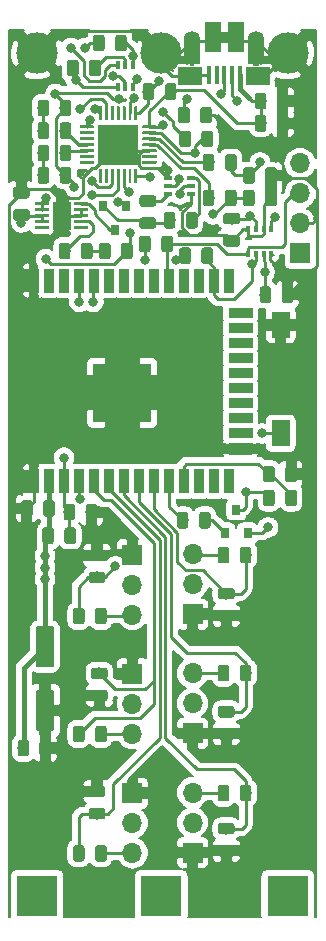
<source format=gbr>
G04 #@! TF.GenerationSoftware,KiCad,Pcbnew,(5.1.4)-1*
G04 #@! TF.CreationDate,2021-01-27T11:02:31-06:00*
G04 #@! TF.ProjectId,ULPSoilMonitor,554c5053-6f69-46c4-9d6f-6e69746f722e,v2.2*
G04 #@! TF.SameCoordinates,Original*
G04 #@! TF.FileFunction,Copper,L1,Top*
G04 #@! TF.FilePolarity,Positive*
%FSLAX46Y46*%
G04 Gerber Fmt 4.6, Leading zero omitted, Abs format (unit mm)*
G04 Created by KiCad (PCBNEW (5.1.4)-1) date 2021-01-27 11:02:31*
%MOMM*%
%LPD*%
G04 APERTURE LIST*
%ADD10R,5.000000X5.000000*%
%ADD11R,0.900000X2.000000*%
%ADD12R,2.000000X0.900000*%
%ADD13C,1.250000*%
%ADD14C,0.100000*%
%ADD15C,0.250000*%
%ADD16R,1.650000X2.380000*%
%ADD17R,3.350000X3.350000*%
%ADD18C,0.975000*%
%ADD19R,0.650000X0.400000*%
%ADD20R,0.800000X0.900000*%
%ADD21R,1.600000X2.180000*%
%ADD22R,0.350000X0.500000*%
%ADD23C,3.500000*%
%ADD24R,3.500000X3.500000*%
%ADD25C,1.600000*%
%ADD26R,1.700000X1.700000*%
%ADD27O,1.700000X1.700000*%
%ADD28R,1.350000X2.000000*%
%ADD29R,1.825000X0.700000*%
%ADD30R,2.000000X1.500000*%
%ADD31R,0.400000X1.650000*%
%ADD32O,1.100000X1.500000*%
%ADD33O,1.350000X1.700000*%
%ADD34R,1.430000X2.500000*%
%ADD35R,0.400000X0.650000*%
%ADD36C,0.800000*%
%ADD37C,0.250000*%
%ADD38C,0.400000*%
%ADD39C,0.450000*%
%ADD40C,0.200000*%
G04 APERTURE END LIST*
D10*
X48645000Y-59500000D03*
D11*
X41145000Y-67000000D03*
X42415000Y-67000000D03*
X43685000Y-67000000D03*
X44955000Y-67000000D03*
X46225000Y-67000000D03*
X47495000Y-67000000D03*
X48765000Y-67000000D03*
X50035000Y-67000000D03*
X51305000Y-67000000D03*
X52575000Y-67000000D03*
X53845000Y-67000000D03*
X55115000Y-67000000D03*
X56385000Y-67000000D03*
X57655000Y-67000000D03*
D12*
X58655000Y-64215000D03*
X58655000Y-62945000D03*
X58655000Y-61675000D03*
X58655000Y-60405000D03*
X58655000Y-59135000D03*
X58655000Y-57865000D03*
X58655000Y-56595000D03*
X58655000Y-55325000D03*
X58655000Y-54055000D03*
X58655000Y-52785000D03*
D11*
X57655000Y-50000000D03*
X56385000Y-50000000D03*
X55115000Y-50000000D03*
X53845000Y-50000000D03*
X52575000Y-50000000D03*
X51305000Y-50000000D03*
X50035000Y-50000000D03*
X48765000Y-50000000D03*
X47495000Y-50000000D03*
X46225000Y-50000000D03*
X44955000Y-50000000D03*
X43685000Y-50000000D03*
X42415000Y-50000000D03*
X41145000Y-50000000D03*
D13*
X48400000Y-59500000D03*
D14*
G36*
X42393626Y-43375301D02*
G01*
X42399693Y-43376201D01*
X42405643Y-43377691D01*
X42411418Y-43379758D01*
X42416962Y-43382380D01*
X42422223Y-43385533D01*
X42427150Y-43389187D01*
X42431694Y-43393306D01*
X42435813Y-43397850D01*
X42439467Y-43402777D01*
X42442620Y-43408038D01*
X42445242Y-43413582D01*
X42447309Y-43419357D01*
X42448799Y-43425307D01*
X42449699Y-43431374D01*
X42450000Y-43437500D01*
X42450000Y-43562500D01*
X42449699Y-43568626D01*
X42448799Y-43574693D01*
X42447309Y-43580643D01*
X42445242Y-43586418D01*
X42442620Y-43591962D01*
X42439467Y-43597223D01*
X42435813Y-43602150D01*
X42431694Y-43606694D01*
X42427150Y-43610813D01*
X42422223Y-43614467D01*
X42416962Y-43617620D01*
X42411418Y-43620242D01*
X42405643Y-43622309D01*
X42399693Y-43623799D01*
X42393626Y-43624699D01*
X42387500Y-43625000D01*
X41312500Y-43625000D01*
X41306374Y-43624699D01*
X41300307Y-43623799D01*
X41294357Y-43622309D01*
X41288582Y-43620242D01*
X41283038Y-43617620D01*
X41277777Y-43614467D01*
X41272850Y-43610813D01*
X41268306Y-43606694D01*
X41264187Y-43602150D01*
X41260533Y-43597223D01*
X41257380Y-43591962D01*
X41254758Y-43586418D01*
X41252691Y-43580643D01*
X41251201Y-43574693D01*
X41250301Y-43568626D01*
X41250000Y-43562500D01*
X41250000Y-43437500D01*
X41250301Y-43431374D01*
X41251201Y-43425307D01*
X41252691Y-43419357D01*
X41254758Y-43413582D01*
X41257380Y-43408038D01*
X41260533Y-43402777D01*
X41264187Y-43397850D01*
X41268306Y-43393306D01*
X41272850Y-43389187D01*
X41277777Y-43385533D01*
X41283038Y-43382380D01*
X41288582Y-43379758D01*
X41294357Y-43377691D01*
X41300307Y-43376201D01*
X41306374Y-43375301D01*
X41312500Y-43375000D01*
X42387500Y-43375000D01*
X42393626Y-43375301D01*
X42393626Y-43375301D01*
G37*
D15*
X41850000Y-43500000D03*
D14*
G36*
X42393626Y-43875301D02*
G01*
X42399693Y-43876201D01*
X42405643Y-43877691D01*
X42411418Y-43879758D01*
X42416962Y-43882380D01*
X42422223Y-43885533D01*
X42427150Y-43889187D01*
X42431694Y-43893306D01*
X42435813Y-43897850D01*
X42439467Y-43902777D01*
X42442620Y-43908038D01*
X42445242Y-43913582D01*
X42447309Y-43919357D01*
X42448799Y-43925307D01*
X42449699Y-43931374D01*
X42450000Y-43937500D01*
X42450000Y-44062500D01*
X42449699Y-44068626D01*
X42448799Y-44074693D01*
X42447309Y-44080643D01*
X42445242Y-44086418D01*
X42442620Y-44091962D01*
X42439467Y-44097223D01*
X42435813Y-44102150D01*
X42431694Y-44106694D01*
X42427150Y-44110813D01*
X42422223Y-44114467D01*
X42416962Y-44117620D01*
X42411418Y-44120242D01*
X42405643Y-44122309D01*
X42399693Y-44123799D01*
X42393626Y-44124699D01*
X42387500Y-44125000D01*
X41312500Y-44125000D01*
X41306374Y-44124699D01*
X41300307Y-44123799D01*
X41294357Y-44122309D01*
X41288582Y-44120242D01*
X41283038Y-44117620D01*
X41277777Y-44114467D01*
X41272850Y-44110813D01*
X41268306Y-44106694D01*
X41264187Y-44102150D01*
X41260533Y-44097223D01*
X41257380Y-44091962D01*
X41254758Y-44086418D01*
X41252691Y-44080643D01*
X41251201Y-44074693D01*
X41250301Y-44068626D01*
X41250000Y-44062500D01*
X41250000Y-43937500D01*
X41250301Y-43931374D01*
X41251201Y-43925307D01*
X41252691Y-43919357D01*
X41254758Y-43913582D01*
X41257380Y-43908038D01*
X41260533Y-43902777D01*
X41264187Y-43897850D01*
X41268306Y-43893306D01*
X41272850Y-43889187D01*
X41277777Y-43885533D01*
X41283038Y-43882380D01*
X41288582Y-43879758D01*
X41294357Y-43877691D01*
X41300307Y-43876201D01*
X41306374Y-43875301D01*
X41312500Y-43875000D01*
X42387500Y-43875000D01*
X42393626Y-43875301D01*
X42393626Y-43875301D01*
G37*
D15*
X41850000Y-44000000D03*
D14*
G36*
X42393626Y-44375301D02*
G01*
X42399693Y-44376201D01*
X42405643Y-44377691D01*
X42411418Y-44379758D01*
X42416962Y-44382380D01*
X42422223Y-44385533D01*
X42427150Y-44389187D01*
X42431694Y-44393306D01*
X42435813Y-44397850D01*
X42439467Y-44402777D01*
X42442620Y-44408038D01*
X42445242Y-44413582D01*
X42447309Y-44419357D01*
X42448799Y-44425307D01*
X42449699Y-44431374D01*
X42450000Y-44437500D01*
X42450000Y-44562500D01*
X42449699Y-44568626D01*
X42448799Y-44574693D01*
X42447309Y-44580643D01*
X42445242Y-44586418D01*
X42442620Y-44591962D01*
X42439467Y-44597223D01*
X42435813Y-44602150D01*
X42431694Y-44606694D01*
X42427150Y-44610813D01*
X42422223Y-44614467D01*
X42416962Y-44617620D01*
X42411418Y-44620242D01*
X42405643Y-44622309D01*
X42399693Y-44623799D01*
X42393626Y-44624699D01*
X42387500Y-44625000D01*
X41312500Y-44625000D01*
X41306374Y-44624699D01*
X41300307Y-44623799D01*
X41294357Y-44622309D01*
X41288582Y-44620242D01*
X41283038Y-44617620D01*
X41277777Y-44614467D01*
X41272850Y-44610813D01*
X41268306Y-44606694D01*
X41264187Y-44602150D01*
X41260533Y-44597223D01*
X41257380Y-44591962D01*
X41254758Y-44586418D01*
X41252691Y-44580643D01*
X41251201Y-44574693D01*
X41250301Y-44568626D01*
X41250000Y-44562500D01*
X41250000Y-44437500D01*
X41250301Y-44431374D01*
X41251201Y-44425307D01*
X41252691Y-44419357D01*
X41254758Y-44413582D01*
X41257380Y-44408038D01*
X41260533Y-44402777D01*
X41264187Y-44397850D01*
X41268306Y-44393306D01*
X41272850Y-44389187D01*
X41277777Y-44385533D01*
X41283038Y-44382380D01*
X41288582Y-44379758D01*
X41294357Y-44377691D01*
X41300307Y-44376201D01*
X41306374Y-44375301D01*
X41312500Y-44375000D01*
X42387500Y-44375000D01*
X42393626Y-44375301D01*
X42393626Y-44375301D01*
G37*
D15*
X41850000Y-44500000D03*
D14*
G36*
X42393626Y-44875301D02*
G01*
X42399693Y-44876201D01*
X42405643Y-44877691D01*
X42411418Y-44879758D01*
X42416962Y-44882380D01*
X42422223Y-44885533D01*
X42427150Y-44889187D01*
X42431694Y-44893306D01*
X42435813Y-44897850D01*
X42439467Y-44902777D01*
X42442620Y-44908038D01*
X42445242Y-44913582D01*
X42447309Y-44919357D01*
X42448799Y-44925307D01*
X42449699Y-44931374D01*
X42450000Y-44937500D01*
X42450000Y-45062500D01*
X42449699Y-45068626D01*
X42448799Y-45074693D01*
X42447309Y-45080643D01*
X42445242Y-45086418D01*
X42442620Y-45091962D01*
X42439467Y-45097223D01*
X42435813Y-45102150D01*
X42431694Y-45106694D01*
X42427150Y-45110813D01*
X42422223Y-45114467D01*
X42416962Y-45117620D01*
X42411418Y-45120242D01*
X42405643Y-45122309D01*
X42399693Y-45123799D01*
X42393626Y-45124699D01*
X42387500Y-45125000D01*
X41312500Y-45125000D01*
X41306374Y-45124699D01*
X41300307Y-45123799D01*
X41294357Y-45122309D01*
X41288582Y-45120242D01*
X41283038Y-45117620D01*
X41277777Y-45114467D01*
X41272850Y-45110813D01*
X41268306Y-45106694D01*
X41264187Y-45102150D01*
X41260533Y-45097223D01*
X41257380Y-45091962D01*
X41254758Y-45086418D01*
X41252691Y-45080643D01*
X41251201Y-45074693D01*
X41250301Y-45068626D01*
X41250000Y-45062500D01*
X41250000Y-44937500D01*
X41250301Y-44931374D01*
X41251201Y-44925307D01*
X41252691Y-44919357D01*
X41254758Y-44913582D01*
X41257380Y-44908038D01*
X41260533Y-44902777D01*
X41264187Y-44897850D01*
X41268306Y-44893306D01*
X41272850Y-44889187D01*
X41277777Y-44885533D01*
X41283038Y-44882380D01*
X41288582Y-44879758D01*
X41294357Y-44877691D01*
X41300307Y-44876201D01*
X41306374Y-44875301D01*
X41312500Y-44875000D01*
X42387500Y-44875000D01*
X42393626Y-44875301D01*
X42393626Y-44875301D01*
G37*
D15*
X41850000Y-45000000D03*
D14*
G36*
X42393626Y-45375301D02*
G01*
X42399693Y-45376201D01*
X42405643Y-45377691D01*
X42411418Y-45379758D01*
X42416962Y-45382380D01*
X42422223Y-45385533D01*
X42427150Y-45389187D01*
X42431694Y-45393306D01*
X42435813Y-45397850D01*
X42439467Y-45402777D01*
X42442620Y-45408038D01*
X42445242Y-45413582D01*
X42447309Y-45419357D01*
X42448799Y-45425307D01*
X42449699Y-45431374D01*
X42450000Y-45437500D01*
X42450000Y-45562500D01*
X42449699Y-45568626D01*
X42448799Y-45574693D01*
X42447309Y-45580643D01*
X42445242Y-45586418D01*
X42442620Y-45591962D01*
X42439467Y-45597223D01*
X42435813Y-45602150D01*
X42431694Y-45606694D01*
X42427150Y-45610813D01*
X42422223Y-45614467D01*
X42416962Y-45617620D01*
X42411418Y-45620242D01*
X42405643Y-45622309D01*
X42399693Y-45623799D01*
X42393626Y-45624699D01*
X42387500Y-45625000D01*
X41312500Y-45625000D01*
X41306374Y-45624699D01*
X41300307Y-45623799D01*
X41294357Y-45622309D01*
X41288582Y-45620242D01*
X41283038Y-45617620D01*
X41277777Y-45614467D01*
X41272850Y-45610813D01*
X41268306Y-45606694D01*
X41264187Y-45602150D01*
X41260533Y-45597223D01*
X41257380Y-45591962D01*
X41254758Y-45586418D01*
X41252691Y-45580643D01*
X41251201Y-45574693D01*
X41250301Y-45568626D01*
X41250000Y-45562500D01*
X41250000Y-45437500D01*
X41250301Y-45431374D01*
X41251201Y-45425307D01*
X41252691Y-45419357D01*
X41254758Y-45413582D01*
X41257380Y-45408038D01*
X41260533Y-45402777D01*
X41264187Y-45397850D01*
X41268306Y-45393306D01*
X41272850Y-45389187D01*
X41277777Y-45385533D01*
X41283038Y-45382380D01*
X41288582Y-45379758D01*
X41294357Y-45377691D01*
X41300307Y-45376201D01*
X41306374Y-45375301D01*
X41312500Y-45375000D01*
X42387500Y-45375000D01*
X42393626Y-45375301D01*
X42393626Y-45375301D01*
G37*
D15*
X41850000Y-45500000D03*
D14*
G36*
X45693626Y-45375301D02*
G01*
X45699693Y-45376201D01*
X45705643Y-45377691D01*
X45711418Y-45379758D01*
X45716962Y-45382380D01*
X45722223Y-45385533D01*
X45727150Y-45389187D01*
X45731694Y-45393306D01*
X45735813Y-45397850D01*
X45739467Y-45402777D01*
X45742620Y-45408038D01*
X45745242Y-45413582D01*
X45747309Y-45419357D01*
X45748799Y-45425307D01*
X45749699Y-45431374D01*
X45750000Y-45437500D01*
X45750000Y-45562500D01*
X45749699Y-45568626D01*
X45748799Y-45574693D01*
X45747309Y-45580643D01*
X45745242Y-45586418D01*
X45742620Y-45591962D01*
X45739467Y-45597223D01*
X45735813Y-45602150D01*
X45731694Y-45606694D01*
X45727150Y-45610813D01*
X45722223Y-45614467D01*
X45716962Y-45617620D01*
X45711418Y-45620242D01*
X45705643Y-45622309D01*
X45699693Y-45623799D01*
X45693626Y-45624699D01*
X45687500Y-45625000D01*
X44612500Y-45625000D01*
X44606374Y-45624699D01*
X44600307Y-45623799D01*
X44594357Y-45622309D01*
X44588582Y-45620242D01*
X44583038Y-45617620D01*
X44577777Y-45614467D01*
X44572850Y-45610813D01*
X44568306Y-45606694D01*
X44564187Y-45602150D01*
X44560533Y-45597223D01*
X44557380Y-45591962D01*
X44554758Y-45586418D01*
X44552691Y-45580643D01*
X44551201Y-45574693D01*
X44550301Y-45568626D01*
X44550000Y-45562500D01*
X44550000Y-45437500D01*
X44550301Y-45431374D01*
X44551201Y-45425307D01*
X44552691Y-45419357D01*
X44554758Y-45413582D01*
X44557380Y-45408038D01*
X44560533Y-45402777D01*
X44564187Y-45397850D01*
X44568306Y-45393306D01*
X44572850Y-45389187D01*
X44577777Y-45385533D01*
X44583038Y-45382380D01*
X44588582Y-45379758D01*
X44594357Y-45377691D01*
X44600307Y-45376201D01*
X44606374Y-45375301D01*
X44612500Y-45375000D01*
X45687500Y-45375000D01*
X45693626Y-45375301D01*
X45693626Y-45375301D01*
G37*
D15*
X45150000Y-45500000D03*
D14*
G36*
X45693626Y-44875301D02*
G01*
X45699693Y-44876201D01*
X45705643Y-44877691D01*
X45711418Y-44879758D01*
X45716962Y-44882380D01*
X45722223Y-44885533D01*
X45727150Y-44889187D01*
X45731694Y-44893306D01*
X45735813Y-44897850D01*
X45739467Y-44902777D01*
X45742620Y-44908038D01*
X45745242Y-44913582D01*
X45747309Y-44919357D01*
X45748799Y-44925307D01*
X45749699Y-44931374D01*
X45750000Y-44937500D01*
X45750000Y-45062500D01*
X45749699Y-45068626D01*
X45748799Y-45074693D01*
X45747309Y-45080643D01*
X45745242Y-45086418D01*
X45742620Y-45091962D01*
X45739467Y-45097223D01*
X45735813Y-45102150D01*
X45731694Y-45106694D01*
X45727150Y-45110813D01*
X45722223Y-45114467D01*
X45716962Y-45117620D01*
X45711418Y-45120242D01*
X45705643Y-45122309D01*
X45699693Y-45123799D01*
X45693626Y-45124699D01*
X45687500Y-45125000D01*
X44612500Y-45125000D01*
X44606374Y-45124699D01*
X44600307Y-45123799D01*
X44594357Y-45122309D01*
X44588582Y-45120242D01*
X44583038Y-45117620D01*
X44577777Y-45114467D01*
X44572850Y-45110813D01*
X44568306Y-45106694D01*
X44564187Y-45102150D01*
X44560533Y-45097223D01*
X44557380Y-45091962D01*
X44554758Y-45086418D01*
X44552691Y-45080643D01*
X44551201Y-45074693D01*
X44550301Y-45068626D01*
X44550000Y-45062500D01*
X44550000Y-44937500D01*
X44550301Y-44931374D01*
X44551201Y-44925307D01*
X44552691Y-44919357D01*
X44554758Y-44913582D01*
X44557380Y-44908038D01*
X44560533Y-44902777D01*
X44564187Y-44897850D01*
X44568306Y-44893306D01*
X44572850Y-44889187D01*
X44577777Y-44885533D01*
X44583038Y-44882380D01*
X44588582Y-44879758D01*
X44594357Y-44877691D01*
X44600307Y-44876201D01*
X44606374Y-44875301D01*
X44612500Y-44875000D01*
X45687500Y-44875000D01*
X45693626Y-44875301D01*
X45693626Y-44875301D01*
G37*
D15*
X45150000Y-45000000D03*
D14*
G36*
X45693626Y-44375301D02*
G01*
X45699693Y-44376201D01*
X45705643Y-44377691D01*
X45711418Y-44379758D01*
X45716962Y-44382380D01*
X45722223Y-44385533D01*
X45727150Y-44389187D01*
X45731694Y-44393306D01*
X45735813Y-44397850D01*
X45739467Y-44402777D01*
X45742620Y-44408038D01*
X45745242Y-44413582D01*
X45747309Y-44419357D01*
X45748799Y-44425307D01*
X45749699Y-44431374D01*
X45750000Y-44437500D01*
X45750000Y-44562500D01*
X45749699Y-44568626D01*
X45748799Y-44574693D01*
X45747309Y-44580643D01*
X45745242Y-44586418D01*
X45742620Y-44591962D01*
X45739467Y-44597223D01*
X45735813Y-44602150D01*
X45731694Y-44606694D01*
X45727150Y-44610813D01*
X45722223Y-44614467D01*
X45716962Y-44617620D01*
X45711418Y-44620242D01*
X45705643Y-44622309D01*
X45699693Y-44623799D01*
X45693626Y-44624699D01*
X45687500Y-44625000D01*
X44612500Y-44625000D01*
X44606374Y-44624699D01*
X44600307Y-44623799D01*
X44594357Y-44622309D01*
X44588582Y-44620242D01*
X44583038Y-44617620D01*
X44577777Y-44614467D01*
X44572850Y-44610813D01*
X44568306Y-44606694D01*
X44564187Y-44602150D01*
X44560533Y-44597223D01*
X44557380Y-44591962D01*
X44554758Y-44586418D01*
X44552691Y-44580643D01*
X44551201Y-44574693D01*
X44550301Y-44568626D01*
X44550000Y-44562500D01*
X44550000Y-44437500D01*
X44550301Y-44431374D01*
X44551201Y-44425307D01*
X44552691Y-44419357D01*
X44554758Y-44413582D01*
X44557380Y-44408038D01*
X44560533Y-44402777D01*
X44564187Y-44397850D01*
X44568306Y-44393306D01*
X44572850Y-44389187D01*
X44577777Y-44385533D01*
X44583038Y-44382380D01*
X44588582Y-44379758D01*
X44594357Y-44377691D01*
X44600307Y-44376201D01*
X44606374Y-44375301D01*
X44612500Y-44375000D01*
X45687500Y-44375000D01*
X45693626Y-44375301D01*
X45693626Y-44375301D01*
G37*
D15*
X45150000Y-44500000D03*
D14*
G36*
X45693626Y-43875301D02*
G01*
X45699693Y-43876201D01*
X45705643Y-43877691D01*
X45711418Y-43879758D01*
X45716962Y-43882380D01*
X45722223Y-43885533D01*
X45727150Y-43889187D01*
X45731694Y-43893306D01*
X45735813Y-43897850D01*
X45739467Y-43902777D01*
X45742620Y-43908038D01*
X45745242Y-43913582D01*
X45747309Y-43919357D01*
X45748799Y-43925307D01*
X45749699Y-43931374D01*
X45750000Y-43937500D01*
X45750000Y-44062500D01*
X45749699Y-44068626D01*
X45748799Y-44074693D01*
X45747309Y-44080643D01*
X45745242Y-44086418D01*
X45742620Y-44091962D01*
X45739467Y-44097223D01*
X45735813Y-44102150D01*
X45731694Y-44106694D01*
X45727150Y-44110813D01*
X45722223Y-44114467D01*
X45716962Y-44117620D01*
X45711418Y-44120242D01*
X45705643Y-44122309D01*
X45699693Y-44123799D01*
X45693626Y-44124699D01*
X45687500Y-44125000D01*
X44612500Y-44125000D01*
X44606374Y-44124699D01*
X44600307Y-44123799D01*
X44594357Y-44122309D01*
X44588582Y-44120242D01*
X44583038Y-44117620D01*
X44577777Y-44114467D01*
X44572850Y-44110813D01*
X44568306Y-44106694D01*
X44564187Y-44102150D01*
X44560533Y-44097223D01*
X44557380Y-44091962D01*
X44554758Y-44086418D01*
X44552691Y-44080643D01*
X44551201Y-44074693D01*
X44550301Y-44068626D01*
X44550000Y-44062500D01*
X44550000Y-43937500D01*
X44550301Y-43931374D01*
X44551201Y-43925307D01*
X44552691Y-43919357D01*
X44554758Y-43913582D01*
X44557380Y-43908038D01*
X44560533Y-43902777D01*
X44564187Y-43897850D01*
X44568306Y-43893306D01*
X44572850Y-43889187D01*
X44577777Y-43885533D01*
X44583038Y-43882380D01*
X44588582Y-43879758D01*
X44594357Y-43877691D01*
X44600307Y-43876201D01*
X44606374Y-43875301D01*
X44612500Y-43875000D01*
X45687500Y-43875000D01*
X45693626Y-43875301D01*
X45693626Y-43875301D01*
G37*
D15*
X45150000Y-44000000D03*
D14*
G36*
X45693626Y-43375301D02*
G01*
X45699693Y-43376201D01*
X45705643Y-43377691D01*
X45711418Y-43379758D01*
X45716962Y-43382380D01*
X45722223Y-43385533D01*
X45727150Y-43389187D01*
X45731694Y-43393306D01*
X45735813Y-43397850D01*
X45739467Y-43402777D01*
X45742620Y-43408038D01*
X45745242Y-43413582D01*
X45747309Y-43419357D01*
X45748799Y-43425307D01*
X45749699Y-43431374D01*
X45750000Y-43437500D01*
X45750000Y-43562500D01*
X45749699Y-43568626D01*
X45748799Y-43574693D01*
X45747309Y-43580643D01*
X45745242Y-43586418D01*
X45742620Y-43591962D01*
X45739467Y-43597223D01*
X45735813Y-43602150D01*
X45731694Y-43606694D01*
X45727150Y-43610813D01*
X45722223Y-43614467D01*
X45716962Y-43617620D01*
X45711418Y-43620242D01*
X45705643Y-43622309D01*
X45699693Y-43623799D01*
X45693626Y-43624699D01*
X45687500Y-43625000D01*
X44612500Y-43625000D01*
X44606374Y-43624699D01*
X44600307Y-43623799D01*
X44594357Y-43622309D01*
X44588582Y-43620242D01*
X44583038Y-43617620D01*
X44577777Y-43614467D01*
X44572850Y-43610813D01*
X44568306Y-43606694D01*
X44564187Y-43602150D01*
X44560533Y-43597223D01*
X44557380Y-43591962D01*
X44554758Y-43586418D01*
X44552691Y-43580643D01*
X44551201Y-43574693D01*
X44550301Y-43568626D01*
X44550000Y-43562500D01*
X44550000Y-43437500D01*
X44550301Y-43431374D01*
X44551201Y-43425307D01*
X44552691Y-43419357D01*
X44554758Y-43413582D01*
X44557380Y-43408038D01*
X44560533Y-43402777D01*
X44564187Y-43397850D01*
X44568306Y-43393306D01*
X44572850Y-43389187D01*
X44577777Y-43385533D01*
X44583038Y-43382380D01*
X44588582Y-43379758D01*
X44594357Y-43377691D01*
X44600307Y-43376201D01*
X44606374Y-43375301D01*
X44612500Y-43375000D01*
X45687500Y-43375000D01*
X45693626Y-43375301D01*
X45693626Y-43375301D01*
G37*
D15*
X45150000Y-43500000D03*
D16*
X43500000Y-44500000D03*
D13*
X43500000Y-44500000D03*
X48300000Y-38500000D03*
D17*
X48300000Y-38500000D03*
D14*
G36*
X49868626Y-40550301D02*
G01*
X49874693Y-40551201D01*
X49880643Y-40552691D01*
X49886418Y-40554758D01*
X49891962Y-40557380D01*
X49897223Y-40560533D01*
X49902150Y-40564187D01*
X49906694Y-40568306D01*
X49910813Y-40572850D01*
X49914467Y-40577777D01*
X49917620Y-40583038D01*
X49920242Y-40588582D01*
X49922309Y-40594357D01*
X49923799Y-40600307D01*
X49924699Y-40606374D01*
X49925000Y-40612500D01*
X49925000Y-41687500D01*
X49924699Y-41693626D01*
X49923799Y-41699693D01*
X49922309Y-41705643D01*
X49920242Y-41711418D01*
X49917620Y-41716962D01*
X49914467Y-41722223D01*
X49910813Y-41727150D01*
X49906694Y-41731694D01*
X49902150Y-41735813D01*
X49897223Y-41739467D01*
X49891962Y-41742620D01*
X49886418Y-41745242D01*
X49880643Y-41747309D01*
X49874693Y-41748799D01*
X49868626Y-41749699D01*
X49862500Y-41750000D01*
X49737500Y-41750000D01*
X49731374Y-41749699D01*
X49725307Y-41748799D01*
X49719357Y-41747309D01*
X49713582Y-41745242D01*
X49708038Y-41742620D01*
X49702777Y-41739467D01*
X49697850Y-41735813D01*
X49693306Y-41731694D01*
X49689187Y-41727150D01*
X49685533Y-41722223D01*
X49682380Y-41716962D01*
X49679758Y-41711418D01*
X49677691Y-41705643D01*
X49676201Y-41699693D01*
X49675301Y-41693626D01*
X49675000Y-41687500D01*
X49675000Y-40612500D01*
X49675301Y-40606374D01*
X49676201Y-40600307D01*
X49677691Y-40594357D01*
X49679758Y-40588582D01*
X49682380Y-40583038D01*
X49685533Y-40577777D01*
X49689187Y-40572850D01*
X49693306Y-40568306D01*
X49697850Y-40564187D01*
X49702777Y-40560533D01*
X49708038Y-40557380D01*
X49713582Y-40554758D01*
X49719357Y-40552691D01*
X49725307Y-40551201D01*
X49731374Y-40550301D01*
X49737500Y-40550000D01*
X49862500Y-40550000D01*
X49868626Y-40550301D01*
X49868626Y-40550301D01*
G37*
D15*
X49800000Y-41150000D03*
D14*
G36*
X49368626Y-40550301D02*
G01*
X49374693Y-40551201D01*
X49380643Y-40552691D01*
X49386418Y-40554758D01*
X49391962Y-40557380D01*
X49397223Y-40560533D01*
X49402150Y-40564187D01*
X49406694Y-40568306D01*
X49410813Y-40572850D01*
X49414467Y-40577777D01*
X49417620Y-40583038D01*
X49420242Y-40588582D01*
X49422309Y-40594357D01*
X49423799Y-40600307D01*
X49424699Y-40606374D01*
X49425000Y-40612500D01*
X49425000Y-41687500D01*
X49424699Y-41693626D01*
X49423799Y-41699693D01*
X49422309Y-41705643D01*
X49420242Y-41711418D01*
X49417620Y-41716962D01*
X49414467Y-41722223D01*
X49410813Y-41727150D01*
X49406694Y-41731694D01*
X49402150Y-41735813D01*
X49397223Y-41739467D01*
X49391962Y-41742620D01*
X49386418Y-41745242D01*
X49380643Y-41747309D01*
X49374693Y-41748799D01*
X49368626Y-41749699D01*
X49362500Y-41750000D01*
X49237500Y-41750000D01*
X49231374Y-41749699D01*
X49225307Y-41748799D01*
X49219357Y-41747309D01*
X49213582Y-41745242D01*
X49208038Y-41742620D01*
X49202777Y-41739467D01*
X49197850Y-41735813D01*
X49193306Y-41731694D01*
X49189187Y-41727150D01*
X49185533Y-41722223D01*
X49182380Y-41716962D01*
X49179758Y-41711418D01*
X49177691Y-41705643D01*
X49176201Y-41699693D01*
X49175301Y-41693626D01*
X49175000Y-41687500D01*
X49175000Y-40612500D01*
X49175301Y-40606374D01*
X49176201Y-40600307D01*
X49177691Y-40594357D01*
X49179758Y-40588582D01*
X49182380Y-40583038D01*
X49185533Y-40577777D01*
X49189187Y-40572850D01*
X49193306Y-40568306D01*
X49197850Y-40564187D01*
X49202777Y-40560533D01*
X49208038Y-40557380D01*
X49213582Y-40554758D01*
X49219357Y-40552691D01*
X49225307Y-40551201D01*
X49231374Y-40550301D01*
X49237500Y-40550000D01*
X49362500Y-40550000D01*
X49368626Y-40550301D01*
X49368626Y-40550301D01*
G37*
D15*
X49300000Y-41150000D03*
D14*
G36*
X48868626Y-40550301D02*
G01*
X48874693Y-40551201D01*
X48880643Y-40552691D01*
X48886418Y-40554758D01*
X48891962Y-40557380D01*
X48897223Y-40560533D01*
X48902150Y-40564187D01*
X48906694Y-40568306D01*
X48910813Y-40572850D01*
X48914467Y-40577777D01*
X48917620Y-40583038D01*
X48920242Y-40588582D01*
X48922309Y-40594357D01*
X48923799Y-40600307D01*
X48924699Y-40606374D01*
X48925000Y-40612500D01*
X48925000Y-41687500D01*
X48924699Y-41693626D01*
X48923799Y-41699693D01*
X48922309Y-41705643D01*
X48920242Y-41711418D01*
X48917620Y-41716962D01*
X48914467Y-41722223D01*
X48910813Y-41727150D01*
X48906694Y-41731694D01*
X48902150Y-41735813D01*
X48897223Y-41739467D01*
X48891962Y-41742620D01*
X48886418Y-41745242D01*
X48880643Y-41747309D01*
X48874693Y-41748799D01*
X48868626Y-41749699D01*
X48862500Y-41750000D01*
X48737500Y-41750000D01*
X48731374Y-41749699D01*
X48725307Y-41748799D01*
X48719357Y-41747309D01*
X48713582Y-41745242D01*
X48708038Y-41742620D01*
X48702777Y-41739467D01*
X48697850Y-41735813D01*
X48693306Y-41731694D01*
X48689187Y-41727150D01*
X48685533Y-41722223D01*
X48682380Y-41716962D01*
X48679758Y-41711418D01*
X48677691Y-41705643D01*
X48676201Y-41699693D01*
X48675301Y-41693626D01*
X48675000Y-41687500D01*
X48675000Y-40612500D01*
X48675301Y-40606374D01*
X48676201Y-40600307D01*
X48677691Y-40594357D01*
X48679758Y-40588582D01*
X48682380Y-40583038D01*
X48685533Y-40577777D01*
X48689187Y-40572850D01*
X48693306Y-40568306D01*
X48697850Y-40564187D01*
X48702777Y-40560533D01*
X48708038Y-40557380D01*
X48713582Y-40554758D01*
X48719357Y-40552691D01*
X48725307Y-40551201D01*
X48731374Y-40550301D01*
X48737500Y-40550000D01*
X48862500Y-40550000D01*
X48868626Y-40550301D01*
X48868626Y-40550301D01*
G37*
D15*
X48800000Y-41150000D03*
D14*
G36*
X48368626Y-40550301D02*
G01*
X48374693Y-40551201D01*
X48380643Y-40552691D01*
X48386418Y-40554758D01*
X48391962Y-40557380D01*
X48397223Y-40560533D01*
X48402150Y-40564187D01*
X48406694Y-40568306D01*
X48410813Y-40572850D01*
X48414467Y-40577777D01*
X48417620Y-40583038D01*
X48420242Y-40588582D01*
X48422309Y-40594357D01*
X48423799Y-40600307D01*
X48424699Y-40606374D01*
X48425000Y-40612500D01*
X48425000Y-41687500D01*
X48424699Y-41693626D01*
X48423799Y-41699693D01*
X48422309Y-41705643D01*
X48420242Y-41711418D01*
X48417620Y-41716962D01*
X48414467Y-41722223D01*
X48410813Y-41727150D01*
X48406694Y-41731694D01*
X48402150Y-41735813D01*
X48397223Y-41739467D01*
X48391962Y-41742620D01*
X48386418Y-41745242D01*
X48380643Y-41747309D01*
X48374693Y-41748799D01*
X48368626Y-41749699D01*
X48362500Y-41750000D01*
X48237500Y-41750000D01*
X48231374Y-41749699D01*
X48225307Y-41748799D01*
X48219357Y-41747309D01*
X48213582Y-41745242D01*
X48208038Y-41742620D01*
X48202777Y-41739467D01*
X48197850Y-41735813D01*
X48193306Y-41731694D01*
X48189187Y-41727150D01*
X48185533Y-41722223D01*
X48182380Y-41716962D01*
X48179758Y-41711418D01*
X48177691Y-41705643D01*
X48176201Y-41699693D01*
X48175301Y-41693626D01*
X48175000Y-41687500D01*
X48175000Y-40612500D01*
X48175301Y-40606374D01*
X48176201Y-40600307D01*
X48177691Y-40594357D01*
X48179758Y-40588582D01*
X48182380Y-40583038D01*
X48185533Y-40577777D01*
X48189187Y-40572850D01*
X48193306Y-40568306D01*
X48197850Y-40564187D01*
X48202777Y-40560533D01*
X48208038Y-40557380D01*
X48213582Y-40554758D01*
X48219357Y-40552691D01*
X48225307Y-40551201D01*
X48231374Y-40550301D01*
X48237500Y-40550000D01*
X48362500Y-40550000D01*
X48368626Y-40550301D01*
X48368626Y-40550301D01*
G37*
D15*
X48300000Y-41150000D03*
D14*
G36*
X47868626Y-40550301D02*
G01*
X47874693Y-40551201D01*
X47880643Y-40552691D01*
X47886418Y-40554758D01*
X47891962Y-40557380D01*
X47897223Y-40560533D01*
X47902150Y-40564187D01*
X47906694Y-40568306D01*
X47910813Y-40572850D01*
X47914467Y-40577777D01*
X47917620Y-40583038D01*
X47920242Y-40588582D01*
X47922309Y-40594357D01*
X47923799Y-40600307D01*
X47924699Y-40606374D01*
X47925000Y-40612500D01*
X47925000Y-41687500D01*
X47924699Y-41693626D01*
X47923799Y-41699693D01*
X47922309Y-41705643D01*
X47920242Y-41711418D01*
X47917620Y-41716962D01*
X47914467Y-41722223D01*
X47910813Y-41727150D01*
X47906694Y-41731694D01*
X47902150Y-41735813D01*
X47897223Y-41739467D01*
X47891962Y-41742620D01*
X47886418Y-41745242D01*
X47880643Y-41747309D01*
X47874693Y-41748799D01*
X47868626Y-41749699D01*
X47862500Y-41750000D01*
X47737500Y-41750000D01*
X47731374Y-41749699D01*
X47725307Y-41748799D01*
X47719357Y-41747309D01*
X47713582Y-41745242D01*
X47708038Y-41742620D01*
X47702777Y-41739467D01*
X47697850Y-41735813D01*
X47693306Y-41731694D01*
X47689187Y-41727150D01*
X47685533Y-41722223D01*
X47682380Y-41716962D01*
X47679758Y-41711418D01*
X47677691Y-41705643D01*
X47676201Y-41699693D01*
X47675301Y-41693626D01*
X47675000Y-41687500D01*
X47675000Y-40612500D01*
X47675301Y-40606374D01*
X47676201Y-40600307D01*
X47677691Y-40594357D01*
X47679758Y-40588582D01*
X47682380Y-40583038D01*
X47685533Y-40577777D01*
X47689187Y-40572850D01*
X47693306Y-40568306D01*
X47697850Y-40564187D01*
X47702777Y-40560533D01*
X47708038Y-40557380D01*
X47713582Y-40554758D01*
X47719357Y-40552691D01*
X47725307Y-40551201D01*
X47731374Y-40550301D01*
X47737500Y-40550000D01*
X47862500Y-40550000D01*
X47868626Y-40550301D01*
X47868626Y-40550301D01*
G37*
D15*
X47800000Y-41150000D03*
D14*
G36*
X47368626Y-40550301D02*
G01*
X47374693Y-40551201D01*
X47380643Y-40552691D01*
X47386418Y-40554758D01*
X47391962Y-40557380D01*
X47397223Y-40560533D01*
X47402150Y-40564187D01*
X47406694Y-40568306D01*
X47410813Y-40572850D01*
X47414467Y-40577777D01*
X47417620Y-40583038D01*
X47420242Y-40588582D01*
X47422309Y-40594357D01*
X47423799Y-40600307D01*
X47424699Y-40606374D01*
X47425000Y-40612500D01*
X47425000Y-41687500D01*
X47424699Y-41693626D01*
X47423799Y-41699693D01*
X47422309Y-41705643D01*
X47420242Y-41711418D01*
X47417620Y-41716962D01*
X47414467Y-41722223D01*
X47410813Y-41727150D01*
X47406694Y-41731694D01*
X47402150Y-41735813D01*
X47397223Y-41739467D01*
X47391962Y-41742620D01*
X47386418Y-41745242D01*
X47380643Y-41747309D01*
X47374693Y-41748799D01*
X47368626Y-41749699D01*
X47362500Y-41750000D01*
X47237500Y-41750000D01*
X47231374Y-41749699D01*
X47225307Y-41748799D01*
X47219357Y-41747309D01*
X47213582Y-41745242D01*
X47208038Y-41742620D01*
X47202777Y-41739467D01*
X47197850Y-41735813D01*
X47193306Y-41731694D01*
X47189187Y-41727150D01*
X47185533Y-41722223D01*
X47182380Y-41716962D01*
X47179758Y-41711418D01*
X47177691Y-41705643D01*
X47176201Y-41699693D01*
X47175301Y-41693626D01*
X47175000Y-41687500D01*
X47175000Y-40612500D01*
X47175301Y-40606374D01*
X47176201Y-40600307D01*
X47177691Y-40594357D01*
X47179758Y-40588582D01*
X47182380Y-40583038D01*
X47185533Y-40577777D01*
X47189187Y-40572850D01*
X47193306Y-40568306D01*
X47197850Y-40564187D01*
X47202777Y-40560533D01*
X47208038Y-40557380D01*
X47213582Y-40554758D01*
X47219357Y-40552691D01*
X47225307Y-40551201D01*
X47231374Y-40550301D01*
X47237500Y-40550000D01*
X47362500Y-40550000D01*
X47368626Y-40550301D01*
X47368626Y-40550301D01*
G37*
D15*
X47300000Y-41150000D03*
D14*
G36*
X46868626Y-40550301D02*
G01*
X46874693Y-40551201D01*
X46880643Y-40552691D01*
X46886418Y-40554758D01*
X46891962Y-40557380D01*
X46897223Y-40560533D01*
X46902150Y-40564187D01*
X46906694Y-40568306D01*
X46910813Y-40572850D01*
X46914467Y-40577777D01*
X46917620Y-40583038D01*
X46920242Y-40588582D01*
X46922309Y-40594357D01*
X46923799Y-40600307D01*
X46924699Y-40606374D01*
X46925000Y-40612500D01*
X46925000Y-41687500D01*
X46924699Y-41693626D01*
X46923799Y-41699693D01*
X46922309Y-41705643D01*
X46920242Y-41711418D01*
X46917620Y-41716962D01*
X46914467Y-41722223D01*
X46910813Y-41727150D01*
X46906694Y-41731694D01*
X46902150Y-41735813D01*
X46897223Y-41739467D01*
X46891962Y-41742620D01*
X46886418Y-41745242D01*
X46880643Y-41747309D01*
X46874693Y-41748799D01*
X46868626Y-41749699D01*
X46862500Y-41750000D01*
X46737500Y-41750000D01*
X46731374Y-41749699D01*
X46725307Y-41748799D01*
X46719357Y-41747309D01*
X46713582Y-41745242D01*
X46708038Y-41742620D01*
X46702777Y-41739467D01*
X46697850Y-41735813D01*
X46693306Y-41731694D01*
X46689187Y-41727150D01*
X46685533Y-41722223D01*
X46682380Y-41716962D01*
X46679758Y-41711418D01*
X46677691Y-41705643D01*
X46676201Y-41699693D01*
X46675301Y-41693626D01*
X46675000Y-41687500D01*
X46675000Y-40612500D01*
X46675301Y-40606374D01*
X46676201Y-40600307D01*
X46677691Y-40594357D01*
X46679758Y-40588582D01*
X46682380Y-40583038D01*
X46685533Y-40577777D01*
X46689187Y-40572850D01*
X46693306Y-40568306D01*
X46697850Y-40564187D01*
X46702777Y-40560533D01*
X46708038Y-40557380D01*
X46713582Y-40554758D01*
X46719357Y-40552691D01*
X46725307Y-40551201D01*
X46731374Y-40550301D01*
X46737500Y-40550000D01*
X46862500Y-40550000D01*
X46868626Y-40550301D01*
X46868626Y-40550301D01*
G37*
D15*
X46800000Y-41150000D03*
D14*
G36*
X46193626Y-39875301D02*
G01*
X46199693Y-39876201D01*
X46205643Y-39877691D01*
X46211418Y-39879758D01*
X46216962Y-39882380D01*
X46222223Y-39885533D01*
X46227150Y-39889187D01*
X46231694Y-39893306D01*
X46235813Y-39897850D01*
X46239467Y-39902777D01*
X46242620Y-39908038D01*
X46245242Y-39913582D01*
X46247309Y-39919357D01*
X46248799Y-39925307D01*
X46249699Y-39931374D01*
X46250000Y-39937500D01*
X46250000Y-40062500D01*
X46249699Y-40068626D01*
X46248799Y-40074693D01*
X46247309Y-40080643D01*
X46245242Y-40086418D01*
X46242620Y-40091962D01*
X46239467Y-40097223D01*
X46235813Y-40102150D01*
X46231694Y-40106694D01*
X46227150Y-40110813D01*
X46222223Y-40114467D01*
X46216962Y-40117620D01*
X46211418Y-40120242D01*
X46205643Y-40122309D01*
X46199693Y-40123799D01*
X46193626Y-40124699D01*
X46187500Y-40125000D01*
X45112500Y-40125000D01*
X45106374Y-40124699D01*
X45100307Y-40123799D01*
X45094357Y-40122309D01*
X45088582Y-40120242D01*
X45083038Y-40117620D01*
X45077777Y-40114467D01*
X45072850Y-40110813D01*
X45068306Y-40106694D01*
X45064187Y-40102150D01*
X45060533Y-40097223D01*
X45057380Y-40091962D01*
X45054758Y-40086418D01*
X45052691Y-40080643D01*
X45051201Y-40074693D01*
X45050301Y-40068626D01*
X45050000Y-40062500D01*
X45050000Y-39937500D01*
X45050301Y-39931374D01*
X45051201Y-39925307D01*
X45052691Y-39919357D01*
X45054758Y-39913582D01*
X45057380Y-39908038D01*
X45060533Y-39902777D01*
X45064187Y-39897850D01*
X45068306Y-39893306D01*
X45072850Y-39889187D01*
X45077777Y-39885533D01*
X45083038Y-39882380D01*
X45088582Y-39879758D01*
X45094357Y-39877691D01*
X45100307Y-39876201D01*
X45106374Y-39875301D01*
X45112500Y-39875000D01*
X46187500Y-39875000D01*
X46193626Y-39875301D01*
X46193626Y-39875301D01*
G37*
D15*
X45650000Y-40000000D03*
D14*
G36*
X46193626Y-39375301D02*
G01*
X46199693Y-39376201D01*
X46205643Y-39377691D01*
X46211418Y-39379758D01*
X46216962Y-39382380D01*
X46222223Y-39385533D01*
X46227150Y-39389187D01*
X46231694Y-39393306D01*
X46235813Y-39397850D01*
X46239467Y-39402777D01*
X46242620Y-39408038D01*
X46245242Y-39413582D01*
X46247309Y-39419357D01*
X46248799Y-39425307D01*
X46249699Y-39431374D01*
X46250000Y-39437500D01*
X46250000Y-39562500D01*
X46249699Y-39568626D01*
X46248799Y-39574693D01*
X46247309Y-39580643D01*
X46245242Y-39586418D01*
X46242620Y-39591962D01*
X46239467Y-39597223D01*
X46235813Y-39602150D01*
X46231694Y-39606694D01*
X46227150Y-39610813D01*
X46222223Y-39614467D01*
X46216962Y-39617620D01*
X46211418Y-39620242D01*
X46205643Y-39622309D01*
X46199693Y-39623799D01*
X46193626Y-39624699D01*
X46187500Y-39625000D01*
X45112500Y-39625000D01*
X45106374Y-39624699D01*
X45100307Y-39623799D01*
X45094357Y-39622309D01*
X45088582Y-39620242D01*
X45083038Y-39617620D01*
X45077777Y-39614467D01*
X45072850Y-39610813D01*
X45068306Y-39606694D01*
X45064187Y-39602150D01*
X45060533Y-39597223D01*
X45057380Y-39591962D01*
X45054758Y-39586418D01*
X45052691Y-39580643D01*
X45051201Y-39574693D01*
X45050301Y-39568626D01*
X45050000Y-39562500D01*
X45050000Y-39437500D01*
X45050301Y-39431374D01*
X45051201Y-39425307D01*
X45052691Y-39419357D01*
X45054758Y-39413582D01*
X45057380Y-39408038D01*
X45060533Y-39402777D01*
X45064187Y-39397850D01*
X45068306Y-39393306D01*
X45072850Y-39389187D01*
X45077777Y-39385533D01*
X45083038Y-39382380D01*
X45088582Y-39379758D01*
X45094357Y-39377691D01*
X45100307Y-39376201D01*
X45106374Y-39375301D01*
X45112500Y-39375000D01*
X46187500Y-39375000D01*
X46193626Y-39375301D01*
X46193626Y-39375301D01*
G37*
D15*
X45650000Y-39500000D03*
D14*
G36*
X46193626Y-38875301D02*
G01*
X46199693Y-38876201D01*
X46205643Y-38877691D01*
X46211418Y-38879758D01*
X46216962Y-38882380D01*
X46222223Y-38885533D01*
X46227150Y-38889187D01*
X46231694Y-38893306D01*
X46235813Y-38897850D01*
X46239467Y-38902777D01*
X46242620Y-38908038D01*
X46245242Y-38913582D01*
X46247309Y-38919357D01*
X46248799Y-38925307D01*
X46249699Y-38931374D01*
X46250000Y-38937500D01*
X46250000Y-39062500D01*
X46249699Y-39068626D01*
X46248799Y-39074693D01*
X46247309Y-39080643D01*
X46245242Y-39086418D01*
X46242620Y-39091962D01*
X46239467Y-39097223D01*
X46235813Y-39102150D01*
X46231694Y-39106694D01*
X46227150Y-39110813D01*
X46222223Y-39114467D01*
X46216962Y-39117620D01*
X46211418Y-39120242D01*
X46205643Y-39122309D01*
X46199693Y-39123799D01*
X46193626Y-39124699D01*
X46187500Y-39125000D01*
X45112500Y-39125000D01*
X45106374Y-39124699D01*
X45100307Y-39123799D01*
X45094357Y-39122309D01*
X45088582Y-39120242D01*
X45083038Y-39117620D01*
X45077777Y-39114467D01*
X45072850Y-39110813D01*
X45068306Y-39106694D01*
X45064187Y-39102150D01*
X45060533Y-39097223D01*
X45057380Y-39091962D01*
X45054758Y-39086418D01*
X45052691Y-39080643D01*
X45051201Y-39074693D01*
X45050301Y-39068626D01*
X45050000Y-39062500D01*
X45050000Y-38937500D01*
X45050301Y-38931374D01*
X45051201Y-38925307D01*
X45052691Y-38919357D01*
X45054758Y-38913582D01*
X45057380Y-38908038D01*
X45060533Y-38902777D01*
X45064187Y-38897850D01*
X45068306Y-38893306D01*
X45072850Y-38889187D01*
X45077777Y-38885533D01*
X45083038Y-38882380D01*
X45088582Y-38879758D01*
X45094357Y-38877691D01*
X45100307Y-38876201D01*
X45106374Y-38875301D01*
X45112500Y-38875000D01*
X46187500Y-38875000D01*
X46193626Y-38875301D01*
X46193626Y-38875301D01*
G37*
D15*
X45650000Y-39000000D03*
D14*
G36*
X46193626Y-38375301D02*
G01*
X46199693Y-38376201D01*
X46205643Y-38377691D01*
X46211418Y-38379758D01*
X46216962Y-38382380D01*
X46222223Y-38385533D01*
X46227150Y-38389187D01*
X46231694Y-38393306D01*
X46235813Y-38397850D01*
X46239467Y-38402777D01*
X46242620Y-38408038D01*
X46245242Y-38413582D01*
X46247309Y-38419357D01*
X46248799Y-38425307D01*
X46249699Y-38431374D01*
X46250000Y-38437500D01*
X46250000Y-38562500D01*
X46249699Y-38568626D01*
X46248799Y-38574693D01*
X46247309Y-38580643D01*
X46245242Y-38586418D01*
X46242620Y-38591962D01*
X46239467Y-38597223D01*
X46235813Y-38602150D01*
X46231694Y-38606694D01*
X46227150Y-38610813D01*
X46222223Y-38614467D01*
X46216962Y-38617620D01*
X46211418Y-38620242D01*
X46205643Y-38622309D01*
X46199693Y-38623799D01*
X46193626Y-38624699D01*
X46187500Y-38625000D01*
X45112500Y-38625000D01*
X45106374Y-38624699D01*
X45100307Y-38623799D01*
X45094357Y-38622309D01*
X45088582Y-38620242D01*
X45083038Y-38617620D01*
X45077777Y-38614467D01*
X45072850Y-38610813D01*
X45068306Y-38606694D01*
X45064187Y-38602150D01*
X45060533Y-38597223D01*
X45057380Y-38591962D01*
X45054758Y-38586418D01*
X45052691Y-38580643D01*
X45051201Y-38574693D01*
X45050301Y-38568626D01*
X45050000Y-38562500D01*
X45050000Y-38437500D01*
X45050301Y-38431374D01*
X45051201Y-38425307D01*
X45052691Y-38419357D01*
X45054758Y-38413582D01*
X45057380Y-38408038D01*
X45060533Y-38402777D01*
X45064187Y-38397850D01*
X45068306Y-38393306D01*
X45072850Y-38389187D01*
X45077777Y-38385533D01*
X45083038Y-38382380D01*
X45088582Y-38379758D01*
X45094357Y-38377691D01*
X45100307Y-38376201D01*
X45106374Y-38375301D01*
X45112500Y-38375000D01*
X46187500Y-38375000D01*
X46193626Y-38375301D01*
X46193626Y-38375301D01*
G37*
D15*
X45650000Y-38500000D03*
D14*
G36*
X46193626Y-37875301D02*
G01*
X46199693Y-37876201D01*
X46205643Y-37877691D01*
X46211418Y-37879758D01*
X46216962Y-37882380D01*
X46222223Y-37885533D01*
X46227150Y-37889187D01*
X46231694Y-37893306D01*
X46235813Y-37897850D01*
X46239467Y-37902777D01*
X46242620Y-37908038D01*
X46245242Y-37913582D01*
X46247309Y-37919357D01*
X46248799Y-37925307D01*
X46249699Y-37931374D01*
X46250000Y-37937500D01*
X46250000Y-38062500D01*
X46249699Y-38068626D01*
X46248799Y-38074693D01*
X46247309Y-38080643D01*
X46245242Y-38086418D01*
X46242620Y-38091962D01*
X46239467Y-38097223D01*
X46235813Y-38102150D01*
X46231694Y-38106694D01*
X46227150Y-38110813D01*
X46222223Y-38114467D01*
X46216962Y-38117620D01*
X46211418Y-38120242D01*
X46205643Y-38122309D01*
X46199693Y-38123799D01*
X46193626Y-38124699D01*
X46187500Y-38125000D01*
X45112500Y-38125000D01*
X45106374Y-38124699D01*
X45100307Y-38123799D01*
X45094357Y-38122309D01*
X45088582Y-38120242D01*
X45083038Y-38117620D01*
X45077777Y-38114467D01*
X45072850Y-38110813D01*
X45068306Y-38106694D01*
X45064187Y-38102150D01*
X45060533Y-38097223D01*
X45057380Y-38091962D01*
X45054758Y-38086418D01*
X45052691Y-38080643D01*
X45051201Y-38074693D01*
X45050301Y-38068626D01*
X45050000Y-38062500D01*
X45050000Y-37937500D01*
X45050301Y-37931374D01*
X45051201Y-37925307D01*
X45052691Y-37919357D01*
X45054758Y-37913582D01*
X45057380Y-37908038D01*
X45060533Y-37902777D01*
X45064187Y-37897850D01*
X45068306Y-37893306D01*
X45072850Y-37889187D01*
X45077777Y-37885533D01*
X45083038Y-37882380D01*
X45088582Y-37879758D01*
X45094357Y-37877691D01*
X45100307Y-37876201D01*
X45106374Y-37875301D01*
X45112500Y-37875000D01*
X46187500Y-37875000D01*
X46193626Y-37875301D01*
X46193626Y-37875301D01*
G37*
D15*
X45650000Y-38000000D03*
D14*
G36*
X46193626Y-37375301D02*
G01*
X46199693Y-37376201D01*
X46205643Y-37377691D01*
X46211418Y-37379758D01*
X46216962Y-37382380D01*
X46222223Y-37385533D01*
X46227150Y-37389187D01*
X46231694Y-37393306D01*
X46235813Y-37397850D01*
X46239467Y-37402777D01*
X46242620Y-37408038D01*
X46245242Y-37413582D01*
X46247309Y-37419357D01*
X46248799Y-37425307D01*
X46249699Y-37431374D01*
X46250000Y-37437500D01*
X46250000Y-37562500D01*
X46249699Y-37568626D01*
X46248799Y-37574693D01*
X46247309Y-37580643D01*
X46245242Y-37586418D01*
X46242620Y-37591962D01*
X46239467Y-37597223D01*
X46235813Y-37602150D01*
X46231694Y-37606694D01*
X46227150Y-37610813D01*
X46222223Y-37614467D01*
X46216962Y-37617620D01*
X46211418Y-37620242D01*
X46205643Y-37622309D01*
X46199693Y-37623799D01*
X46193626Y-37624699D01*
X46187500Y-37625000D01*
X45112500Y-37625000D01*
X45106374Y-37624699D01*
X45100307Y-37623799D01*
X45094357Y-37622309D01*
X45088582Y-37620242D01*
X45083038Y-37617620D01*
X45077777Y-37614467D01*
X45072850Y-37610813D01*
X45068306Y-37606694D01*
X45064187Y-37602150D01*
X45060533Y-37597223D01*
X45057380Y-37591962D01*
X45054758Y-37586418D01*
X45052691Y-37580643D01*
X45051201Y-37574693D01*
X45050301Y-37568626D01*
X45050000Y-37562500D01*
X45050000Y-37437500D01*
X45050301Y-37431374D01*
X45051201Y-37425307D01*
X45052691Y-37419357D01*
X45054758Y-37413582D01*
X45057380Y-37408038D01*
X45060533Y-37402777D01*
X45064187Y-37397850D01*
X45068306Y-37393306D01*
X45072850Y-37389187D01*
X45077777Y-37385533D01*
X45083038Y-37382380D01*
X45088582Y-37379758D01*
X45094357Y-37377691D01*
X45100307Y-37376201D01*
X45106374Y-37375301D01*
X45112500Y-37375000D01*
X46187500Y-37375000D01*
X46193626Y-37375301D01*
X46193626Y-37375301D01*
G37*
D15*
X45650000Y-37500000D03*
D14*
G36*
X46193626Y-36875301D02*
G01*
X46199693Y-36876201D01*
X46205643Y-36877691D01*
X46211418Y-36879758D01*
X46216962Y-36882380D01*
X46222223Y-36885533D01*
X46227150Y-36889187D01*
X46231694Y-36893306D01*
X46235813Y-36897850D01*
X46239467Y-36902777D01*
X46242620Y-36908038D01*
X46245242Y-36913582D01*
X46247309Y-36919357D01*
X46248799Y-36925307D01*
X46249699Y-36931374D01*
X46250000Y-36937500D01*
X46250000Y-37062500D01*
X46249699Y-37068626D01*
X46248799Y-37074693D01*
X46247309Y-37080643D01*
X46245242Y-37086418D01*
X46242620Y-37091962D01*
X46239467Y-37097223D01*
X46235813Y-37102150D01*
X46231694Y-37106694D01*
X46227150Y-37110813D01*
X46222223Y-37114467D01*
X46216962Y-37117620D01*
X46211418Y-37120242D01*
X46205643Y-37122309D01*
X46199693Y-37123799D01*
X46193626Y-37124699D01*
X46187500Y-37125000D01*
X45112500Y-37125000D01*
X45106374Y-37124699D01*
X45100307Y-37123799D01*
X45094357Y-37122309D01*
X45088582Y-37120242D01*
X45083038Y-37117620D01*
X45077777Y-37114467D01*
X45072850Y-37110813D01*
X45068306Y-37106694D01*
X45064187Y-37102150D01*
X45060533Y-37097223D01*
X45057380Y-37091962D01*
X45054758Y-37086418D01*
X45052691Y-37080643D01*
X45051201Y-37074693D01*
X45050301Y-37068626D01*
X45050000Y-37062500D01*
X45050000Y-36937500D01*
X45050301Y-36931374D01*
X45051201Y-36925307D01*
X45052691Y-36919357D01*
X45054758Y-36913582D01*
X45057380Y-36908038D01*
X45060533Y-36902777D01*
X45064187Y-36897850D01*
X45068306Y-36893306D01*
X45072850Y-36889187D01*
X45077777Y-36885533D01*
X45083038Y-36882380D01*
X45088582Y-36879758D01*
X45094357Y-36877691D01*
X45100307Y-36876201D01*
X45106374Y-36875301D01*
X45112500Y-36875000D01*
X46187500Y-36875000D01*
X46193626Y-36875301D01*
X46193626Y-36875301D01*
G37*
D15*
X45650000Y-37000000D03*
D14*
G36*
X46868626Y-35250301D02*
G01*
X46874693Y-35251201D01*
X46880643Y-35252691D01*
X46886418Y-35254758D01*
X46891962Y-35257380D01*
X46897223Y-35260533D01*
X46902150Y-35264187D01*
X46906694Y-35268306D01*
X46910813Y-35272850D01*
X46914467Y-35277777D01*
X46917620Y-35283038D01*
X46920242Y-35288582D01*
X46922309Y-35294357D01*
X46923799Y-35300307D01*
X46924699Y-35306374D01*
X46925000Y-35312500D01*
X46925000Y-36387500D01*
X46924699Y-36393626D01*
X46923799Y-36399693D01*
X46922309Y-36405643D01*
X46920242Y-36411418D01*
X46917620Y-36416962D01*
X46914467Y-36422223D01*
X46910813Y-36427150D01*
X46906694Y-36431694D01*
X46902150Y-36435813D01*
X46897223Y-36439467D01*
X46891962Y-36442620D01*
X46886418Y-36445242D01*
X46880643Y-36447309D01*
X46874693Y-36448799D01*
X46868626Y-36449699D01*
X46862500Y-36450000D01*
X46737500Y-36450000D01*
X46731374Y-36449699D01*
X46725307Y-36448799D01*
X46719357Y-36447309D01*
X46713582Y-36445242D01*
X46708038Y-36442620D01*
X46702777Y-36439467D01*
X46697850Y-36435813D01*
X46693306Y-36431694D01*
X46689187Y-36427150D01*
X46685533Y-36422223D01*
X46682380Y-36416962D01*
X46679758Y-36411418D01*
X46677691Y-36405643D01*
X46676201Y-36399693D01*
X46675301Y-36393626D01*
X46675000Y-36387500D01*
X46675000Y-35312500D01*
X46675301Y-35306374D01*
X46676201Y-35300307D01*
X46677691Y-35294357D01*
X46679758Y-35288582D01*
X46682380Y-35283038D01*
X46685533Y-35277777D01*
X46689187Y-35272850D01*
X46693306Y-35268306D01*
X46697850Y-35264187D01*
X46702777Y-35260533D01*
X46708038Y-35257380D01*
X46713582Y-35254758D01*
X46719357Y-35252691D01*
X46725307Y-35251201D01*
X46731374Y-35250301D01*
X46737500Y-35250000D01*
X46862500Y-35250000D01*
X46868626Y-35250301D01*
X46868626Y-35250301D01*
G37*
D15*
X46800000Y-35850000D03*
D14*
G36*
X47368626Y-35250301D02*
G01*
X47374693Y-35251201D01*
X47380643Y-35252691D01*
X47386418Y-35254758D01*
X47391962Y-35257380D01*
X47397223Y-35260533D01*
X47402150Y-35264187D01*
X47406694Y-35268306D01*
X47410813Y-35272850D01*
X47414467Y-35277777D01*
X47417620Y-35283038D01*
X47420242Y-35288582D01*
X47422309Y-35294357D01*
X47423799Y-35300307D01*
X47424699Y-35306374D01*
X47425000Y-35312500D01*
X47425000Y-36387500D01*
X47424699Y-36393626D01*
X47423799Y-36399693D01*
X47422309Y-36405643D01*
X47420242Y-36411418D01*
X47417620Y-36416962D01*
X47414467Y-36422223D01*
X47410813Y-36427150D01*
X47406694Y-36431694D01*
X47402150Y-36435813D01*
X47397223Y-36439467D01*
X47391962Y-36442620D01*
X47386418Y-36445242D01*
X47380643Y-36447309D01*
X47374693Y-36448799D01*
X47368626Y-36449699D01*
X47362500Y-36450000D01*
X47237500Y-36450000D01*
X47231374Y-36449699D01*
X47225307Y-36448799D01*
X47219357Y-36447309D01*
X47213582Y-36445242D01*
X47208038Y-36442620D01*
X47202777Y-36439467D01*
X47197850Y-36435813D01*
X47193306Y-36431694D01*
X47189187Y-36427150D01*
X47185533Y-36422223D01*
X47182380Y-36416962D01*
X47179758Y-36411418D01*
X47177691Y-36405643D01*
X47176201Y-36399693D01*
X47175301Y-36393626D01*
X47175000Y-36387500D01*
X47175000Y-35312500D01*
X47175301Y-35306374D01*
X47176201Y-35300307D01*
X47177691Y-35294357D01*
X47179758Y-35288582D01*
X47182380Y-35283038D01*
X47185533Y-35277777D01*
X47189187Y-35272850D01*
X47193306Y-35268306D01*
X47197850Y-35264187D01*
X47202777Y-35260533D01*
X47208038Y-35257380D01*
X47213582Y-35254758D01*
X47219357Y-35252691D01*
X47225307Y-35251201D01*
X47231374Y-35250301D01*
X47237500Y-35250000D01*
X47362500Y-35250000D01*
X47368626Y-35250301D01*
X47368626Y-35250301D01*
G37*
D15*
X47300000Y-35850000D03*
D14*
G36*
X47868626Y-35250301D02*
G01*
X47874693Y-35251201D01*
X47880643Y-35252691D01*
X47886418Y-35254758D01*
X47891962Y-35257380D01*
X47897223Y-35260533D01*
X47902150Y-35264187D01*
X47906694Y-35268306D01*
X47910813Y-35272850D01*
X47914467Y-35277777D01*
X47917620Y-35283038D01*
X47920242Y-35288582D01*
X47922309Y-35294357D01*
X47923799Y-35300307D01*
X47924699Y-35306374D01*
X47925000Y-35312500D01*
X47925000Y-36387500D01*
X47924699Y-36393626D01*
X47923799Y-36399693D01*
X47922309Y-36405643D01*
X47920242Y-36411418D01*
X47917620Y-36416962D01*
X47914467Y-36422223D01*
X47910813Y-36427150D01*
X47906694Y-36431694D01*
X47902150Y-36435813D01*
X47897223Y-36439467D01*
X47891962Y-36442620D01*
X47886418Y-36445242D01*
X47880643Y-36447309D01*
X47874693Y-36448799D01*
X47868626Y-36449699D01*
X47862500Y-36450000D01*
X47737500Y-36450000D01*
X47731374Y-36449699D01*
X47725307Y-36448799D01*
X47719357Y-36447309D01*
X47713582Y-36445242D01*
X47708038Y-36442620D01*
X47702777Y-36439467D01*
X47697850Y-36435813D01*
X47693306Y-36431694D01*
X47689187Y-36427150D01*
X47685533Y-36422223D01*
X47682380Y-36416962D01*
X47679758Y-36411418D01*
X47677691Y-36405643D01*
X47676201Y-36399693D01*
X47675301Y-36393626D01*
X47675000Y-36387500D01*
X47675000Y-35312500D01*
X47675301Y-35306374D01*
X47676201Y-35300307D01*
X47677691Y-35294357D01*
X47679758Y-35288582D01*
X47682380Y-35283038D01*
X47685533Y-35277777D01*
X47689187Y-35272850D01*
X47693306Y-35268306D01*
X47697850Y-35264187D01*
X47702777Y-35260533D01*
X47708038Y-35257380D01*
X47713582Y-35254758D01*
X47719357Y-35252691D01*
X47725307Y-35251201D01*
X47731374Y-35250301D01*
X47737500Y-35250000D01*
X47862500Y-35250000D01*
X47868626Y-35250301D01*
X47868626Y-35250301D01*
G37*
D15*
X47800000Y-35850000D03*
D14*
G36*
X48368626Y-35250301D02*
G01*
X48374693Y-35251201D01*
X48380643Y-35252691D01*
X48386418Y-35254758D01*
X48391962Y-35257380D01*
X48397223Y-35260533D01*
X48402150Y-35264187D01*
X48406694Y-35268306D01*
X48410813Y-35272850D01*
X48414467Y-35277777D01*
X48417620Y-35283038D01*
X48420242Y-35288582D01*
X48422309Y-35294357D01*
X48423799Y-35300307D01*
X48424699Y-35306374D01*
X48425000Y-35312500D01*
X48425000Y-36387500D01*
X48424699Y-36393626D01*
X48423799Y-36399693D01*
X48422309Y-36405643D01*
X48420242Y-36411418D01*
X48417620Y-36416962D01*
X48414467Y-36422223D01*
X48410813Y-36427150D01*
X48406694Y-36431694D01*
X48402150Y-36435813D01*
X48397223Y-36439467D01*
X48391962Y-36442620D01*
X48386418Y-36445242D01*
X48380643Y-36447309D01*
X48374693Y-36448799D01*
X48368626Y-36449699D01*
X48362500Y-36450000D01*
X48237500Y-36450000D01*
X48231374Y-36449699D01*
X48225307Y-36448799D01*
X48219357Y-36447309D01*
X48213582Y-36445242D01*
X48208038Y-36442620D01*
X48202777Y-36439467D01*
X48197850Y-36435813D01*
X48193306Y-36431694D01*
X48189187Y-36427150D01*
X48185533Y-36422223D01*
X48182380Y-36416962D01*
X48179758Y-36411418D01*
X48177691Y-36405643D01*
X48176201Y-36399693D01*
X48175301Y-36393626D01*
X48175000Y-36387500D01*
X48175000Y-35312500D01*
X48175301Y-35306374D01*
X48176201Y-35300307D01*
X48177691Y-35294357D01*
X48179758Y-35288582D01*
X48182380Y-35283038D01*
X48185533Y-35277777D01*
X48189187Y-35272850D01*
X48193306Y-35268306D01*
X48197850Y-35264187D01*
X48202777Y-35260533D01*
X48208038Y-35257380D01*
X48213582Y-35254758D01*
X48219357Y-35252691D01*
X48225307Y-35251201D01*
X48231374Y-35250301D01*
X48237500Y-35250000D01*
X48362500Y-35250000D01*
X48368626Y-35250301D01*
X48368626Y-35250301D01*
G37*
D15*
X48300000Y-35850000D03*
D14*
G36*
X48868626Y-35250301D02*
G01*
X48874693Y-35251201D01*
X48880643Y-35252691D01*
X48886418Y-35254758D01*
X48891962Y-35257380D01*
X48897223Y-35260533D01*
X48902150Y-35264187D01*
X48906694Y-35268306D01*
X48910813Y-35272850D01*
X48914467Y-35277777D01*
X48917620Y-35283038D01*
X48920242Y-35288582D01*
X48922309Y-35294357D01*
X48923799Y-35300307D01*
X48924699Y-35306374D01*
X48925000Y-35312500D01*
X48925000Y-36387500D01*
X48924699Y-36393626D01*
X48923799Y-36399693D01*
X48922309Y-36405643D01*
X48920242Y-36411418D01*
X48917620Y-36416962D01*
X48914467Y-36422223D01*
X48910813Y-36427150D01*
X48906694Y-36431694D01*
X48902150Y-36435813D01*
X48897223Y-36439467D01*
X48891962Y-36442620D01*
X48886418Y-36445242D01*
X48880643Y-36447309D01*
X48874693Y-36448799D01*
X48868626Y-36449699D01*
X48862500Y-36450000D01*
X48737500Y-36450000D01*
X48731374Y-36449699D01*
X48725307Y-36448799D01*
X48719357Y-36447309D01*
X48713582Y-36445242D01*
X48708038Y-36442620D01*
X48702777Y-36439467D01*
X48697850Y-36435813D01*
X48693306Y-36431694D01*
X48689187Y-36427150D01*
X48685533Y-36422223D01*
X48682380Y-36416962D01*
X48679758Y-36411418D01*
X48677691Y-36405643D01*
X48676201Y-36399693D01*
X48675301Y-36393626D01*
X48675000Y-36387500D01*
X48675000Y-35312500D01*
X48675301Y-35306374D01*
X48676201Y-35300307D01*
X48677691Y-35294357D01*
X48679758Y-35288582D01*
X48682380Y-35283038D01*
X48685533Y-35277777D01*
X48689187Y-35272850D01*
X48693306Y-35268306D01*
X48697850Y-35264187D01*
X48702777Y-35260533D01*
X48708038Y-35257380D01*
X48713582Y-35254758D01*
X48719357Y-35252691D01*
X48725307Y-35251201D01*
X48731374Y-35250301D01*
X48737500Y-35250000D01*
X48862500Y-35250000D01*
X48868626Y-35250301D01*
X48868626Y-35250301D01*
G37*
D15*
X48800000Y-35850000D03*
D14*
G36*
X49368626Y-35250301D02*
G01*
X49374693Y-35251201D01*
X49380643Y-35252691D01*
X49386418Y-35254758D01*
X49391962Y-35257380D01*
X49397223Y-35260533D01*
X49402150Y-35264187D01*
X49406694Y-35268306D01*
X49410813Y-35272850D01*
X49414467Y-35277777D01*
X49417620Y-35283038D01*
X49420242Y-35288582D01*
X49422309Y-35294357D01*
X49423799Y-35300307D01*
X49424699Y-35306374D01*
X49425000Y-35312500D01*
X49425000Y-36387500D01*
X49424699Y-36393626D01*
X49423799Y-36399693D01*
X49422309Y-36405643D01*
X49420242Y-36411418D01*
X49417620Y-36416962D01*
X49414467Y-36422223D01*
X49410813Y-36427150D01*
X49406694Y-36431694D01*
X49402150Y-36435813D01*
X49397223Y-36439467D01*
X49391962Y-36442620D01*
X49386418Y-36445242D01*
X49380643Y-36447309D01*
X49374693Y-36448799D01*
X49368626Y-36449699D01*
X49362500Y-36450000D01*
X49237500Y-36450000D01*
X49231374Y-36449699D01*
X49225307Y-36448799D01*
X49219357Y-36447309D01*
X49213582Y-36445242D01*
X49208038Y-36442620D01*
X49202777Y-36439467D01*
X49197850Y-36435813D01*
X49193306Y-36431694D01*
X49189187Y-36427150D01*
X49185533Y-36422223D01*
X49182380Y-36416962D01*
X49179758Y-36411418D01*
X49177691Y-36405643D01*
X49176201Y-36399693D01*
X49175301Y-36393626D01*
X49175000Y-36387500D01*
X49175000Y-35312500D01*
X49175301Y-35306374D01*
X49176201Y-35300307D01*
X49177691Y-35294357D01*
X49179758Y-35288582D01*
X49182380Y-35283038D01*
X49185533Y-35277777D01*
X49189187Y-35272850D01*
X49193306Y-35268306D01*
X49197850Y-35264187D01*
X49202777Y-35260533D01*
X49208038Y-35257380D01*
X49213582Y-35254758D01*
X49219357Y-35252691D01*
X49225307Y-35251201D01*
X49231374Y-35250301D01*
X49237500Y-35250000D01*
X49362500Y-35250000D01*
X49368626Y-35250301D01*
X49368626Y-35250301D01*
G37*
D15*
X49300000Y-35850000D03*
D14*
G36*
X49868626Y-35250301D02*
G01*
X49874693Y-35251201D01*
X49880643Y-35252691D01*
X49886418Y-35254758D01*
X49891962Y-35257380D01*
X49897223Y-35260533D01*
X49902150Y-35264187D01*
X49906694Y-35268306D01*
X49910813Y-35272850D01*
X49914467Y-35277777D01*
X49917620Y-35283038D01*
X49920242Y-35288582D01*
X49922309Y-35294357D01*
X49923799Y-35300307D01*
X49924699Y-35306374D01*
X49925000Y-35312500D01*
X49925000Y-36387500D01*
X49924699Y-36393626D01*
X49923799Y-36399693D01*
X49922309Y-36405643D01*
X49920242Y-36411418D01*
X49917620Y-36416962D01*
X49914467Y-36422223D01*
X49910813Y-36427150D01*
X49906694Y-36431694D01*
X49902150Y-36435813D01*
X49897223Y-36439467D01*
X49891962Y-36442620D01*
X49886418Y-36445242D01*
X49880643Y-36447309D01*
X49874693Y-36448799D01*
X49868626Y-36449699D01*
X49862500Y-36450000D01*
X49737500Y-36450000D01*
X49731374Y-36449699D01*
X49725307Y-36448799D01*
X49719357Y-36447309D01*
X49713582Y-36445242D01*
X49708038Y-36442620D01*
X49702777Y-36439467D01*
X49697850Y-36435813D01*
X49693306Y-36431694D01*
X49689187Y-36427150D01*
X49685533Y-36422223D01*
X49682380Y-36416962D01*
X49679758Y-36411418D01*
X49677691Y-36405643D01*
X49676201Y-36399693D01*
X49675301Y-36393626D01*
X49675000Y-36387500D01*
X49675000Y-35312500D01*
X49675301Y-35306374D01*
X49676201Y-35300307D01*
X49677691Y-35294357D01*
X49679758Y-35288582D01*
X49682380Y-35283038D01*
X49685533Y-35277777D01*
X49689187Y-35272850D01*
X49693306Y-35268306D01*
X49697850Y-35264187D01*
X49702777Y-35260533D01*
X49708038Y-35257380D01*
X49713582Y-35254758D01*
X49719357Y-35252691D01*
X49725307Y-35251201D01*
X49731374Y-35250301D01*
X49737500Y-35250000D01*
X49862500Y-35250000D01*
X49868626Y-35250301D01*
X49868626Y-35250301D01*
G37*
D15*
X49800000Y-35850000D03*
D14*
G36*
X51493626Y-36875301D02*
G01*
X51499693Y-36876201D01*
X51505643Y-36877691D01*
X51511418Y-36879758D01*
X51516962Y-36882380D01*
X51522223Y-36885533D01*
X51527150Y-36889187D01*
X51531694Y-36893306D01*
X51535813Y-36897850D01*
X51539467Y-36902777D01*
X51542620Y-36908038D01*
X51545242Y-36913582D01*
X51547309Y-36919357D01*
X51548799Y-36925307D01*
X51549699Y-36931374D01*
X51550000Y-36937500D01*
X51550000Y-37062500D01*
X51549699Y-37068626D01*
X51548799Y-37074693D01*
X51547309Y-37080643D01*
X51545242Y-37086418D01*
X51542620Y-37091962D01*
X51539467Y-37097223D01*
X51535813Y-37102150D01*
X51531694Y-37106694D01*
X51527150Y-37110813D01*
X51522223Y-37114467D01*
X51516962Y-37117620D01*
X51511418Y-37120242D01*
X51505643Y-37122309D01*
X51499693Y-37123799D01*
X51493626Y-37124699D01*
X51487500Y-37125000D01*
X50412500Y-37125000D01*
X50406374Y-37124699D01*
X50400307Y-37123799D01*
X50394357Y-37122309D01*
X50388582Y-37120242D01*
X50383038Y-37117620D01*
X50377777Y-37114467D01*
X50372850Y-37110813D01*
X50368306Y-37106694D01*
X50364187Y-37102150D01*
X50360533Y-37097223D01*
X50357380Y-37091962D01*
X50354758Y-37086418D01*
X50352691Y-37080643D01*
X50351201Y-37074693D01*
X50350301Y-37068626D01*
X50350000Y-37062500D01*
X50350000Y-36937500D01*
X50350301Y-36931374D01*
X50351201Y-36925307D01*
X50352691Y-36919357D01*
X50354758Y-36913582D01*
X50357380Y-36908038D01*
X50360533Y-36902777D01*
X50364187Y-36897850D01*
X50368306Y-36893306D01*
X50372850Y-36889187D01*
X50377777Y-36885533D01*
X50383038Y-36882380D01*
X50388582Y-36879758D01*
X50394357Y-36877691D01*
X50400307Y-36876201D01*
X50406374Y-36875301D01*
X50412500Y-36875000D01*
X51487500Y-36875000D01*
X51493626Y-36875301D01*
X51493626Y-36875301D01*
G37*
D15*
X50950000Y-37000000D03*
D14*
G36*
X51493626Y-37375301D02*
G01*
X51499693Y-37376201D01*
X51505643Y-37377691D01*
X51511418Y-37379758D01*
X51516962Y-37382380D01*
X51522223Y-37385533D01*
X51527150Y-37389187D01*
X51531694Y-37393306D01*
X51535813Y-37397850D01*
X51539467Y-37402777D01*
X51542620Y-37408038D01*
X51545242Y-37413582D01*
X51547309Y-37419357D01*
X51548799Y-37425307D01*
X51549699Y-37431374D01*
X51550000Y-37437500D01*
X51550000Y-37562500D01*
X51549699Y-37568626D01*
X51548799Y-37574693D01*
X51547309Y-37580643D01*
X51545242Y-37586418D01*
X51542620Y-37591962D01*
X51539467Y-37597223D01*
X51535813Y-37602150D01*
X51531694Y-37606694D01*
X51527150Y-37610813D01*
X51522223Y-37614467D01*
X51516962Y-37617620D01*
X51511418Y-37620242D01*
X51505643Y-37622309D01*
X51499693Y-37623799D01*
X51493626Y-37624699D01*
X51487500Y-37625000D01*
X50412500Y-37625000D01*
X50406374Y-37624699D01*
X50400307Y-37623799D01*
X50394357Y-37622309D01*
X50388582Y-37620242D01*
X50383038Y-37617620D01*
X50377777Y-37614467D01*
X50372850Y-37610813D01*
X50368306Y-37606694D01*
X50364187Y-37602150D01*
X50360533Y-37597223D01*
X50357380Y-37591962D01*
X50354758Y-37586418D01*
X50352691Y-37580643D01*
X50351201Y-37574693D01*
X50350301Y-37568626D01*
X50350000Y-37562500D01*
X50350000Y-37437500D01*
X50350301Y-37431374D01*
X50351201Y-37425307D01*
X50352691Y-37419357D01*
X50354758Y-37413582D01*
X50357380Y-37408038D01*
X50360533Y-37402777D01*
X50364187Y-37397850D01*
X50368306Y-37393306D01*
X50372850Y-37389187D01*
X50377777Y-37385533D01*
X50383038Y-37382380D01*
X50388582Y-37379758D01*
X50394357Y-37377691D01*
X50400307Y-37376201D01*
X50406374Y-37375301D01*
X50412500Y-37375000D01*
X51487500Y-37375000D01*
X51493626Y-37375301D01*
X51493626Y-37375301D01*
G37*
D15*
X50950000Y-37500000D03*
D14*
G36*
X51493626Y-37875301D02*
G01*
X51499693Y-37876201D01*
X51505643Y-37877691D01*
X51511418Y-37879758D01*
X51516962Y-37882380D01*
X51522223Y-37885533D01*
X51527150Y-37889187D01*
X51531694Y-37893306D01*
X51535813Y-37897850D01*
X51539467Y-37902777D01*
X51542620Y-37908038D01*
X51545242Y-37913582D01*
X51547309Y-37919357D01*
X51548799Y-37925307D01*
X51549699Y-37931374D01*
X51550000Y-37937500D01*
X51550000Y-38062500D01*
X51549699Y-38068626D01*
X51548799Y-38074693D01*
X51547309Y-38080643D01*
X51545242Y-38086418D01*
X51542620Y-38091962D01*
X51539467Y-38097223D01*
X51535813Y-38102150D01*
X51531694Y-38106694D01*
X51527150Y-38110813D01*
X51522223Y-38114467D01*
X51516962Y-38117620D01*
X51511418Y-38120242D01*
X51505643Y-38122309D01*
X51499693Y-38123799D01*
X51493626Y-38124699D01*
X51487500Y-38125000D01*
X50412500Y-38125000D01*
X50406374Y-38124699D01*
X50400307Y-38123799D01*
X50394357Y-38122309D01*
X50388582Y-38120242D01*
X50383038Y-38117620D01*
X50377777Y-38114467D01*
X50372850Y-38110813D01*
X50368306Y-38106694D01*
X50364187Y-38102150D01*
X50360533Y-38097223D01*
X50357380Y-38091962D01*
X50354758Y-38086418D01*
X50352691Y-38080643D01*
X50351201Y-38074693D01*
X50350301Y-38068626D01*
X50350000Y-38062500D01*
X50350000Y-37937500D01*
X50350301Y-37931374D01*
X50351201Y-37925307D01*
X50352691Y-37919357D01*
X50354758Y-37913582D01*
X50357380Y-37908038D01*
X50360533Y-37902777D01*
X50364187Y-37897850D01*
X50368306Y-37893306D01*
X50372850Y-37889187D01*
X50377777Y-37885533D01*
X50383038Y-37882380D01*
X50388582Y-37879758D01*
X50394357Y-37877691D01*
X50400307Y-37876201D01*
X50406374Y-37875301D01*
X50412500Y-37875000D01*
X51487500Y-37875000D01*
X51493626Y-37875301D01*
X51493626Y-37875301D01*
G37*
D15*
X50950000Y-38000000D03*
D14*
G36*
X51493626Y-38375301D02*
G01*
X51499693Y-38376201D01*
X51505643Y-38377691D01*
X51511418Y-38379758D01*
X51516962Y-38382380D01*
X51522223Y-38385533D01*
X51527150Y-38389187D01*
X51531694Y-38393306D01*
X51535813Y-38397850D01*
X51539467Y-38402777D01*
X51542620Y-38408038D01*
X51545242Y-38413582D01*
X51547309Y-38419357D01*
X51548799Y-38425307D01*
X51549699Y-38431374D01*
X51550000Y-38437500D01*
X51550000Y-38562500D01*
X51549699Y-38568626D01*
X51548799Y-38574693D01*
X51547309Y-38580643D01*
X51545242Y-38586418D01*
X51542620Y-38591962D01*
X51539467Y-38597223D01*
X51535813Y-38602150D01*
X51531694Y-38606694D01*
X51527150Y-38610813D01*
X51522223Y-38614467D01*
X51516962Y-38617620D01*
X51511418Y-38620242D01*
X51505643Y-38622309D01*
X51499693Y-38623799D01*
X51493626Y-38624699D01*
X51487500Y-38625000D01*
X50412500Y-38625000D01*
X50406374Y-38624699D01*
X50400307Y-38623799D01*
X50394357Y-38622309D01*
X50388582Y-38620242D01*
X50383038Y-38617620D01*
X50377777Y-38614467D01*
X50372850Y-38610813D01*
X50368306Y-38606694D01*
X50364187Y-38602150D01*
X50360533Y-38597223D01*
X50357380Y-38591962D01*
X50354758Y-38586418D01*
X50352691Y-38580643D01*
X50351201Y-38574693D01*
X50350301Y-38568626D01*
X50350000Y-38562500D01*
X50350000Y-38437500D01*
X50350301Y-38431374D01*
X50351201Y-38425307D01*
X50352691Y-38419357D01*
X50354758Y-38413582D01*
X50357380Y-38408038D01*
X50360533Y-38402777D01*
X50364187Y-38397850D01*
X50368306Y-38393306D01*
X50372850Y-38389187D01*
X50377777Y-38385533D01*
X50383038Y-38382380D01*
X50388582Y-38379758D01*
X50394357Y-38377691D01*
X50400307Y-38376201D01*
X50406374Y-38375301D01*
X50412500Y-38375000D01*
X51487500Y-38375000D01*
X51493626Y-38375301D01*
X51493626Y-38375301D01*
G37*
D15*
X50950000Y-38500000D03*
D14*
G36*
X51493626Y-38875301D02*
G01*
X51499693Y-38876201D01*
X51505643Y-38877691D01*
X51511418Y-38879758D01*
X51516962Y-38882380D01*
X51522223Y-38885533D01*
X51527150Y-38889187D01*
X51531694Y-38893306D01*
X51535813Y-38897850D01*
X51539467Y-38902777D01*
X51542620Y-38908038D01*
X51545242Y-38913582D01*
X51547309Y-38919357D01*
X51548799Y-38925307D01*
X51549699Y-38931374D01*
X51550000Y-38937500D01*
X51550000Y-39062500D01*
X51549699Y-39068626D01*
X51548799Y-39074693D01*
X51547309Y-39080643D01*
X51545242Y-39086418D01*
X51542620Y-39091962D01*
X51539467Y-39097223D01*
X51535813Y-39102150D01*
X51531694Y-39106694D01*
X51527150Y-39110813D01*
X51522223Y-39114467D01*
X51516962Y-39117620D01*
X51511418Y-39120242D01*
X51505643Y-39122309D01*
X51499693Y-39123799D01*
X51493626Y-39124699D01*
X51487500Y-39125000D01*
X50412500Y-39125000D01*
X50406374Y-39124699D01*
X50400307Y-39123799D01*
X50394357Y-39122309D01*
X50388582Y-39120242D01*
X50383038Y-39117620D01*
X50377777Y-39114467D01*
X50372850Y-39110813D01*
X50368306Y-39106694D01*
X50364187Y-39102150D01*
X50360533Y-39097223D01*
X50357380Y-39091962D01*
X50354758Y-39086418D01*
X50352691Y-39080643D01*
X50351201Y-39074693D01*
X50350301Y-39068626D01*
X50350000Y-39062500D01*
X50350000Y-38937500D01*
X50350301Y-38931374D01*
X50351201Y-38925307D01*
X50352691Y-38919357D01*
X50354758Y-38913582D01*
X50357380Y-38908038D01*
X50360533Y-38902777D01*
X50364187Y-38897850D01*
X50368306Y-38893306D01*
X50372850Y-38889187D01*
X50377777Y-38885533D01*
X50383038Y-38882380D01*
X50388582Y-38879758D01*
X50394357Y-38877691D01*
X50400307Y-38876201D01*
X50406374Y-38875301D01*
X50412500Y-38875000D01*
X51487500Y-38875000D01*
X51493626Y-38875301D01*
X51493626Y-38875301D01*
G37*
D15*
X50950000Y-39000000D03*
D14*
G36*
X51493626Y-39375301D02*
G01*
X51499693Y-39376201D01*
X51505643Y-39377691D01*
X51511418Y-39379758D01*
X51516962Y-39382380D01*
X51522223Y-39385533D01*
X51527150Y-39389187D01*
X51531694Y-39393306D01*
X51535813Y-39397850D01*
X51539467Y-39402777D01*
X51542620Y-39408038D01*
X51545242Y-39413582D01*
X51547309Y-39419357D01*
X51548799Y-39425307D01*
X51549699Y-39431374D01*
X51550000Y-39437500D01*
X51550000Y-39562500D01*
X51549699Y-39568626D01*
X51548799Y-39574693D01*
X51547309Y-39580643D01*
X51545242Y-39586418D01*
X51542620Y-39591962D01*
X51539467Y-39597223D01*
X51535813Y-39602150D01*
X51531694Y-39606694D01*
X51527150Y-39610813D01*
X51522223Y-39614467D01*
X51516962Y-39617620D01*
X51511418Y-39620242D01*
X51505643Y-39622309D01*
X51499693Y-39623799D01*
X51493626Y-39624699D01*
X51487500Y-39625000D01*
X50412500Y-39625000D01*
X50406374Y-39624699D01*
X50400307Y-39623799D01*
X50394357Y-39622309D01*
X50388582Y-39620242D01*
X50383038Y-39617620D01*
X50377777Y-39614467D01*
X50372850Y-39610813D01*
X50368306Y-39606694D01*
X50364187Y-39602150D01*
X50360533Y-39597223D01*
X50357380Y-39591962D01*
X50354758Y-39586418D01*
X50352691Y-39580643D01*
X50351201Y-39574693D01*
X50350301Y-39568626D01*
X50350000Y-39562500D01*
X50350000Y-39437500D01*
X50350301Y-39431374D01*
X50351201Y-39425307D01*
X50352691Y-39419357D01*
X50354758Y-39413582D01*
X50357380Y-39408038D01*
X50360533Y-39402777D01*
X50364187Y-39397850D01*
X50368306Y-39393306D01*
X50372850Y-39389187D01*
X50377777Y-39385533D01*
X50383038Y-39382380D01*
X50388582Y-39379758D01*
X50394357Y-39377691D01*
X50400307Y-39376201D01*
X50406374Y-39375301D01*
X50412500Y-39375000D01*
X51487500Y-39375000D01*
X51493626Y-39375301D01*
X51493626Y-39375301D01*
G37*
D15*
X50950000Y-39500000D03*
D14*
G36*
X51493626Y-39875301D02*
G01*
X51499693Y-39876201D01*
X51505643Y-39877691D01*
X51511418Y-39879758D01*
X51516962Y-39882380D01*
X51522223Y-39885533D01*
X51527150Y-39889187D01*
X51531694Y-39893306D01*
X51535813Y-39897850D01*
X51539467Y-39902777D01*
X51542620Y-39908038D01*
X51545242Y-39913582D01*
X51547309Y-39919357D01*
X51548799Y-39925307D01*
X51549699Y-39931374D01*
X51550000Y-39937500D01*
X51550000Y-40062500D01*
X51549699Y-40068626D01*
X51548799Y-40074693D01*
X51547309Y-40080643D01*
X51545242Y-40086418D01*
X51542620Y-40091962D01*
X51539467Y-40097223D01*
X51535813Y-40102150D01*
X51531694Y-40106694D01*
X51527150Y-40110813D01*
X51522223Y-40114467D01*
X51516962Y-40117620D01*
X51511418Y-40120242D01*
X51505643Y-40122309D01*
X51499693Y-40123799D01*
X51493626Y-40124699D01*
X51487500Y-40125000D01*
X50412500Y-40125000D01*
X50406374Y-40124699D01*
X50400307Y-40123799D01*
X50394357Y-40122309D01*
X50388582Y-40120242D01*
X50383038Y-40117620D01*
X50377777Y-40114467D01*
X50372850Y-40110813D01*
X50368306Y-40106694D01*
X50364187Y-40102150D01*
X50360533Y-40097223D01*
X50357380Y-40091962D01*
X50354758Y-40086418D01*
X50352691Y-40080643D01*
X50351201Y-40074693D01*
X50350301Y-40068626D01*
X50350000Y-40062500D01*
X50350000Y-39937500D01*
X50350301Y-39931374D01*
X50351201Y-39925307D01*
X50352691Y-39919357D01*
X50354758Y-39913582D01*
X50357380Y-39908038D01*
X50360533Y-39902777D01*
X50364187Y-39897850D01*
X50368306Y-39893306D01*
X50372850Y-39889187D01*
X50377777Y-39885533D01*
X50383038Y-39882380D01*
X50388582Y-39879758D01*
X50394357Y-39877691D01*
X50400307Y-39876201D01*
X50406374Y-39875301D01*
X50412500Y-39875000D01*
X51487500Y-39875000D01*
X51493626Y-39875301D01*
X51493626Y-39875301D01*
G37*
D15*
X50950000Y-40000000D03*
D14*
G36*
X42230142Y-34701174D02*
G01*
X42253803Y-34704684D01*
X42277007Y-34710496D01*
X42299529Y-34718554D01*
X42321153Y-34728782D01*
X42341670Y-34741079D01*
X42360883Y-34755329D01*
X42378607Y-34771393D01*
X42394671Y-34789117D01*
X42408921Y-34808330D01*
X42421218Y-34828847D01*
X42431446Y-34850471D01*
X42439504Y-34872993D01*
X42445316Y-34896197D01*
X42448826Y-34919858D01*
X42450000Y-34943750D01*
X42450000Y-35856250D01*
X42448826Y-35880142D01*
X42445316Y-35903803D01*
X42439504Y-35927007D01*
X42431446Y-35949529D01*
X42421218Y-35971153D01*
X42408921Y-35991670D01*
X42394671Y-36010883D01*
X42378607Y-36028607D01*
X42360883Y-36044671D01*
X42341670Y-36058921D01*
X42321153Y-36071218D01*
X42299529Y-36081446D01*
X42277007Y-36089504D01*
X42253803Y-36095316D01*
X42230142Y-36098826D01*
X42206250Y-36100000D01*
X41718750Y-36100000D01*
X41694858Y-36098826D01*
X41671197Y-36095316D01*
X41647993Y-36089504D01*
X41625471Y-36081446D01*
X41603847Y-36071218D01*
X41583330Y-36058921D01*
X41564117Y-36044671D01*
X41546393Y-36028607D01*
X41530329Y-36010883D01*
X41516079Y-35991670D01*
X41503782Y-35971153D01*
X41493554Y-35949529D01*
X41485496Y-35927007D01*
X41479684Y-35903803D01*
X41476174Y-35880142D01*
X41475000Y-35856250D01*
X41475000Y-34943750D01*
X41476174Y-34919858D01*
X41479684Y-34896197D01*
X41485496Y-34872993D01*
X41493554Y-34850471D01*
X41503782Y-34828847D01*
X41516079Y-34808330D01*
X41530329Y-34789117D01*
X41546393Y-34771393D01*
X41564117Y-34755329D01*
X41583330Y-34741079D01*
X41603847Y-34728782D01*
X41625471Y-34718554D01*
X41647993Y-34710496D01*
X41671197Y-34704684D01*
X41694858Y-34701174D01*
X41718750Y-34700000D01*
X42206250Y-34700000D01*
X42230142Y-34701174D01*
X42230142Y-34701174D01*
G37*
D18*
X41962500Y-35400000D03*
D14*
G36*
X44105142Y-34701174D02*
G01*
X44128803Y-34704684D01*
X44152007Y-34710496D01*
X44174529Y-34718554D01*
X44196153Y-34728782D01*
X44216670Y-34741079D01*
X44235883Y-34755329D01*
X44253607Y-34771393D01*
X44269671Y-34789117D01*
X44283921Y-34808330D01*
X44296218Y-34828847D01*
X44306446Y-34850471D01*
X44314504Y-34872993D01*
X44320316Y-34896197D01*
X44323826Y-34919858D01*
X44325000Y-34943750D01*
X44325000Y-35856250D01*
X44323826Y-35880142D01*
X44320316Y-35903803D01*
X44314504Y-35927007D01*
X44306446Y-35949529D01*
X44296218Y-35971153D01*
X44283921Y-35991670D01*
X44269671Y-36010883D01*
X44253607Y-36028607D01*
X44235883Y-36044671D01*
X44216670Y-36058921D01*
X44196153Y-36071218D01*
X44174529Y-36081446D01*
X44152007Y-36089504D01*
X44128803Y-36095316D01*
X44105142Y-36098826D01*
X44081250Y-36100000D01*
X43593750Y-36100000D01*
X43569858Y-36098826D01*
X43546197Y-36095316D01*
X43522993Y-36089504D01*
X43500471Y-36081446D01*
X43478847Y-36071218D01*
X43458330Y-36058921D01*
X43439117Y-36044671D01*
X43421393Y-36028607D01*
X43405329Y-36010883D01*
X43391079Y-35991670D01*
X43378782Y-35971153D01*
X43368554Y-35949529D01*
X43360496Y-35927007D01*
X43354684Y-35903803D01*
X43351174Y-35880142D01*
X43350000Y-35856250D01*
X43350000Y-34943750D01*
X43351174Y-34919858D01*
X43354684Y-34896197D01*
X43360496Y-34872993D01*
X43368554Y-34850471D01*
X43378782Y-34828847D01*
X43391079Y-34808330D01*
X43405329Y-34789117D01*
X43421393Y-34771393D01*
X43439117Y-34755329D01*
X43458330Y-34741079D01*
X43478847Y-34728782D01*
X43500471Y-34718554D01*
X43522993Y-34710496D01*
X43546197Y-34704684D01*
X43569858Y-34701174D01*
X43593750Y-34700000D01*
X44081250Y-34700000D01*
X44105142Y-34701174D01*
X44105142Y-34701174D01*
G37*
D18*
X43837500Y-35400000D03*
D14*
G36*
X42230142Y-40401174D02*
G01*
X42253803Y-40404684D01*
X42277007Y-40410496D01*
X42299529Y-40418554D01*
X42321153Y-40428782D01*
X42341670Y-40441079D01*
X42360883Y-40455329D01*
X42378607Y-40471393D01*
X42394671Y-40489117D01*
X42408921Y-40508330D01*
X42421218Y-40528847D01*
X42431446Y-40550471D01*
X42439504Y-40572993D01*
X42445316Y-40596197D01*
X42448826Y-40619858D01*
X42450000Y-40643750D01*
X42450000Y-41556250D01*
X42448826Y-41580142D01*
X42445316Y-41603803D01*
X42439504Y-41627007D01*
X42431446Y-41649529D01*
X42421218Y-41671153D01*
X42408921Y-41691670D01*
X42394671Y-41710883D01*
X42378607Y-41728607D01*
X42360883Y-41744671D01*
X42341670Y-41758921D01*
X42321153Y-41771218D01*
X42299529Y-41781446D01*
X42277007Y-41789504D01*
X42253803Y-41795316D01*
X42230142Y-41798826D01*
X42206250Y-41800000D01*
X41718750Y-41800000D01*
X41694858Y-41798826D01*
X41671197Y-41795316D01*
X41647993Y-41789504D01*
X41625471Y-41781446D01*
X41603847Y-41771218D01*
X41583330Y-41758921D01*
X41564117Y-41744671D01*
X41546393Y-41728607D01*
X41530329Y-41710883D01*
X41516079Y-41691670D01*
X41503782Y-41671153D01*
X41493554Y-41649529D01*
X41485496Y-41627007D01*
X41479684Y-41603803D01*
X41476174Y-41580142D01*
X41475000Y-41556250D01*
X41475000Y-40643750D01*
X41476174Y-40619858D01*
X41479684Y-40596197D01*
X41485496Y-40572993D01*
X41493554Y-40550471D01*
X41503782Y-40528847D01*
X41516079Y-40508330D01*
X41530329Y-40489117D01*
X41546393Y-40471393D01*
X41564117Y-40455329D01*
X41583330Y-40441079D01*
X41603847Y-40428782D01*
X41625471Y-40418554D01*
X41647993Y-40410496D01*
X41671197Y-40404684D01*
X41694858Y-40401174D01*
X41718750Y-40400000D01*
X42206250Y-40400000D01*
X42230142Y-40401174D01*
X42230142Y-40401174D01*
G37*
D18*
X41962500Y-41100000D03*
D14*
G36*
X44105142Y-40401174D02*
G01*
X44128803Y-40404684D01*
X44152007Y-40410496D01*
X44174529Y-40418554D01*
X44196153Y-40428782D01*
X44216670Y-40441079D01*
X44235883Y-40455329D01*
X44253607Y-40471393D01*
X44269671Y-40489117D01*
X44283921Y-40508330D01*
X44296218Y-40528847D01*
X44306446Y-40550471D01*
X44314504Y-40572993D01*
X44320316Y-40596197D01*
X44323826Y-40619858D01*
X44325000Y-40643750D01*
X44325000Y-41556250D01*
X44323826Y-41580142D01*
X44320316Y-41603803D01*
X44314504Y-41627007D01*
X44306446Y-41649529D01*
X44296218Y-41671153D01*
X44283921Y-41691670D01*
X44269671Y-41710883D01*
X44253607Y-41728607D01*
X44235883Y-41744671D01*
X44216670Y-41758921D01*
X44196153Y-41771218D01*
X44174529Y-41781446D01*
X44152007Y-41789504D01*
X44128803Y-41795316D01*
X44105142Y-41798826D01*
X44081250Y-41800000D01*
X43593750Y-41800000D01*
X43569858Y-41798826D01*
X43546197Y-41795316D01*
X43522993Y-41789504D01*
X43500471Y-41781446D01*
X43478847Y-41771218D01*
X43458330Y-41758921D01*
X43439117Y-41744671D01*
X43421393Y-41728607D01*
X43405329Y-41710883D01*
X43391079Y-41691670D01*
X43378782Y-41671153D01*
X43368554Y-41649529D01*
X43360496Y-41627007D01*
X43354684Y-41603803D01*
X43351174Y-41580142D01*
X43350000Y-41556250D01*
X43350000Y-40643750D01*
X43351174Y-40619858D01*
X43354684Y-40596197D01*
X43360496Y-40572993D01*
X43368554Y-40550471D01*
X43378782Y-40528847D01*
X43391079Y-40508330D01*
X43405329Y-40489117D01*
X43421393Y-40471393D01*
X43439117Y-40455329D01*
X43458330Y-40441079D01*
X43478847Y-40428782D01*
X43500471Y-40418554D01*
X43522993Y-40410496D01*
X43546197Y-40404684D01*
X43569858Y-40401174D01*
X43593750Y-40400000D01*
X44081250Y-40400000D01*
X44105142Y-40401174D01*
X44105142Y-40401174D01*
G37*
D18*
X43837500Y-41100000D03*
D14*
G36*
X56005142Y-35301174D02*
G01*
X56028803Y-35304684D01*
X56052007Y-35310496D01*
X56074529Y-35318554D01*
X56096153Y-35328782D01*
X56116670Y-35341079D01*
X56135883Y-35355329D01*
X56153607Y-35371393D01*
X56169671Y-35389117D01*
X56183921Y-35408330D01*
X56196218Y-35428847D01*
X56206446Y-35450471D01*
X56214504Y-35472993D01*
X56220316Y-35496197D01*
X56223826Y-35519858D01*
X56225000Y-35543750D01*
X56225000Y-36456250D01*
X56223826Y-36480142D01*
X56220316Y-36503803D01*
X56214504Y-36527007D01*
X56206446Y-36549529D01*
X56196218Y-36571153D01*
X56183921Y-36591670D01*
X56169671Y-36610883D01*
X56153607Y-36628607D01*
X56135883Y-36644671D01*
X56116670Y-36658921D01*
X56096153Y-36671218D01*
X56074529Y-36681446D01*
X56052007Y-36689504D01*
X56028803Y-36695316D01*
X56005142Y-36698826D01*
X55981250Y-36700000D01*
X55493750Y-36700000D01*
X55469858Y-36698826D01*
X55446197Y-36695316D01*
X55422993Y-36689504D01*
X55400471Y-36681446D01*
X55378847Y-36671218D01*
X55358330Y-36658921D01*
X55339117Y-36644671D01*
X55321393Y-36628607D01*
X55305329Y-36610883D01*
X55291079Y-36591670D01*
X55278782Y-36571153D01*
X55268554Y-36549529D01*
X55260496Y-36527007D01*
X55254684Y-36503803D01*
X55251174Y-36480142D01*
X55250000Y-36456250D01*
X55250000Y-35543750D01*
X55251174Y-35519858D01*
X55254684Y-35496197D01*
X55260496Y-35472993D01*
X55268554Y-35450471D01*
X55278782Y-35428847D01*
X55291079Y-35408330D01*
X55305329Y-35389117D01*
X55321393Y-35371393D01*
X55339117Y-35355329D01*
X55358330Y-35341079D01*
X55378847Y-35328782D01*
X55400471Y-35318554D01*
X55422993Y-35310496D01*
X55446197Y-35304684D01*
X55469858Y-35301174D01*
X55493750Y-35300000D01*
X55981250Y-35300000D01*
X56005142Y-35301174D01*
X56005142Y-35301174D01*
G37*
D18*
X55737500Y-36000000D03*
D14*
G36*
X54130142Y-35301174D02*
G01*
X54153803Y-35304684D01*
X54177007Y-35310496D01*
X54199529Y-35318554D01*
X54221153Y-35328782D01*
X54241670Y-35341079D01*
X54260883Y-35355329D01*
X54278607Y-35371393D01*
X54294671Y-35389117D01*
X54308921Y-35408330D01*
X54321218Y-35428847D01*
X54331446Y-35450471D01*
X54339504Y-35472993D01*
X54345316Y-35496197D01*
X54348826Y-35519858D01*
X54350000Y-35543750D01*
X54350000Y-36456250D01*
X54348826Y-36480142D01*
X54345316Y-36503803D01*
X54339504Y-36527007D01*
X54331446Y-36549529D01*
X54321218Y-36571153D01*
X54308921Y-36591670D01*
X54294671Y-36610883D01*
X54278607Y-36628607D01*
X54260883Y-36644671D01*
X54241670Y-36658921D01*
X54221153Y-36671218D01*
X54199529Y-36681446D01*
X54177007Y-36689504D01*
X54153803Y-36695316D01*
X54130142Y-36698826D01*
X54106250Y-36700000D01*
X53618750Y-36700000D01*
X53594858Y-36698826D01*
X53571197Y-36695316D01*
X53547993Y-36689504D01*
X53525471Y-36681446D01*
X53503847Y-36671218D01*
X53483330Y-36658921D01*
X53464117Y-36644671D01*
X53446393Y-36628607D01*
X53430329Y-36610883D01*
X53416079Y-36591670D01*
X53403782Y-36571153D01*
X53393554Y-36549529D01*
X53385496Y-36527007D01*
X53379684Y-36503803D01*
X53376174Y-36480142D01*
X53375000Y-36456250D01*
X53375000Y-35543750D01*
X53376174Y-35519858D01*
X53379684Y-35496197D01*
X53385496Y-35472993D01*
X53393554Y-35450471D01*
X53403782Y-35428847D01*
X53416079Y-35408330D01*
X53430329Y-35389117D01*
X53446393Y-35371393D01*
X53464117Y-35355329D01*
X53483330Y-35341079D01*
X53503847Y-35328782D01*
X53525471Y-35318554D01*
X53547993Y-35310496D01*
X53571197Y-35304684D01*
X53594858Y-35301174D01*
X53618750Y-35300000D01*
X54106250Y-35300000D01*
X54130142Y-35301174D01*
X54130142Y-35301174D01*
G37*
D18*
X53862500Y-36000000D03*
D14*
G36*
X51130142Y-33301174D02*
G01*
X51153803Y-33304684D01*
X51177007Y-33310496D01*
X51199529Y-33318554D01*
X51221153Y-33328782D01*
X51241670Y-33341079D01*
X51260883Y-33355329D01*
X51278607Y-33371393D01*
X51294671Y-33389117D01*
X51308921Y-33408330D01*
X51321218Y-33428847D01*
X51331446Y-33450471D01*
X51339504Y-33472993D01*
X51345316Y-33496197D01*
X51348826Y-33519858D01*
X51350000Y-33543750D01*
X51350000Y-34456250D01*
X51348826Y-34480142D01*
X51345316Y-34503803D01*
X51339504Y-34527007D01*
X51331446Y-34549529D01*
X51321218Y-34571153D01*
X51308921Y-34591670D01*
X51294671Y-34610883D01*
X51278607Y-34628607D01*
X51260883Y-34644671D01*
X51241670Y-34658921D01*
X51221153Y-34671218D01*
X51199529Y-34681446D01*
X51177007Y-34689504D01*
X51153803Y-34695316D01*
X51130142Y-34698826D01*
X51106250Y-34700000D01*
X50618750Y-34700000D01*
X50594858Y-34698826D01*
X50571197Y-34695316D01*
X50547993Y-34689504D01*
X50525471Y-34681446D01*
X50503847Y-34671218D01*
X50483330Y-34658921D01*
X50464117Y-34644671D01*
X50446393Y-34628607D01*
X50430329Y-34610883D01*
X50416079Y-34591670D01*
X50403782Y-34571153D01*
X50393554Y-34549529D01*
X50385496Y-34527007D01*
X50379684Y-34503803D01*
X50376174Y-34480142D01*
X50375000Y-34456250D01*
X50375000Y-33543750D01*
X50376174Y-33519858D01*
X50379684Y-33496197D01*
X50385496Y-33472993D01*
X50393554Y-33450471D01*
X50403782Y-33428847D01*
X50416079Y-33408330D01*
X50430329Y-33389117D01*
X50446393Y-33371393D01*
X50464117Y-33355329D01*
X50483330Y-33341079D01*
X50503847Y-33328782D01*
X50525471Y-33318554D01*
X50547993Y-33310496D01*
X50571197Y-33304684D01*
X50594858Y-33301174D01*
X50618750Y-33300000D01*
X51106250Y-33300000D01*
X51130142Y-33301174D01*
X51130142Y-33301174D01*
G37*
D18*
X50862500Y-34000000D03*
D14*
G36*
X53005142Y-33301174D02*
G01*
X53028803Y-33304684D01*
X53052007Y-33310496D01*
X53074529Y-33318554D01*
X53096153Y-33328782D01*
X53116670Y-33341079D01*
X53135883Y-33355329D01*
X53153607Y-33371393D01*
X53169671Y-33389117D01*
X53183921Y-33408330D01*
X53196218Y-33428847D01*
X53206446Y-33450471D01*
X53214504Y-33472993D01*
X53220316Y-33496197D01*
X53223826Y-33519858D01*
X53225000Y-33543750D01*
X53225000Y-34456250D01*
X53223826Y-34480142D01*
X53220316Y-34503803D01*
X53214504Y-34527007D01*
X53206446Y-34549529D01*
X53196218Y-34571153D01*
X53183921Y-34591670D01*
X53169671Y-34610883D01*
X53153607Y-34628607D01*
X53135883Y-34644671D01*
X53116670Y-34658921D01*
X53096153Y-34671218D01*
X53074529Y-34681446D01*
X53052007Y-34689504D01*
X53028803Y-34695316D01*
X53005142Y-34698826D01*
X52981250Y-34700000D01*
X52493750Y-34700000D01*
X52469858Y-34698826D01*
X52446197Y-34695316D01*
X52422993Y-34689504D01*
X52400471Y-34681446D01*
X52378847Y-34671218D01*
X52358330Y-34658921D01*
X52339117Y-34644671D01*
X52321393Y-34628607D01*
X52305329Y-34610883D01*
X52291079Y-34591670D01*
X52278782Y-34571153D01*
X52268554Y-34549529D01*
X52260496Y-34527007D01*
X52254684Y-34503803D01*
X52251174Y-34480142D01*
X52250000Y-34456250D01*
X52250000Y-33543750D01*
X52251174Y-33519858D01*
X52254684Y-33496197D01*
X52260496Y-33472993D01*
X52268554Y-33450471D01*
X52278782Y-33428847D01*
X52291079Y-33408330D01*
X52305329Y-33389117D01*
X52321393Y-33371393D01*
X52339117Y-33355329D01*
X52358330Y-33341079D01*
X52378847Y-33328782D01*
X52400471Y-33318554D01*
X52422993Y-33310496D01*
X52446197Y-33304684D01*
X52469858Y-33301174D01*
X52493750Y-33300000D01*
X52981250Y-33300000D01*
X53005142Y-33301174D01*
X53005142Y-33301174D01*
G37*
D18*
X52737500Y-34000000D03*
D14*
G36*
X54230142Y-37301174D02*
G01*
X54253803Y-37304684D01*
X54277007Y-37310496D01*
X54299529Y-37318554D01*
X54321153Y-37328782D01*
X54341670Y-37341079D01*
X54360883Y-37355329D01*
X54378607Y-37371393D01*
X54394671Y-37389117D01*
X54408921Y-37408330D01*
X54421218Y-37428847D01*
X54431446Y-37450471D01*
X54439504Y-37472993D01*
X54445316Y-37496197D01*
X54448826Y-37519858D01*
X54450000Y-37543750D01*
X54450000Y-38456250D01*
X54448826Y-38480142D01*
X54445316Y-38503803D01*
X54439504Y-38527007D01*
X54431446Y-38549529D01*
X54421218Y-38571153D01*
X54408921Y-38591670D01*
X54394671Y-38610883D01*
X54378607Y-38628607D01*
X54360883Y-38644671D01*
X54341670Y-38658921D01*
X54321153Y-38671218D01*
X54299529Y-38681446D01*
X54277007Y-38689504D01*
X54253803Y-38695316D01*
X54230142Y-38698826D01*
X54206250Y-38700000D01*
X53718750Y-38700000D01*
X53694858Y-38698826D01*
X53671197Y-38695316D01*
X53647993Y-38689504D01*
X53625471Y-38681446D01*
X53603847Y-38671218D01*
X53583330Y-38658921D01*
X53564117Y-38644671D01*
X53546393Y-38628607D01*
X53530329Y-38610883D01*
X53516079Y-38591670D01*
X53503782Y-38571153D01*
X53493554Y-38549529D01*
X53485496Y-38527007D01*
X53479684Y-38503803D01*
X53476174Y-38480142D01*
X53475000Y-38456250D01*
X53475000Y-37543750D01*
X53476174Y-37519858D01*
X53479684Y-37496197D01*
X53485496Y-37472993D01*
X53493554Y-37450471D01*
X53503782Y-37428847D01*
X53516079Y-37408330D01*
X53530329Y-37389117D01*
X53546393Y-37371393D01*
X53564117Y-37355329D01*
X53583330Y-37341079D01*
X53603847Y-37328782D01*
X53625471Y-37318554D01*
X53647993Y-37310496D01*
X53671197Y-37304684D01*
X53694858Y-37301174D01*
X53718750Y-37300000D01*
X54206250Y-37300000D01*
X54230142Y-37301174D01*
X54230142Y-37301174D01*
G37*
D18*
X53962500Y-38000000D03*
D14*
G36*
X56105142Y-37301174D02*
G01*
X56128803Y-37304684D01*
X56152007Y-37310496D01*
X56174529Y-37318554D01*
X56196153Y-37328782D01*
X56216670Y-37341079D01*
X56235883Y-37355329D01*
X56253607Y-37371393D01*
X56269671Y-37389117D01*
X56283921Y-37408330D01*
X56296218Y-37428847D01*
X56306446Y-37450471D01*
X56314504Y-37472993D01*
X56320316Y-37496197D01*
X56323826Y-37519858D01*
X56325000Y-37543750D01*
X56325000Y-38456250D01*
X56323826Y-38480142D01*
X56320316Y-38503803D01*
X56314504Y-38527007D01*
X56306446Y-38549529D01*
X56296218Y-38571153D01*
X56283921Y-38591670D01*
X56269671Y-38610883D01*
X56253607Y-38628607D01*
X56235883Y-38644671D01*
X56216670Y-38658921D01*
X56196153Y-38671218D01*
X56174529Y-38681446D01*
X56152007Y-38689504D01*
X56128803Y-38695316D01*
X56105142Y-38698826D01*
X56081250Y-38700000D01*
X55593750Y-38700000D01*
X55569858Y-38698826D01*
X55546197Y-38695316D01*
X55522993Y-38689504D01*
X55500471Y-38681446D01*
X55478847Y-38671218D01*
X55458330Y-38658921D01*
X55439117Y-38644671D01*
X55421393Y-38628607D01*
X55405329Y-38610883D01*
X55391079Y-38591670D01*
X55378782Y-38571153D01*
X55368554Y-38549529D01*
X55360496Y-38527007D01*
X55354684Y-38503803D01*
X55351174Y-38480142D01*
X55350000Y-38456250D01*
X55350000Y-37543750D01*
X55351174Y-37519858D01*
X55354684Y-37496197D01*
X55360496Y-37472993D01*
X55368554Y-37450471D01*
X55378782Y-37428847D01*
X55391079Y-37408330D01*
X55405329Y-37389117D01*
X55421393Y-37371393D01*
X55439117Y-37355329D01*
X55458330Y-37341079D01*
X55478847Y-37328782D01*
X55500471Y-37318554D01*
X55522993Y-37310496D01*
X55546197Y-37304684D01*
X55569858Y-37301174D01*
X55593750Y-37300000D01*
X56081250Y-37300000D01*
X56105142Y-37301174D01*
X56105142Y-37301174D01*
G37*
D18*
X55837500Y-38000000D03*
D14*
G36*
X54805142Y-44201174D02*
G01*
X54828803Y-44204684D01*
X54852007Y-44210496D01*
X54874529Y-44218554D01*
X54896153Y-44228782D01*
X54916670Y-44241079D01*
X54935883Y-44255329D01*
X54953607Y-44271393D01*
X54969671Y-44289117D01*
X54983921Y-44308330D01*
X54996218Y-44328847D01*
X55006446Y-44350471D01*
X55014504Y-44372993D01*
X55020316Y-44396197D01*
X55023826Y-44419858D01*
X55025000Y-44443750D01*
X55025000Y-45356250D01*
X55023826Y-45380142D01*
X55020316Y-45403803D01*
X55014504Y-45427007D01*
X55006446Y-45449529D01*
X54996218Y-45471153D01*
X54983921Y-45491670D01*
X54969671Y-45510883D01*
X54953607Y-45528607D01*
X54935883Y-45544671D01*
X54916670Y-45558921D01*
X54896153Y-45571218D01*
X54874529Y-45581446D01*
X54852007Y-45589504D01*
X54828803Y-45595316D01*
X54805142Y-45598826D01*
X54781250Y-45600000D01*
X54293750Y-45600000D01*
X54269858Y-45598826D01*
X54246197Y-45595316D01*
X54222993Y-45589504D01*
X54200471Y-45581446D01*
X54178847Y-45571218D01*
X54158330Y-45558921D01*
X54139117Y-45544671D01*
X54121393Y-45528607D01*
X54105329Y-45510883D01*
X54091079Y-45491670D01*
X54078782Y-45471153D01*
X54068554Y-45449529D01*
X54060496Y-45427007D01*
X54054684Y-45403803D01*
X54051174Y-45380142D01*
X54050000Y-45356250D01*
X54050000Y-44443750D01*
X54051174Y-44419858D01*
X54054684Y-44396197D01*
X54060496Y-44372993D01*
X54068554Y-44350471D01*
X54078782Y-44328847D01*
X54091079Y-44308330D01*
X54105329Y-44289117D01*
X54121393Y-44271393D01*
X54139117Y-44255329D01*
X54158330Y-44241079D01*
X54178847Y-44228782D01*
X54200471Y-44218554D01*
X54222993Y-44210496D01*
X54246197Y-44204684D01*
X54269858Y-44201174D01*
X54293750Y-44200000D01*
X54781250Y-44200000D01*
X54805142Y-44201174D01*
X54805142Y-44201174D01*
G37*
D18*
X54537500Y-44900000D03*
D14*
G36*
X52930142Y-44201174D02*
G01*
X52953803Y-44204684D01*
X52977007Y-44210496D01*
X52999529Y-44218554D01*
X53021153Y-44228782D01*
X53041670Y-44241079D01*
X53060883Y-44255329D01*
X53078607Y-44271393D01*
X53094671Y-44289117D01*
X53108921Y-44308330D01*
X53121218Y-44328847D01*
X53131446Y-44350471D01*
X53139504Y-44372993D01*
X53145316Y-44396197D01*
X53148826Y-44419858D01*
X53150000Y-44443750D01*
X53150000Y-45356250D01*
X53148826Y-45380142D01*
X53145316Y-45403803D01*
X53139504Y-45427007D01*
X53131446Y-45449529D01*
X53121218Y-45471153D01*
X53108921Y-45491670D01*
X53094671Y-45510883D01*
X53078607Y-45528607D01*
X53060883Y-45544671D01*
X53041670Y-45558921D01*
X53021153Y-45571218D01*
X52999529Y-45581446D01*
X52977007Y-45589504D01*
X52953803Y-45595316D01*
X52930142Y-45598826D01*
X52906250Y-45600000D01*
X52418750Y-45600000D01*
X52394858Y-45598826D01*
X52371197Y-45595316D01*
X52347993Y-45589504D01*
X52325471Y-45581446D01*
X52303847Y-45571218D01*
X52283330Y-45558921D01*
X52264117Y-45544671D01*
X52246393Y-45528607D01*
X52230329Y-45510883D01*
X52216079Y-45491670D01*
X52203782Y-45471153D01*
X52193554Y-45449529D01*
X52185496Y-45427007D01*
X52179684Y-45403803D01*
X52176174Y-45380142D01*
X52175000Y-45356250D01*
X52175000Y-44443750D01*
X52176174Y-44419858D01*
X52179684Y-44396197D01*
X52185496Y-44372993D01*
X52193554Y-44350471D01*
X52203782Y-44328847D01*
X52216079Y-44308330D01*
X52230329Y-44289117D01*
X52246393Y-44271393D01*
X52264117Y-44255329D01*
X52283330Y-44241079D01*
X52303847Y-44228782D01*
X52325471Y-44218554D01*
X52347993Y-44210496D01*
X52371197Y-44204684D01*
X52394858Y-44201174D01*
X52418750Y-44200000D01*
X52906250Y-44200000D01*
X52930142Y-44201174D01*
X52930142Y-44201174D01*
G37*
D18*
X52662500Y-44900000D03*
D14*
G36*
X51280142Y-42776174D02*
G01*
X51303803Y-42779684D01*
X51327007Y-42785496D01*
X51349529Y-42793554D01*
X51371153Y-42803782D01*
X51391670Y-42816079D01*
X51410883Y-42830329D01*
X51428607Y-42846393D01*
X51444671Y-42864117D01*
X51458921Y-42883330D01*
X51471218Y-42903847D01*
X51481446Y-42925471D01*
X51489504Y-42947993D01*
X51495316Y-42971197D01*
X51498826Y-42994858D01*
X51500000Y-43018750D01*
X51500000Y-43506250D01*
X51498826Y-43530142D01*
X51495316Y-43553803D01*
X51489504Y-43577007D01*
X51481446Y-43599529D01*
X51471218Y-43621153D01*
X51458921Y-43641670D01*
X51444671Y-43660883D01*
X51428607Y-43678607D01*
X51410883Y-43694671D01*
X51391670Y-43708921D01*
X51371153Y-43721218D01*
X51349529Y-43731446D01*
X51327007Y-43739504D01*
X51303803Y-43745316D01*
X51280142Y-43748826D01*
X51256250Y-43750000D01*
X50343750Y-43750000D01*
X50319858Y-43748826D01*
X50296197Y-43745316D01*
X50272993Y-43739504D01*
X50250471Y-43731446D01*
X50228847Y-43721218D01*
X50208330Y-43708921D01*
X50189117Y-43694671D01*
X50171393Y-43678607D01*
X50155329Y-43660883D01*
X50141079Y-43641670D01*
X50128782Y-43621153D01*
X50118554Y-43599529D01*
X50110496Y-43577007D01*
X50104684Y-43553803D01*
X50101174Y-43530142D01*
X50100000Y-43506250D01*
X50100000Y-43018750D01*
X50101174Y-42994858D01*
X50104684Y-42971197D01*
X50110496Y-42947993D01*
X50118554Y-42925471D01*
X50128782Y-42903847D01*
X50141079Y-42883330D01*
X50155329Y-42864117D01*
X50171393Y-42846393D01*
X50189117Y-42830329D01*
X50208330Y-42816079D01*
X50228847Y-42803782D01*
X50250471Y-42793554D01*
X50272993Y-42785496D01*
X50296197Y-42779684D01*
X50319858Y-42776174D01*
X50343750Y-42775000D01*
X51256250Y-42775000D01*
X51280142Y-42776174D01*
X51280142Y-42776174D01*
G37*
D18*
X50800000Y-43262500D03*
D14*
G36*
X51280142Y-44651174D02*
G01*
X51303803Y-44654684D01*
X51327007Y-44660496D01*
X51349529Y-44668554D01*
X51371153Y-44678782D01*
X51391670Y-44691079D01*
X51410883Y-44705329D01*
X51428607Y-44721393D01*
X51444671Y-44739117D01*
X51458921Y-44758330D01*
X51471218Y-44778847D01*
X51481446Y-44800471D01*
X51489504Y-44822993D01*
X51495316Y-44846197D01*
X51498826Y-44869858D01*
X51500000Y-44893750D01*
X51500000Y-45381250D01*
X51498826Y-45405142D01*
X51495316Y-45428803D01*
X51489504Y-45452007D01*
X51481446Y-45474529D01*
X51471218Y-45496153D01*
X51458921Y-45516670D01*
X51444671Y-45535883D01*
X51428607Y-45553607D01*
X51410883Y-45569671D01*
X51391670Y-45583921D01*
X51371153Y-45596218D01*
X51349529Y-45606446D01*
X51327007Y-45614504D01*
X51303803Y-45620316D01*
X51280142Y-45623826D01*
X51256250Y-45625000D01*
X50343750Y-45625000D01*
X50319858Y-45623826D01*
X50296197Y-45620316D01*
X50272993Y-45614504D01*
X50250471Y-45606446D01*
X50228847Y-45596218D01*
X50208330Y-45583921D01*
X50189117Y-45569671D01*
X50171393Y-45553607D01*
X50155329Y-45535883D01*
X50141079Y-45516670D01*
X50128782Y-45496153D01*
X50118554Y-45474529D01*
X50110496Y-45452007D01*
X50104684Y-45428803D01*
X50101174Y-45405142D01*
X50100000Y-45381250D01*
X50100000Y-44893750D01*
X50101174Y-44869858D01*
X50104684Y-44846197D01*
X50110496Y-44822993D01*
X50118554Y-44800471D01*
X50128782Y-44778847D01*
X50141079Y-44758330D01*
X50155329Y-44739117D01*
X50171393Y-44721393D01*
X50189117Y-44705329D01*
X50208330Y-44691079D01*
X50228847Y-44678782D01*
X50250471Y-44668554D01*
X50272993Y-44660496D01*
X50296197Y-44654684D01*
X50319858Y-44651174D01*
X50343750Y-44650000D01*
X51256250Y-44650000D01*
X51280142Y-44651174D01*
X51280142Y-44651174D01*
G37*
D18*
X50800000Y-45137500D03*
D14*
G36*
X49305142Y-46801174D02*
G01*
X49328803Y-46804684D01*
X49352007Y-46810496D01*
X49374529Y-46818554D01*
X49396153Y-46828782D01*
X49416670Y-46841079D01*
X49435883Y-46855329D01*
X49453607Y-46871393D01*
X49469671Y-46889117D01*
X49483921Y-46908330D01*
X49496218Y-46928847D01*
X49506446Y-46950471D01*
X49514504Y-46972993D01*
X49520316Y-46996197D01*
X49523826Y-47019858D01*
X49525000Y-47043750D01*
X49525000Y-47956250D01*
X49523826Y-47980142D01*
X49520316Y-48003803D01*
X49514504Y-48027007D01*
X49506446Y-48049529D01*
X49496218Y-48071153D01*
X49483921Y-48091670D01*
X49469671Y-48110883D01*
X49453607Y-48128607D01*
X49435883Y-48144671D01*
X49416670Y-48158921D01*
X49396153Y-48171218D01*
X49374529Y-48181446D01*
X49352007Y-48189504D01*
X49328803Y-48195316D01*
X49305142Y-48198826D01*
X49281250Y-48200000D01*
X48793750Y-48200000D01*
X48769858Y-48198826D01*
X48746197Y-48195316D01*
X48722993Y-48189504D01*
X48700471Y-48181446D01*
X48678847Y-48171218D01*
X48658330Y-48158921D01*
X48639117Y-48144671D01*
X48621393Y-48128607D01*
X48605329Y-48110883D01*
X48591079Y-48091670D01*
X48578782Y-48071153D01*
X48568554Y-48049529D01*
X48560496Y-48027007D01*
X48554684Y-48003803D01*
X48551174Y-47980142D01*
X48550000Y-47956250D01*
X48550000Y-47043750D01*
X48551174Y-47019858D01*
X48554684Y-46996197D01*
X48560496Y-46972993D01*
X48568554Y-46950471D01*
X48578782Y-46928847D01*
X48591079Y-46908330D01*
X48605329Y-46889117D01*
X48621393Y-46871393D01*
X48639117Y-46855329D01*
X48658330Y-46841079D01*
X48678847Y-46828782D01*
X48700471Y-46818554D01*
X48722993Y-46810496D01*
X48746197Y-46804684D01*
X48769858Y-46801174D01*
X48793750Y-46800000D01*
X49281250Y-46800000D01*
X49305142Y-46801174D01*
X49305142Y-46801174D01*
G37*
D18*
X49037500Y-47500000D03*
D14*
G36*
X47430142Y-46801174D02*
G01*
X47453803Y-46804684D01*
X47477007Y-46810496D01*
X47499529Y-46818554D01*
X47521153Y-46828782D01*
X47541670Y-46841079D01*
X47560883Y-46855329D01*
X47578607Y-46871393D01*
X47594671Y-46889117D01*
X47608921Y-46908330D01*
X47621218Y-46928847D01*
X47631446Y-46950471D01*
X47639504Y-46972993D01*
X47645316Y-46996197D01*
X47648826Y-47019858D01*
X47650000Y-47043750D01*
X47650000Y-47956250D01*
X47648826Y-47980142D01*
X47645316Y-48003803D01*
X47639504Y-48027007D01*
X47631446Y-48049529D01*
X47621218Y-48071153D01*
X47608921Y-48091670D01*
X47594671Y-48110883D01*
X47578607Y-48128607D01*
X47560883Y-48144671D01*
X47541670Y-48158921D01*
X47521153Y-48171218D01*
X47499529Y-48181446D01*
X47477007Y-48189504D01*
X47453803Y-48195316D01*
X47430142Y-48198826D01*
X47406250Y-48200000D01*
X46918750Y-48200000D01*
X46894858Y-48198826D01*
X46871197Y-48195316D01*
X46847993Y-48189504D01*
X46825471Y-48181446D01*
X46803847Y-48171218D01*
X46783330Y-48158921D01*
X46764117Y-48144671D01*
X46746393Y-48128607D01*
X46730329Y-48110883D01*
X46716079Y-48091670D01*
X46703782Y-48071153D01*
X46693554Y-48049529D01*
X46685496Y-48027007D01*
X46679684Y-48003803D01*
X46676174Y-47980142D01*
X46675000Y-47956250D01*
X46675000Y-47043750D01*
X46676174Y-47019858D01*
X46679684Y-46996197D01*
X46685496Y-46972993D01*
X46693554Y-46950471D01*
X46703782Y-46928847D01*
X46716079Y-46908330D01*
X46730329Y-46889117D01*
X46746393Y-46871393D01*
X46764117Y-46855329D01*
X46783330Y-46841079D01*
X46803847Y-46828782D01*
X46825471Y-46818554D01*
X46847993Y-46810496D01*
X46871197Y-46804684D01*
X46894858Y-46801174D01*
X46918750Y-46800000D01*
X47406250Y-46800000D01*
X47430142Y-46801174D01*
X47430142Y-46801174D01*
G37*
D18*
X47162500Y-47500000D03*
D19*
X52550000Y-42650000D03*
X52550000Y-41350000D03*
X54450000Y-42000000D03*
X52550000Y-42000000D03*
X54450000Y-41350000D03*
X54450000Y-42650000D03*
D20*
X48000000Y-45700000D03*
X47050000Y-43700000D03*
X48950000Y-43700000D03*
D14*
G36*
X42230142Y-36601174D02*
G01*
X42253803Y-36604684D01*
X42277007Y-36610496D01*
X42299529Y-36618554D01*
X42321153Y-36628782D01*
X42341670Y-36641079D01*
X42360883Y-36655329D01*
X42378607Y-36671393D01*
X42394671Y-36689117D01*
X42408921Y-36708330D01*
X42421218Y-36728847D01*
X42431446Y-36750471D01*
X42439504Y-36772993D01*
X42445316Y-36796197D01*
X42448826Y-36819858D01*
X42450000Y-36843750D01*
X42450000Y-37756250D01*
X42448826Y-37780142D01*
X42445316Y-37803803D01*
X42439504Y-37827007D01*
X42431446Y-37849529D01*
X42421218Y-37871153D01*
X42408921Y-37891670D01*
X42394671Y-37910883D01*
X42378607Y-37928607D01*
X42360883Y-37944671D01*
X42341670Y-37958921D01*
X42321153Y-37971218D01*
X42299529Y-37981446D01*
X42277007Y-37989504D01*
X42253803Y-37995316D01*
X42230142Y-37998826D01*
X42206250Y-38000000D01*
X41718750Y-38000000D01*
X41694858Y-37998826D01*
X41671197Y-37995316D01*
X41647993Y-37989504D01*
X41625471Y-37981446D01*
X41603847Y-37971218D01*
X41583330Y-37958921D01*
X41564117Y-37944671D01*
X41546393Y-37928607D01*
X41530329Y-37910883D01*
X41516079Y-37891670D01*
X41503782Y-37871153D01*
X41493554Y-37849529D01*
X41485496Y-37827007D01*
X41479684Y-37803803D01*
X41476174Y-37780142D01*
X41475000Y-37756250D01*
X41475000Y-36843750D01*
X41476174Y-36819858D01*
X41479684Y-36796197D01*
X41485496Y-36772993D01*
X41493554Y-36750471D01*
X41503782Y-36728847D01*
X41516079Y-36708330D01*
X41530329Y-36689117D01*
X41546393Y-36671393D01*
X41564117Y-36655329D01*
X41583330Y-36641079D01*
X41603847Y-36628782D01*
X41625471Y-36618554D01*
X41647993Y-36610496D01*
X41671197Y-36604684D01*
X41694858Y-36601174D01*
X41718750Y-36600000D01*
X42206250Y-36600000D01*
X42230142Y-36601174D01*
X42230142Y-36601174D01*
G37*
D18*
X41962500Y-37300000D03*
D14*
G36*
X44105142Y-36601174D02*
G01*
X44128803Y-36604684D01*
X44152007Y-36610496D01*
X44174529Y-36618554D01*
X44196153Y-36628782D01*
X44216670Y-36641079D01*
X44235883Y-36655329D01*
X44253607Y-36671393D01*
X44269671Y-36689117D01*
X44283921Y-36708330D01*
X44296218Y-36728847D01*
X44306446Y-36750471D01*
X44314504Y-36772993D01*
X44320316Y-36796197D01*
X44323826Y-36819858D01*
X44325000Y-36843750D01*
X44325000Y-37756250D01*
X44323826Y-37780142D01*
X44320316Y-37803803D01*
X44314504Y-37827007D01*
X44306446Y-37849529D01*
X44296218Y-37871153D01*
X44283921Y-37891670D01*
X44269671Y-37910883D01*
X44253607Y-37928607D01*
X44235883Y-37944671D01*
X44216670Y-37958921D01*
X44196153Y-37971218D01*
X44174529Y-37981446D01*
X44152007Y-37989504D01*
X44128803Y-37995316D01*
X44105142Y-37998826D01*
X44081250Y-38000000D01*
X43593750Y-38000000D01*
X43569858Y-37998826D01*
X43546197Y-37995316D01*
X43522993Y-37989504D01*
X43500471Y-37981446D01*
X43478847Y-37971218D01*
X43458330Y-37958921D01*
X43439117Y-37944671D01*
X43421393Y-37928607D01*
X43405329Y-37910883D01*
X43391079Y-37891670D01*
X43378782Y-37871153D01*
X43368554Y-37849529D01*
X43360496Y-37827007D01*
X43354684Y-37803803D01*
X43351174Y-37780142D01*
X43350000Y-37756250D01*
X43350000Y-36843750D01*
X43351174Y-36819858D01*
X43354684Y-36796197D01*
X43360496Y-36772993D01*
X43368554Y-36750471D01*
X43378782Y-36728847D01*
X43391079Y-36708330D01*
X43405329Y-36689117D01*
X43421393Y-36671393D01*
X43439117Y-36655329D01*
X43458330Y-36641079D01*
X43478847Y-36628782D01*
X43500471Y-36618554D01*
X43522993Y-36610496D01*
X43546197Y-36604684D01*
X43569858Y-36601174D01*
X43593750Y-36600000D01*
X44081250Y-36600000D01*
X44105142Y-36601174D01*
X44105142Y-36601174D01*
G37*
D18*
X43837500Y-37300000D03*
D14*
G36*
X42230142Y-38501174D02*
G01*
X42253803Y-38504684D01*
X42277007Y-38510496D01*
X42299529Y-38518554D01*
X42321153Y-38528782D01*
X42341670Y-38541079D01*
X42360883Y-38555329D01*
X42378607Y-38571393D01*
X42394671Y-38589117D01*
X42408921Y-38608330D01*
X42421218Y-38628847D01*
X42431446Y-38650471D01*
X42439504Y-38672993D01*
X42445316Y-38696197D01*
X42448826Y-38719858D01*
X42450000Y-38743750D01*
X42450000Y-39656250D01*
X42448826Y-39680142D01*
X42445316Y-39703803D01*
X42439504Y-39727007D01*
X42431446Y-39749529D01*
X42421218Y-39771153D01*
X42408921Y-39791670D01*
X42394671Y-39810883D01*
X42378607Y-39828607D01*
X42360883Y-39844671D01*
X42341670Y-39858921D01*
X42321153Y-39871218D01*
X42299529Y-39881446D01*
X42277007Y-39889504D01*
X42253803Y-39895316D01*
X42230142Y-39898826D01*
X42206250Y-39900000D01*
X41718750Y-39900000D01*
X41694858Y-39898826D01*
X41671197Y-39895316D01*
X41647993Y-39889504D01*
X41625471Y-39881446D01*
X41603847Y-39871218D01*
X41583330Y-39858921D01*
X41564117Y-39844671D01*
X41546393Y-39828607D01*
X41530329Y-39810883D01*
X41516079Y-39791670D01*
X41503782Y-39771153D01*
X41493554Y-39749529D01*
X41485496Y-39727007D01*
X41479684Y-39703803D01*
X41476174Y-39680142D01*
X41475000Y-39656250D01*
X41475000Y-38743750D01*
X41476174Y-38719858D01*
X41479684Y-38696197D01*
X41485496Y-38672993D01*
X41493554Y-38650471D01*
X41503782Y-38628847D01*
X41516079Y-38608330D01*
X41530329Y-38589117D01*
X41546393Y-38571393D01*
X41564117Y-38555329D01*
X41583330Y-38541079D01*
X41603847Y-38528782D01*
X41625471Y-38518554D01*
X41647993Y-38510496D01*
X41671197Y-38504684D01*
X41694858Y-38501174D01*
X41718750Y-38500000D01*
X42206250Y-38500000D01*
X42230142Y-38501174D01*
X42230142Y-38501174D01*
G37*
D18*
X41962500Y-39200000D03*
D14*
G36*
X44105142Y-38501174D02*
G01*
X44128803Y-38504684D01*
X44152007Y-38510496D01*
X44174529Y-38518554D01*
X44196153Y-38528782D01*
X44216670Y-38541079D01*
X44235883Y-38555329D01*
X44253607Y-38571393D01*
X44269671Y-38589117D01*
X44283921Y-38608330D01*
X44296218Y-38628847D01*
X44306446Y-38650471D01*
X44314504Y-38672993D01*
X44320316Y-38696197D01*
X44323826Y-38719858D01*
X44325000Y-38743750D01*
X44325000Y-39656250D01*
X44323826Y-39680142D01*
X44320316Y-39703803D01*
X44314504Y-39727007D01*
X44306446Y-39749529D01*
X44296218Y-39771153D01*
X44283921Y-39791670D01*
X44269671Y-39810883D01*
X44253607Y-39828607D01*
X44235883Y-39844671D01*
X44216670Y-39858921D01*
X44196153Y-39871218D01*
X44174529Y-39881446D01*
X44152007Y-39889504D01*
X44128803Y-39895316D01*
X44105142Y-39898826D01*
X44081250Y-39900000D01*
X43593750Y-39900000D01*
X43569858Y-39898826D01*
X43546197Y-39895316D01*
X43522993Y-39889504D01*
X43500471Y-39881446D01*
X43478847Y-39871218D01*
X43458330Y-39858921D01*
X43439117Y-39844671D01*
X43421393Y-39828607D01*
X43405329Y-39810883D01*
X43391079Y-39791670D01*
X43378782Y-39771153D01*
X43368554Y-39749529D01*
X43360496Y-39727007D01*
X43354684Y-39703803D01*
X43351174Y-39680142D01*
X43350000Y-39656250D01*
X43350000Y-38743750D01*
X43351174Y-38719858D01*
X43354684Y-38696197D01*
X43360496Y-38672993D01*
X43368554Y-38650471D01*
X43378782Y-38628847D01*
X43391079Y-38608330D01*
X43405329Y-38589117D01*
X43421393Y-38571393D01*
X43439117Y-38555329D01*
X43458330Y-38541079D01*
X43478847Y-38528782D01*
X43500471Y-38518554D01*
X43522993Y-38510496D01*
X43546197Y-38504684D01*
X43569858Y-38501174D01*
X43593750Y-38500000D01*
X44081250Y-38500000D01*
X44105142Y-38501174D01*
X44105142Y-38501174D01*
G37*
D18*
X43837500Y-39200000D03*
D14*
G36*
X45905142Y-46801174D02*
G01*
X45928803Y-46804684D01*
X45952007Y-46810496D01*
X45974529Y-46818554D01*
X45996153Y-46828782D01*
X46016670Y-46841079D01*
X46035883Y-46855329D01*
X46053607Y-46871393D01*
X46069671Y-46889117D01*
X46083921Y-46908330D01*
X46096218Y-46928847D01*
X46106446Y-46950471D01*
X46114504Y-46972993D01*
X46120316Y-46996197D01*
X46123826Y-47019858D01*
X46125000Y-47043750D01*
X46125000Y-47956250D01*
X46123826Y-47980142D01*
X46120316Y-48003803D01*
X46114504Y-48027007D01*
X46106446Y-48049529D01*
X46096218Y-48071153D01*
X46083921Y-48091670D01*
X46069671Y-48110883D01*
X46053607Y-48128607D01*
X46035883Y-48144671D01*
X46016670Y-48158921D01*
X45996153Y-48171218D01*
X45974529Y-48181446D01*
X45952007Y-48189504D01*
X45928803Y-48195316D01*
X45905142Y-48198826D01*
X45881250Y-48200000D01*
X45393750Y-48200000D01*
X45369858Y-48198826D01*
X45346197Y-48195316D01*
X45322993Y-48189504D01*
X45300471Y-48181446D01*
X45278847Y-48171218D01*
X45258330Y-48158921D01*
X45239117Y-48144671D01*
X45221393Y-48128607D01*
X45205329Y-48110883D01*
X45191079Y-48091670D01*
X45178782Y-48071153D01*
X45168554Y-48049529D01*
X45160496Y-48027007D01*
X45154684Y-48003803D01*
X45151174Y-47980142D01*
X45150000Y-47956250D01*
X45150000Y-47043750D01*
X45151174Y-47019858D01*
X45154684Y-46996197D01*
X45160496Y-46972993D01*
X45168554Y-46950471D01*
X45178782Y-46928847D01*
X45191079Y-46908330D01*
X45205329Y-46889117D01*
X45221393Y-46871393D01*
X45239117Y-46855329D01*
X45258330Y-46841079D01*
X45278847Y-46828782D01*
X45300471Y-46818554D01*
X45322993Y-46810496D01*
X45346197Y-46804684D01*
X45369858Y-46801174D01*
X45393750Y-46800000D01*
X45881250Y-46800000D01*
X45905142Y-46801174D01*
X45905142Y-46801174D01*
G37*
D18*
X45637500Y-47500000D03*
D14*
G36*
X44030142Y-46801174D02*
G01*
X44053803Y-46804684D01*
X44077007Y-46810496D01*
X44099529Y-46818554D01*
X44121153Y-46828782D01*
X44141670Y-46841079D01*
X44160883Y-46855329D01*
X44178607Y-46871393D01*
X44194671Y-46889117D01*
X44208921Y-46908330D01*
X44221218Y-46928847D01*
X44231446Y-46950471D01*
X44239504Y-46972993D01*
X44245316Y-46996197D01*
X44248826Y-47019858D01*
X44250000Y-47043750D01*
X44250000Y-47956250D01*
X44248826Y-47980142D01*
X44245316Y-48003803D01*
X44239504Y-48027007D01*
X44231446Y-48049529D01*
X44221218Y-48071153D01*
X44208921Y-48091670D01*
X44194671Y-48110883D01*
X44178607Y-48128607D01*
X44160883Y-48144671D01*
X44141670Y-48158921D01*
X44121153Y-48171218D01*
X44099529Y-48181446D01*
X44077007Y-48189504D01*
X44053803Y-48195316D01*
X44030142Y-48198826D01*
X44006250Y-48200000D01*
X43518750Y-48200000D01*
X43494858Y-48198826D01*
X43471197Y-48195316D01*
X43447993Y-48189504D01*
X43425471Y-48181446D01*
X43403847Y-48171218D01*
X43383330Y-48158921D01*
X43364117Y-48144671D01*
X43346393Y-48128607D01*
X43330329Y-48110883D01*
X43316079Y-48091670D01*
X43303782Y-48071153D01*
X43293554Y-48049529D01*
X43285496Y-48027007D01*
X43279684Y-48003803D01*
X43276174Y-47980142D01*
X43275000Y-47956250D01*
X43275000Y-47043750D01*
X43276174Y-47019858D01*
X43279684Y-46996197D01*
X43285496Y-46972993D01*
X43293554Y-46950471D01*
X43303782Y-46928847D01*
X43316079Y-46908330D01*
X43330329Y-46889117D01*
X43346393Y-46871393D01*
X43364117Y-46855329D01*
X43383330Y-46841079D01*
X43403847Y-46828782D01*
X43425471Y-46818554D01*
X43447993Y-46810496D01*
X43471197Y-46804684D01*
X43494858Y-46801174D01*
X43518750Y-46800000D01*
X44006250Y-46800000D01*
X44030142Y-46801174D01*
X44030142Y-46801174D01*
G37*
D18*
X43762500Y-47500000D03*
D14*
G36*
X62505142Y-36001174D02*
G01*
X62528803Y-36004684D01*
X62552007Y-36010496D01*
X62574529Y-36018554D01*
X62596153Y-36028782D01*
X62616670Y-36041079D01*
X62635883Y-36055329D01*
X62653607Y-36071393D01*
X62669671Y-36089117D01*
X62683921Y-36108330D01*
X62696218Y-36128847D01*
X62706446Y-36150471D01*
X62714504Y-36172993D01*
X62720316Y-36196197D01*
X62723826Y-36219858D01*
X62725000Y-36243750D01*
X62725000Y-37156250D01*
X62723826Y-37180142D01*
X62720316Y-37203803D01*
X62714504Y-37227007D01*
X62706446Y-37249529D01*
X62696218Y-37271153D01*
X62683921Y-37291670D01*
X62669671Y-37310883D01*
X62653607Y-37328607D01*
X62635883Y-37344671D01*
X62616670Y-37358921D01*
X62596153Y-37371218D01*
X62574529Y-37381446D01*
X62552007Y-37389504D01*
X62528803Y-37395316D01*
X62505142Y-37398826D01*
X62481250Y-37400000D01*
X61993750Y-37400000D01*
X61969858Y-37398826D01*
X61946197Y-37395316D01*
X61922993Y-37389504D01*
X61900471Y-37381446D01*
X61878847Y-37371218D01*
X61858330Y-37358921D01*
X61839117Y-37344671D01*
X61821393Y-37328607D01*
X61805329Y-37310883D01*
X61791079Y-37291670D01*
X61778782Y-37271153D01*
X61768554Y-37249529D01*
X61760496Y-37227007D01*
X61754684Y-37203803D01*
X61751174Y-37180142D01*
X61750000Y-37156250D01*
X61750000Y-36243750D01*
X61751174Y-36219858D01*
X61754684Y-36196197D01*
X61760496Y-36172993D01*
X61768554Y-36150471D01*
X61778782Y-36128847D01*
X61791079Y-36108330D01*
X61805329Y-36089117D01*
X61821393Y-36071393D01*
X61839117Y-36055329D01*
X61858330Y-36041079D01*
X61878847Y-36028782D01*
X61900471Y-36018554D01*
X61922993Y-36010496D01*
X61946197Y-36004684D01*
X61969858Y-36001174D01*
X61993750Y-36000000D01*
X62481250Y-36000000D01*
X62505142Y-36001174D01*
X62505142Y-36001174D01*
G37*
D18*
X62237500Y-36700000D03*
D14*
G36*
X60630142Y-36001174D02*
G01*
X60653803Y-36004684D01*
X60677007Y-36010496D01*
X60699529Y-36018554D01*
X60721153Y-36028782D01*
X60741670Y-36041079D01*
X60760883Y-36055329D01*
X60778607Y-36071393D01*
X60794671Y-36089117D01*
X60808921Y-36108330D01*
X60821218Y-36128847D01*
X60831446Y-36150471D01*
X60839504Y-36172993D01*
X60845316Y-36196197D01*
X60848826Y-36219858D01*
X60850000Y-36243750D01*
X60850000Y-37156250D01*
X60848826Y-37180142D01*
X60845316Y-37203803D01*
X60839504Y-37227007D01*
X60831446Y-37249529D01*
X60821218Y-37271153D01*
X60808921Y-37291670D01*
X60794671Y-37310883D01*
X60778607Y-37328607D01*
X60760883Y-37344671D01*
X60741670Y-37358921D01*
X60721153Y-37371218D01*
X60699529Y-37381446D01*
X60677007Y-37389504D01*
X60653803Y-37395316D01*
X60630142Y-37398826D01*
X60606250Y-37400000D01*
X60118750Y-37400000D01*
X60094858Y-37398826D01*
X60071197Y-37395316D01*
X60047993Y-37389504D01*
X60025471Y-37381446D01*
X60003847Y-37371218D01*
X59983330Y-37358921D01*
X59964117Y-37344671D01*
X59946393Y-37328607D01*
X59930329Y-37310883D01*
X59916079Y-37291670D01*
X59903782Y-37271153D01*
X59893554Y-37249529D01*
X59885496Y-37227007D01*
X59879684Y-37203803D01*
X59876174Y-37180142D01*
X59875000Y-37156250D01*
X59875000Y-36243750D01*
X59876174Y-36219858D01*
X59879684Y-36196197D01*
X59885496Y-36172993D01*
X59893554Y-36150471D01*
X59903782Y-36128847D01*
X59916079Y-36108330D01*
X59930329Y-36089117D01*
X59946393Y-36071393D01*
X59964117Y-36055329D01*
X59983330Y-36041079D01*
X60003847Y-36028782D01*
X60025471Y-36018554D01*
X60047993Y-36010496D01*
X60071197Y-36004684D01*
X60094858Y-36001174D01*
X60118750Y-36000000D01*
X60606250Y-36000000D01*
X60630142Y-36001174D01*
X60630142Y-36001174D01*
G37*
D18*
X60362500Y-36700000D03*
D14*
G36*
X40580142Y-42076174D02*
G01*
X40603803Y-42079684D01*
X40627007Y-42085496D01*
X40649529Y-42093554D01*
X40671153Y-42103782D01*
X40691670Y-42116079D01*
X40710883Y-42130329D01*
X40728607Y-42146393D01*
X40744671Y-42164117D01*
X40758921Y-42183330D01*
X40771218Y-42203847D01*
X40781446Y-42225471D01*
X40789504Y-42247993D01*
X40795316Y-42271197D01*
X40798826Y-42294858D01*
X40800000Y-42318750D01*
X40800000Y-42806250D01*
X40798826Y-42830142D01*
X40795316Y-42853803D01*
X40789504Y-42877007D01*
X40781446Y-42899529D01*
X40771218Y-42921153D01*
X40758921Y-42941670D01*
X40744671Y-42960883D01*
X40728607Y-42978607D01*
X40710883Y-42994671D01*
X40691670Y-43008921D01*
X40671153Y-43021218D01*
X40649529Y-43031446D01*
X40627007Y-43039504D01*
X40603803Y-43045316D01*
X40580142Y-43048826D01*
X40556250Y-43050000D01*
X39643750Y-43050000D01*
X39619858Y-43048826D01*
X39596197Y-43045316D01*
X39572993Y-43039504D01*
X39550471Y-43031446D01*
X39528847Y-43021218D01*
X39508330Y-43008921D01*
X39489117Y-42994671D01*
X39471393Y-42978607D01*
X39455329Y-42960883D01*
X39441079Y-42941670D01*
X39428782Y-42921153D01*
X39418554Y-42899529D01*
X39410496Y-42877007D01*
X39404684Y-42853803D01*
X39401174Y-42830142D01*
X39400000Y-42806250D01*
X39400000Y-42318750D01*
X39401174Y-42294858D01*
X39404684Y-42271197D01*
X39410496Y-42247993D01*
X39418554Y-42225471D01*
X39428782Y-42203847D01*
X39441079Y-42183330D01*
X39455329Y-42164117D01*
X39471393Y-42146393D01*
X39489117Y-42130329D01*
X39508330Y-42116079D01*
X39528847Y-42103782D01*
X39550471Y-42093554D01*
X39572993Y-42085496D01*
X39596197Y-42079684D01*
X39619858Y-42076174D01*
X39643750Y-42075000D01*
X40556250Y-42075000D01*
X40580142Y-42076174D01*
X40580142Y-42076174D01*
G37*
D18*
X40100000Y-42562500D03*
D14*
G36*
X40580142Y-43951174D02*
G01*
X40603803Y-43954684D01*
X40627007Y-43960496D01*
X40649529Y-43968554D01*
X40671153Y-43978782D01*
X40691670Y-43991079D01*
X40710883Y-44005329D01*
X40728607Y-44021393D01*
X40744671Y-44039117D01*
X40758921Y-44058330D01*
X40771218Y-44078847D01*
X40781446Y-44100471D01*
X40789504Y-44122993D01*
X40795316Y-44146197D01*
X40798826Y-44169858D01*
X40800000Y-44193750D01*
X40800000Y-44681250D01*
X40798826Y-44705142D01*
X40795316Y-44728803D01*
X40789504Y-44752007D01*
X40781446Y-44774529D01*
X40771218Y-44796153D01*
X40758921Y-44816670D01*
X40744671Y-44835883D01*
X40728607Y-44853607D01*
X40710883Y-44869671D01*
X40691670Y-44883921D01*
X40671153Y-44896218D01*
X40649529Y-44906446D01*
X40627007Y-44914504D01*
X40603803Y-44920316D01*
X40580142Y-44923826D01*
X40556250Y-44925000D01*
X39643750Y-44925000D01*
X39619858Y-44923826D01*
X39596197Y-44920316D01*
X39572993Y-44914504D01*
X39550471Y-44906446D01*
X39528847Y-44896218D01*
X39508330Y-44883921D01*
X39489117Y-44869671D01*
X39471393Y-44853607D01*
X39455329Y-44835883D01*
X39441079Y-44816670D01*
X39428782Y-44796153D01*
X39418554Y-44774529D01*
X39410496Y-44752007D01*
X39404684Y-44728803D01*
X39401174Y-44705142D01*
X39400000Y-44681250D01*
X39400000Y-44193750D01*
X39401174Y-44169858D01*
X39404684Y-44146197D01*
X39410496Y-44122993D01*
X39418554Y-44100471D01*
X39428782Y-44078847D01*
X39441079Y-44058330D01*
X39455329Y-44039117D01*
X39471393Y-44021393D01*
X39489117Y-44005329D01*
X39508330Y-43991079D01*
X39528847Y-43978782D01*
X39550471Y-43968554D01*
X39572993Y-43960496D01*
X39596197Y-43954684D01*
X39619858Y-43951174D01*
X39643750Y-43950000D01*
X40556250Y-43950000D01*
X40580142Y-43951174D01*
X40580142Y-43951174D01*
G37*
D18*
X40100000Y-44437500D03*
D14*
G36*
X47105142Y-97801174D02*
G01*
X47128803Y-97804684D01*
X47152007Y-97810496D01*
X47174529Y-97818554D01*
X47196153Y-97828782D01*
X47216670Y-97841079D01*
X47235883Y-97855329D01*
X47253607Y-97871393D01*
X47269671Y-97889117D01*
X47283921Y-97908330D01*
X47296218Y-97928847D01*
X47306446Y-97950471D01*
X47314504Y-97972993D01*
X47320316Y-97996197D01*
X47323826Y-98019858D01*
X47325000Y-98043750D01*
X47325000Y-98956250D01*
X47323826Y-98980142D01*
X47320316Y-99003803D01*
X47314504Y-99027007D01*
X47306446Y-99049529D01*
X47296218Y-99071153D01*
X47283921Y-99091670D01*
X47269671Y-99110883D01*
X47253607Y-99128607D01*
X47235883Y-99144671D01*
X47216670Y-99158921D01*
X47196153Y-99171218D01*
X47174529Y-99181446D01*
X47152007Y-99189504D01*
X47128803Y-99195316D01*
X47105142Y-99198826D01*
X47081250Y-99200000D01*
X46593750Y-99200000D01*
X46569858Y-99198826D01*
X46546197Y-99195316D01*
X46522993Y-99189504D01*
X46500471Y-99181446D01*
X46478847Y-99171218D01*
X46458330Y-99158921D01*
X46439117Y-99144671D01*
X46421393Y-99128607D01*
X46405329Y-99110883D01*
X46391079Y-99091670D01*
X46378782Y-99071153D01*
X46368554Y-99049529D01*
X46360496Y-99027007D01*
X46354684Y-99003803D01*
X46351174Y-98980142D01*
X46350000Y-98956250D01*
X46350000Y-98043750D01*
X46351174Y-98019858D01*
X46354684Y-97996197D01*
X46360496Y-97972993D01*
X46368554Y-97950471D01*
X46378782Y-97928847D01*
X46391079Y-97908330D01*
X46405329Y-97889117D01*
X46421393Y-97871393D01*
X46439117Y-97855329D01*
X46458330Y-97841079D01*
X46478847Y-97828782D01*
X46500471Y-97818554D01*
X46522993Y-97810496D01*
X46546197Y-97804684D01*
X46569858Y-97801174D01*
X46593750Y-97800000D01*
X47081250Y-97800000D01*
X47105142Y-97801174D01*
X47105142Y-97801174D01*
G37*
D18*
X46837500Y-98500000D03*
D14*
G36*
X45230142Y-97801174D02*
G01*
X45253803Y-97804684D01*
X45277007Y-97810496D01*
X45299529Y-97818554D01*
X45321153Y-97828782D01*
X45341670Y-97841079D01*
X45360883Y-97855329D01*
X45378607Y-97871393D01*
X45394671Y-97889117D01*
X45408921Y-97908330D01*
X45421218Y-97928847D01*
X45431446Y-97950471D01*
X45439504Y-97972993D01*
X45445316Y-97996197D01*
X45448826Y-98019858D01*
X45450000Y-98043750D01*
X45450000Y-98956250D01*
X45448826Y-98980142D01*
X45445316Y-99003803D01*
X45439504Y-99027007D01*
X45431446Y-99049529D01*
X45421218Y-99071153D01*
X45408921Y-99091670D01*
X45394671Y-99110883D01*
X45378607Y-99128607D01*
X45360883Y-99144671D01*
X45341670Y-99158921D01*
X45321153Y-99171218D01*
X45299529Y-99181446D01*
X45277007Y-99189504D01*
X45253803Y-99195316D01*
X45230142Y-99198826D01*
X45206250Y-99200000D01*
X44718750Y-99200000D01*
X44694858Y-99198826D01*
X44671197Y-99195316D01*
X44647993Y-99189504D01*
X44625471Y-99181446D01*
X44603847Y-99171218D01*
X44583330Y-99158921D01*
X44564117Y-99144671D01*
X44546393Y-99128607D01*
X44530329Y-99110883D01*
X44516079Y-99091670D01*
X44503782Y-99071153D01*
X44493554Y-99049529D01*
X44485496Y-99027007D01*
X44479684Y-99003803D01*
X44476174Y-98980142D01*
X44475000Y-98956250D01*
X44475000Y-98043750D01*
X44476174Y-98019858D01*
X44479684Y-97996197D01*
X44485496Y-97972993D01*
X44493554Y-97950471D01*
X44503782Y-97928847D01*
X44516079Y-97908330D01*
X44530329Y-97889117D01*
X44546393Y-97871393D01*
X44564117Y-97855329D01*
X44583330Y-97841079D01*
X44603847Y-97828782D01*
X44625471Y-97818554D01*
X44647993Y-97810496D01*
X44671197Y-97804684D01*
X44694858Y-97801174D01*
X44718750Y-97800000D01*
X45206250Y-97800000D01*
X45230142Y-97801174D01*
X45230142Y-97801174D01*
G37*
D18*
X44962500Y-98500000D03*
D21*
X62050000Y-53760000D03*
X62050000Y-62940000D03*
D22*
X59325000Y-47725000D03*
X59975000Y-47725000D03*
X60625000Y-47725000D03*
X61275000Y-47725000D03*
X61275000Y-45675000D03*
X60625000Y-45675000D03*
X59975000Y-45675000D03*
X59325000Y-45675000D03*
D23*
X51950000Y-30750000D03*
D24*
X51950000Y-102150000D03*
D23*
X62650000Y-30750000D03*
D24*
X62650000Y-102150000D03*
D23*
X41450000Y-30750000D03*
D24*
X41450000Y-102150000D03*
D14*
G36*
X47180142Y-84651174D02*
G01*
X47203803Y-84654684D01*
X47227007Y-84660496D01*
X47249529Y-84668554D01*
X47271153Y-84678782D01*
X47291670Y-84691079D01*
X47310883Y-84705329D01*
X47328607Y-84721393D01*
X47344671Y-84739117D01*
X47358921Y-84758330D01*
X47371218Y-84778847D01*
X47381446Y-84800471D01*
X47389504Y-84822993D01*
X47395316Y-84846197D01*
X47398826Y-84869858D01*
X47400000Y-84893750D01*
X47400000Y-85381250D01*
X47398826Y-85405142D01*
X47395316Y-85428803D01*
X47389504Y-85452007D01*
X47381446Y-85474529D01*
X47371218Y-85496153D01*
X47358921Y-85516670D01*
X47344671Y-85535883D01*
X47328607Y-85553607D01*
X47310883Y-85569671D01*
X47291670Y-85583921D01*
X47271153Y-85596218D01*
X47249529Y-85606446D01*
X47227007Y-85614504D01*
X47203803Y-85620316D01*
X47180142Y-85623826D01*
X47156250Y-85625000D01*
X46243750Y-85625000D01*
X46219858Y-85623826D01*
X46196197Y-85620316D01*
X46172993Y-85614504D01*
X46150471Y-85606446D01*
X46128847Y-85596218D01*
X46108330Y-85583921D01*
X46089117Y-85569671D01*
X46071393Y-85553607D01*
X46055329Y-85535883D01*
X46041079Y-85516670D01*
X46028782Y-85496153D01*
X46018554Y-85474529D01*
X46010496Y-85452007D01*
X46004684Y-85428803D01*
X46001174Y-85405142D01*
X46000000Y-85381250D01*
X46000000Y-84893750D01*
X46001174Y-84869858D01*
X46004684Y-84846197D01*
X46010496Y-84822993D01*
X46018554Y-84800471D01*
X46028782Y-84778847D01*
X46041079Y-84758330D01*
X46055329Y-84739117D01*
X46071393Y-84721393D01*
X46089117Y-84705329D01*
X46108330Y-84691079D01*
X46128847Y-84678782D01*
X46150471Y-84668554D01*
X46172993Y-84660496D01*
X46196197Y-84654684D01*
X46219858Y-84651174D01*
X46243750Y-84650000D01*
X47156250Y-84650000D01*
X47180142Y-84651174D01*
X47180142Y-84651174D01*
G37*
D18*
X46700000Y-85137500D03*
D14*
G36*
X47180142Y-82776174D02*
G01*
X47203803Y-82779684D01*
X47227007Y-82785496D01*
X47249529Y-82793554D01*
X47271153Y-82803782D01*
X47291670Y-82816079D01*
X47310883Y-82830329D01*
X47328607Y-82846393D01*
X47344671Y-82864117D01*
X47358921Y-82883330D01*
X47371218Y-82903847D01*
X47381446Y-82925471D01*
X47389504Y-82947993D01*
X47395316Y-82971197D01*
X47398826Y-82994858D01*
X47400000Y-83018750D01*
X47400000Y-83506250D01*
X47398826Y-83530142D01*
X47395316Y-83553803D01*
X47389504Y-83577007D01*
X47381446Y-83599529D01*
X47371218Y-83621153D01*
X47358921Y-83641670D01*
X47344671Y-83660883D01*
X47328607Y-83678607D01*
X47310883Y-83694671D01*
X47291670Y-83708921D01*
X47271153Y-83721218D01*
X47249529Y-83731446D01*
X47227007Y-83739504D01*
X47203803Y-83745316D01*
X47180142Y-83748826D01*
X47156250Y-83750000D01*
X46243750Y-83750000D01*
X46219858Y-83748826D01*
X46196197Y-83745316D01*
X46172993Y-83739504D01*
X46150471Y-83731446D01*
X46128847Y-83721218D01*
X46108330Y-83708921D01*
X46089117Y-83694671D01*
X46071393Y-83678607D01*
X46055329Y-83660883D01*
X46041079Y-83641670D01*
X46028782Y-83621153D01*
X46018554Y-83599529D01*
X46010496Y-83577007D01*
X46004684Y-83553803D01*
X46001174Y-83530142D01*
X46000000Y-83506250D01*
X46000000Y-83018750D01*
X46001174Y-82994858D01*
X46004684Y-82971197D01*
X46010496Y-82947993D01*
X46018554Y-82925471D01*
X46028782Y-82903847D01*
X46041079Y-82883330D01*
X46055329Y-82864117D01*
X46071393Y-82846393D01*
X46089117Y-82830329D01*
X46108330Y-82816079D01*
X46128847Y-82803782D01*
X46150471Y-82793554D01*
X46172993Y-82785496D01*
X46196197Y-82779684D01*
X46219858Y-82776174D01*
X46243750Y-82775000D01*
X47156250Y-82775000D01*
X47180142Y-82776174D01*
X47180142Y-82776174D01*
G37*
D18*
X46700000Y-83262500D03*
D14*
G36*
X61330142Y-67701174D02*
G01*
X61353803Y-67704684D01*
X61377007Y-67710496D01*
X61399529Y-67718554D01*
X61421153Y-67728782D01*
X61441670Y-67741079D01*
X61460883Y-67755329D01*
X61478607Y-67771393D01*
X61494671Y-67789117D01*
X61508921Y-67808330D01*
X61521218Y-67828847D01*
X61531446Y-67850471D01*
X61539504Y-67872993D01*
X61545316Y-67896197D01*
X61548826Y-67919858D01*
X61550000Y-67943750D01*
X61550000Y-68856250D01*
X61548826Y-68880142D01*
X61545316Y-68903803D01*
X61539504Y-68927007D01*
X61531446Y-68949529D01*
X61521218Y-68971153D01*
X61508921Y-68991670D01*
X61494671Y-69010883D01*
X61478607Y-69028607D01*
X61460883Y-69044671D01*
X61441670Y-69058921D01*
X61421153Y-69071218D01*
X61399529Y-69081446D01*
X61377007Y-69089504D01*
X61353803Y-69095316D01*
X61330142Y-69098826D01*
X61306250Y-69100000D01*
X60818750Y-69100000D01*
X60794858Y-69098826D01*
X60771197Y-69095316D01*
X60747993Y-69089504D01*
X60725471Y-69081446D01*
X60703847Y-69071218D01*
X60683330Y-69058921D01*
X60664117Y-69044671D01*
X60646393Y-69028607D01*
X60630329Y-69010883D01*
X60616079Y-68991670D01*
X60603782Y-68971153D01*
X60593554Y-68949529D01*
X60585496Y-68927007D01*
X60579684Y-68903803D01*
X60576174Y-68880142D01*
X60575000Y-68856250D01*
X60575000Y-67943750D01*
X60576174Y-67919858D01*
X60579684Y-67896197D01*
X60585496Y-67872993D01*
X60593554Y-67850471D01*
X60603782Y-67828847D01*
X60616079Y-67808330D01*
X60630329Y-67789117D01*
X60646393Y-67771393D01*
X60664117Y-67755329D01*
X60683330Y-67741079D01*
X60703847Y-67728782D01*
X60725471Y-67718554D01*
X60747993Y-67710496D01*
X60771197Y-67704684D01*
X60794858Y-67701174D01*
X60818750Y-67700000D01*
X61306250Y-67700000D01*
X61330142Y-67701174D01*
X61330142Y-67701174D01*
G37*
D18*
X61062500Y-68400000D03*
D14*
G36*
X63205142Y-67701174D02*
G01*
X63228803Y-67704684D01*
X63252007Y-67710496D01*
X63274529Y-67718554D01*
X63296153Y-67728782D01*
X63316670Y-67741079D01*
X63335883Y-67755329D01*
X63353607Y-67771393D01*
X63369671Y-67789117D01*
X63383921Y-67808330D01*
X63396218Y-67828847D01*
X63406446Y-67850471D01*
X63414504Y-67872993D01*
X63420316Y-67896197D01*
X63423826Y-67919858D01*
X63425000Y-67943750D01*
X63425000Y-68856250D01*
X63423826Y-68880142D01*
X63420316Y-68903803D01*
X63414504Y-68927007D01*
X63406446Y-68949529D01*
X63396218Y-68971153D01*
X63383921Y-68991670D01*
X63369671Y-69010883D01*
X63353607Y-69028607D01*
X63335883Y-69044671D01*
X63316670Y-69058921D01*
X63296153Y-69071218D01*
X63274529Y-69081446D01*
X63252007Y-69089504D01*
X63228803Y-69095316D01*
X63205142Y-69098826D01*
X63181250Y-69100000D01*
X62693750Y-69100000D01*
X62669858Y-69098826D01*
X62646197Y-69095316D01*
X62622993Y-69089504D01*
X62600471Y-69081446D01*
X62578847Y-69071218D01*
X62558330Y-69058921D01*
X62539117Y-69044671D01*
X62521393Y-69028607D01*
X62505329Y-69010883D01*
X62491079Y-68991670D01*
X62478782Y-68971153D01*
X62468554Y-68949529D01*
X62460496Y-68927007D01*
X62454684Y-68903803D01*
X62451174Y-68880142D01*
X62450000Y-68856250D01*
X62450000Y-67943750D01*
X62451174Y-67919858D01*
X62454684Y-67896197D01*
X62460496Y-67872993D01*
X62468554Y-67850471D01*
X62478782Y-67828847D01*
X62491079Y-67808330D01*
X62505329Y-67789117D01*
X62521393Y-67771393D01*
X62539117Y-67755329D01*
X62558330Y-67741079D01*
X62578847Y-67728782D01*
X62600471Y-67718554D01*
X62622993Y-67710496D01*
X62646197Y-67704684D01*
X62669858Y-67701174D01*
X62693750Y-67700000D01*
X63181250Y-67700000D01*
X63205142Y-67701174D01*
X63205142Y-67701174D01*
G37*
D18*
X62937500Y-68400000D03*
D14*
G36*
X63205142Y-65701174D02*
G01*
X63228803Y-65704684D01*
X63252007Y-65710496D01*
X63274529Y-65718554D01*
X63296153Y-65728782D01*
X63316670Y-65741079D01*
X63335883Y-65755329D01*
X63353607Y-65771393D01*
X63369671Y-65789117D01*
X63383921Y-65808330D01*
X63396218Y-65828847D01*
X63406446Y-65850471D01*
X63414504Y-65872993D01*
X63420316Y-65896197D01*
X63423826Y-65919858D01*
X63425000Y-65943750D01*
X63425000Y-66856250D01*
X63423826Y-66880142D01*
X63420316Y-66903803D01*
X63414504Y-66927007D01*
X63406446Y-66949529D01*
X63396218Y-66971153D01*
X63383921Y-66991670D01*
X63369671Y-67010883D01*
X63353607Y-67028607D01*
X63335883Y-67044671D01*
X63316670Y-67058921D01*
X63296153Y-67071218D01*
X63274529Y-67081446D01*
X63252007Y-67089504D01*
X63228803Y-67095316D01*
X63205142Y-67098826D01*
X63181250Y-67100000D01*
X62693750Y-67100000D01*
X62669858Y-67098826D01*
X62646197Y-67095316D01*
X62622993Y-67089504D01*
X62600471Y-67081446D01*
X62578847Y-67071218D01*
X62558330Y-67058921D01*
X62539117Y-67044671D01*
X62521393Y-67028607D01*
X62505329Y-67010883D01*
X62491079Y-66991670D01*
X62478782Y-66971153D01*
X62468554Y-66949529D01*
X62460496Y-66927007D01*
X62454684Y-66903803D01*
X62451174Y-66880142D01*
X62450000Y-66856250D01*
X62450000Y-65943750D01*
X62451174Y-65919858D01*
X62454684Y-65896197D01*
X62460496Y-65872993D01*
X62468554Y-65850471D01*
X62478782Y-65828847D01*
X62491079Y-65808330D01*
X62505329Y-65789117D01*
X62521393Y-65771393D01*
X62539117Y-65755329D01*
X62558330Y-65741079D01*
X62578847Y-65728782D01*
X62600471Y-65718554D01*
X62622993Y-65710496D01*
X62646197Y-65704684D01*
X62669858Y-65701174D01*
X62693750Y-65700000D01*
X63181250Y-65700000D01*
X63205142Y-65701174D01*
X63205142Y-65701174D01*
G37*
D18*
X62937500Y-66400000D03*
D14*
G36*
X61330142Y-65701174D02*
G01*
X61353803Y-65704684D01*
X61377007Y-65710496D01*
X61399529Y-65718554D01*
X61421153Y-65728782D01*
X61441670Y-65741079D01*
X61460883Y-65755329D01*
X61478607Y-65771393D01*
X61494671Y-65789117D01*
X61508921Y-65808330D01*
X61521218Y-65828847D01*
X61531446Y-65850471D01*
X61539504Y-65872993D01*
X61545316Y-65896197D01*
X61548826Y-65919858D01*
X61550000Y-65943750D01*
X61550000Y-66856250D01*
X61548826Y-66880142D01*
X61545316Y-66903803D01*
X61539504Y-66927007D01*
X61531446Y-66949529D01*
X61521218Y-66971153D01*
X61508921Y-66991670D01*
X61494671Y-67010883D01*
X61478607Y-67028607D01*
X61460883Y-67044671D01*
X61441670Y-67058921D01*
X61421153Y-67071218D01*
X61399529Y-67081446D01*
X61377007Y-67089504D01*
X61353803Y-67095316D01*
X61330142Y-67098826D01*
X61306250Y-67100000D01*
X60818750Y-67100000D01*
X60794858Y-67098826D01*
X60771197Y-67095316D01*
X60747993Y-67089504D01*
X60725471Y-67081446D01*
X60703847Y-67071218D01*
X60683330Y-67058921D01*
X60664117Y-67044671D01*
X60646393Y-67028607D01*
X60630329Y-67010883D01*
X60616079Y-66991670D01*
X60603782Y-66971153D01*
X60593554Y-66949529D01*
X60585496Y-66927007D01*
X60579684Y-66903803D01*
X60576174Y-66880142D01*
X60575000Y-66856250D01*
X60575000Y-65943750D01*
X60576174Y-65919858D01*
X60579684Y-65896197D01*
X60585496Y-65872993D01*
X60593554Y-65850471D01*
X60603782Y-65828847D01*
X60616079Y-65808330D01*
X60630329Y-65789117D01*
X60646393Y-65771393D01*
X60664117Y-65755329D01*
X60683330Y-65741079D01*
X60703847Y-65728782D01*
X60725471Y-65718554D01*
X60747993Y-65710496D01*
X60771197Y-65704684D01*
X60794858Y-65701174D01*
X60818750Y-65700000D01*
X61306250Y-65700000D01*
X61330142Y-65701174D01*
X61330142Y-65701174D01*
G37*
D18*
X61062500Y-66400000D03*
D14*
G36*
X57930942Y-97801974D02*
G01*
X57954603Y-97805484D01*
X57977807Y-97811296D01*
X58000329Y-97819354D01*
X58021953Y-97829582D01*
X58042470Y-97841879D01*
X58061683Y-97856129D01*
X58079407Y-97872193D01*
X58095471Y-97889917D01*
X58109721Y-97909130D01*
X58122018Y-97929647D01*
X58132246Y-97951271D01*
X58140304Y-97973793D01*
X58146116Y-97996997D01*
X58149626Y-98020658D01*
X58150800Y-98044550D01*
X58150800Y-98532050D01*
X58149626Y-98555942D01*
X58146116Y-98579603D01*
X58140304Y-98602807D01*
X58132246Y-98625329D01*
X58122018Y-98646953D01*
X58109721Y-98667470D01*
X58095471Y-98686683D01*
X58079407Y-98704407D01*
X58061683Y-98720471D01*
X58042470Y-98734721D01*
X58021953Y-98747018D01*
X58000329Y-98757246D01*
X57977807Y-98765304D01*
X57954603Y-98771116D01*
X57930942Y-98774626D01*
X57907050Y-98775800D01*
X56994550Y-98775800D01*
X56970658Y-98774626D01*
X56946997Y-98771116D01*
X56923793Y-98765304D01*
X56901271Y-98757246D01*
X56879647Y-98747018D01*
X56859130Y-98734721D01*
X56839917Y-98720471D01*
X56822193Y-98704407D01*
X56806129Y-98686683D01*
X56791879Y-98667470D01*
X56779582Y-98646953D01*
X56769354Y-98625329D01*
X56761296Y-98602807D01*
X56755484Y-98579603D01*
X56751974Y-98555942D01*
X56750800Y-98532050D01*
X56750800Y-98044550D01*
X56751974Y-98020658D01*
X56755484Y-97996997D01*
X56761296Y-97973793D01*
X56769354Y-97951271D01*
X56779582Y-97929647D01*
X56791879Y-97909130D01*
X56806129Y-97889917D01*
X56822193Y-97872193D01*
X56839917Y-97856129D01*
X56859130Y-97841879D01*
X56879647Y-97829582D01*
X56901271Y-97819354D01*
X56923793Y-97811296D01*
X56946997Y-97805484D01*
X56970658Y-97801974D01*
X56994550Y-97800800D01*
X57907050Y-97800800D01*
X57930942Y-97801974D01*
X57930942Y-97801974D01*
G37*
D18*
X57450800Y-98288300D03*
D14*
G36*
X57930942Y-95926974D02*
G01*
X57954603Y-95930484D01*
X57977807Y-95936296D01*
X58000329Y-95944354D01*
X58021953Y-95954582D01*
X58042470Y-95966879D01*
X58061683Y-95981129D01*
X58079407Y-95997193D01*
X58095471Y-96014917D01*
X58109721Y-96034130D01*
X58122018Y-96054647D01*
X58132246Y-96076271D01*
X58140304Y-96098793D01*
X58146116Y-96121997D01*
X58149626Y-96145658D01*
X58150800Y-96169550D01*
X58150800Y-96657050D01*
X58149626Y-96680942D01*
X58146116Y-96704603D01*
X58140304Y-96727807D01*
X58132246Y-96750329D01*
X58122018Y-96771953D01*
X58109721Y-96792470D01*
X58095471Y-96811683D01*
X58079407Y-96829407D01*
X58061683Y-96845471D01*
X58042470Y-96859721D01*
X58021953Y-96872018D01*
X58000329Y-96882246D01*
X57977807Y-96890304D01*
X57954603Y-96896116D01*
X57930942Y-96899626D01*
X57907050Y-96900800D01*
X56994550Y-96900800D01*
X56970658Y-96899626D01*
X56946997Y-96896116D01*
X56923793Y-96890304D01*
X56901271Y-96882246D01*
X56879647Y-96872018D01*
X56859130Y-96859721D01*
X56839917Y-96845471D01*
X56822193Y-96829407D01*
X56806129Y-96811683D01*
X56791879Y-96792470D01*
X56779582Y-96771953D01*
X56769354Y-96750329D01*
X56761296Y-96727807D01*
X56755484Y-96704603D01*
X56751974Y-96680942D01*
X56750800Y-96657050D01*
X56750800Y-96169550D01*
X56751974Y-96145658D01*
X56755484Y-96121997D01*
X56761296Y-96098793D01*
X56769354Y-96076271D01*
X56779582Y-96054647D01*
X56791879Y-96034130D01*
X56806129Y-96014917D01*
X56822193Y-95997193D01*
X56839917Y-95981129D01*
X56859130Y-95966879D01*
X56879647Y-95954582D01*
X56901271Y-95944354D01*
X56923793Y-95936296D01*
X56946997Y-95930484D01*
X56970658Y-95926974D01*
X56994550Y-95925800D01*
X57907050Y-95925800D01*
X57930942Y-95926974D01*
X57930942Y-95926974D01*
G37*
D18*
X57450800Y-96413300D03*
D14*
G36*
X57480942Y-92701174D02*
G01*
X57504603Y-92704684D01*
X57527807Y-92710496D01*
X57550329Y-92718554D01*
X57571953Y-92728782D01*
X57592470Y-92741079D01*
X57611683Y-92755329D01*
X57629407Y-92771393D01*
X57645471Y-92789117D01*
X57659721Y-92808330D01*
X57672018Y-92828847D01*
X57682246Y-92850471D01*
X57690304Y-92872993D01*
X57696116Y-92896197D01*
X57699626Y-92919858D01*
X57700800Y-92943750D01*
X57700800Y-93856250D01*
X57699626Y-93880142D01*
X57696116Y-93903803D01*
X57690304Y-93927007D01*
X57682246Y-93949529D01*
X57672018Y-93971153D01*
X57659721Y-93991670D01*
X57645471Y-94010883D01*
X57629407Y-94028607D01*
X57611683Y-94044671D01*
X57592470Y-94058921D01*
X57571953Y-94071218D01*
X57550329Y-94081446D01*
X57527807Y-94089504D01*
X57504603Y-94095316D01*
X57480942Y-94098826D01*
X57457050Y-94100000D01*
X56969550Y-94100000D01*
X56945658Y-94098826D01*
X56921997Y-94095316D01*
X56898793Y-94089504D01*
X56876271Y-94081446D01*
X56854647Y-94071218D01*
X56834130Y-94058921D01*
X56814917Y-94044671D01*
X56797193Y-94028607D01*
X56781129Y-94010883D01*
X56766879Y-93991670D01*
X56754582Y-93971153D01*
X56744354Y-93949529D01*
X56736296Y-93927007D01*
X56730484Y-93903803D01*
X56726974Y-93880142D01*
X56725800Y-93856250D01*
X56725800Y-92943750D01*
X56726974Y-92919858D01*
X56730484Y-92896197D01*
X56736296Y-92872993D01*
X56744354Y-92850471D01*
X56754582Y-92828847D01*
X56766879Y-92808330D01*
X56781129Y-92789117D01*
X56797193Y-92771393D01*
X56814917Y-92755329D01*
X56834130Y-92741079D01*
X56854647Y-92728782D01*
X56876271Y-92718554D01*
X56898793Y-92710496D01*
X56921997Y-92704684D01*
X56945658Y-92701174D01*
X56969550Y-92700000D01*
X57457050Y-92700000D01*
X57480942Y-92701174D01*
X57480942Y-92701174D01*
G37*
D18*
X57213300Y-93400000D03*
D14*
G36*
X59355942Y-92701174D02*
G01*
X59379603Y-92704684D01*
X59402807Y-92710496D01*
X59425329Y-92718554D01*
X59446953Y-92728782D01*
X59467470Y-92741079D01*
X59486683Y-92755329D01*
X59504407Y-92771393D01*
X59520471Y-92789117D01*
X59534721Y-92808330D01*
X59547018Y-92828847D01*
X59557246Y-92850471D01*
X59565304Y-92872993D01*
X59571116Y-92896197D01*
X59574626Y-92919858D01*
X59575800Y-92943750D01*
X59575800Y-93856250D01*
X59574626Y-93880142D01*
X59571116Y-93903803D01*
X59565304Y-93927007D01*
X59557246Y-93949529D01*
X59547018Y-93971153D01*
X59534721Y-93991670D01*
X59520471Y-94010883D01*
X59504407Y-94028607D01*
X59486683Y-94044671D01*
X59467470Y-94058921D01*
X59446953Y-94071218D01*
X59425329Y-94081446D01*
X59402807Y-94089504D01*
X59379603Y-94095316D01*
X59355942Y-94098826D01*
X59332050Y-94100000D01*
X58844550Y-94100000D01*
X58820658Y-94098826D01*
X58796997Y-94095316D01*
X58773793Y-94089504D01*
X58751271Y-94081446D01*
X58729647Y-94071218D01*
X58709130Y-94058921D01*
X58689917Y-94044671D01*
X58672193Y-94028607D01*
X58656129Y-94010883D01*
X58641879Y-93991670D01*
X58629582Y-93971153D01*
X58619354Y-93949529D01*
X58611296Y-93927007D01*
X58605484Y-93903803D01*
X58601974Y-93880142D01*
X58600800Y-93856250D01*
X58600800Y-92943750D01*
X58601974Y-92919858D01*
X58605484Y-92896197D01*
X58611296Y-92872993D01*
X58619354Y-92850471D01*
X58629582Y-92828847D01*
X58641879Y-92808330D01*
X58656129Y-92789117D01*
X58672193Y-92771393D01*
X58689917Y-92755329D01*
X58709130Y-92741079D01*
X58729647Y-92728782D01*
X58751271Y-92718554D01*
X58773793Y-92710496D01*
X58796997Y-92704684D01*
X58820658Y-92701174D01*
X58844550Y-92700000D01*
X59332050Y-92700000D01*
X59355942Y-92701174D01*
X59355942Y-92701174D01*
G37*
D18*
X59088300Y-93400000D03*
D14*
G36*
X56105142Y-47201174D02*
G01*
X56128803Y-47204684D01*
X56152007Y-47210496D01*
X56174529Y-47218554D01*
X56196153Y-47228782D01*
X56216670Y-47241079D01*
X56235883Y-47255329D01*
X56253607Y-47271393D01*
X56269671Y-47289117D01*
X56283921Y-47308330D01*
X56296218Y-47328847D01*
X56306446Y-47350471D01*
X56314504Y-47372993D01*
X56320316Y-47396197D01*
X56323826Y-47419858D01*
X56325000Y-47443750D01*
X56325000Y-48356250D01*
X56323826Y-48380142D01*
X56320316Y-48403803D01*
X56314504Y-48427007D01*
X56306446Y-48449529D01*
X56296218Y-48471153D01*
X56283921Y-48491670D01*
X56269671Y-48510883D01*
X56253607Y-48528607D01*
X56235883Y-48544671D01*
X56216670Y-48558921D01*
X56196153Y-48571218D01*
X56174529Y-48581446D01*
X56152007Y-48589504D01*
X56128803Y-48595316D01*
X56105142Y-48598826D01*
X56081250Y-48600000D01*
X55593750Y-48600000D01*
X55569858Y-48598826D01*
X55546197Y-48595316D01*
X55522993Y-48589504D01*
X55500471Y-48581446D01*
X55478847Y-48571218D01*
X55458330Y-48558921D01*
X55439117Y-48544671D01*
X55421393Y-48528607D01*
X55405329Y-48510883D01*
X55391079Y-48491670D01*
X55378782Y-48471153D01*
X55368554Y-48449529D01*
X55360496Y-48427007D01*
X55354684Y-48403803D01*
X55351174Y-48380142D01*
X55350000Y-48356250D01*
X55350000Y-47443750D01*
X55351174Y-47419858D01*
X55354684Y-47396197D01*
X55360496Y-47372993D01*
X55368554Y-47350471D01*
X55378782Y-47328847D01*
X55391079Y-47308330D01*
X55405329Y-47289117D01*
X55421393Y-47271393D01*
X55439117Y-47255329D01*
X55458330Y-47241079D01*
X55478847Y-47228782D01*
X55500471Y-47218554D01*
X55522993Y-47210496D01*
X55546197Y-47204684D01*
X55569858Y-47201174D01*
X55593750Y-47200000D01*
X56081250Y-47200000D01*
X56105142Y-47201174D01*
X56105142Y-47201174D01*
G37*
D18*
X55837500Y-47900000D03*
D14*
G36*
X54230142Y-47201174D02*
G01*
X54253803Y-47204684D01*
X54277007Y-47210496D01*
X54299529Y-47218554D01*
X54321153Y-47228782D01*
X54341670Y-47241079D01*
X54360883Y-47255329D01*
X54378607Y-47271393D01*
X54394671Y-47289117D01*
X54408921Y-47308330D01*
X54421218Y-47328847D01*
X54431446Y-47350471D01*
X54439504Y-47372993D01*
X54445316Y-47396197D01*
X54448826Y-47419858D01*
X54450000Y-47443750D01*
X54450000Y-48356250D01*
X54448826Y-48380142D01*
X54445316Y-48403803D01*
X54439504Y-48427007D01*
X54431446Y-48449529D01*
X54421218Y-48471153D01*
X54408921Y-48491670D01*
X54394671Y-48510883D01*
X54378607Y-48528607D01*
X54360883Y-48544671D01*
X54341670Y-48558921D01*
X54321153Y-48571218D01*
X54299529Y-48581446D01*
X54277007Y-48589504D01*
X54253803Y-48595316D01*
X54230142Y-48598826D01*
X54206250Y-48600000D01*
X53718750Y-48600000D01*
X53694858Y-48598826D01*
X53671197Y-48595316D01*
X53647993Y-48589504D01*
X53625471Y-48581446D01*
X53603847Y-48571218D01*
X53583330Y-48558921D01*
X53564117Y-48544671D01*
X53546393Y-48528607D01*
X53530329Y-48510883D01*
X53516079Y-48491670D01*
X53503782Y-48471153D01*
X53493554Y-48449529D01*
X53485496Y-48427007D01*
X53479684Y-48403803D01*
X53476174Y-48380142D01*
X53475000Y-48356250D01*
X53475000Y-47443750D01*
X53476174Y-47419858D01*
X53479684Y-47396197D01*
X53485496Y-47372993D01*
X53493554Y-47350471D01*
X53503782Y-47328847D01*
X53516079Y-47308330D01*
X53530329Y-47289117D01*
X53546393Y-47271393D01*
X53564117Y-47255329D01*
X53583330Y-47241079D01*
X53603847Y-47228782D01*
X53625471Y-47218554D01*
X53647993Y-47210496D01*
X53671197Y-47204684D01*
X53694858Y-47201174D01*
X53718750Y-47200000D01*
X54206250Y-47200000D01*
X54230142Y-47201174D01*
X54230142Y-47201174D01*
G37*
D18*
X53962500Y-47900000D03*
D14*
G36*
X42674504Y-79251204D02*
G01*
X42698773Y-79254804D01*
X42722571Y-79260765D01*
X42745671Y-79269030D01*
X42767849Y-79279520D01*
X42788893Y-79292133D01*
X42808598Y-79306747D01*
X42826777Y-79323223D01*
X42843253Y-79341402D01*
X42857867Y-79361107D01*
X42870480Y-79382151D01*
X42880970Y-79404329D01*
X42889235Y-79427429D01*
X42895196Y-79451227D01*
X42898796Y-79475496D01*
X42900000Y-79500000D01*
X42900000Y-82500000D01*
X42898796Y-82524504D01*
X42895196Y-82548773D01*
X42889235Y-82572571D01*
X42880970Y-82595671D01*
X42870480Y-82617849D01*
X42857867Y-82638893D01*
X42843253Y-82658598D01*
X42826777Y-82676777D01*
X42808598Y-82693253D01*
X42788893Y-82707867D01*
X42767849Y-82720480D01*
X42745671Y-82730970D01*
X42722571Y-82739235D01*
X42698773Y-82745196D01*
X42674504Y-82748796D01*
X42650000Y-82750000D01*
X41550000Y-82750000D01*
X41525496Y-82748796D01*
X41501227Y-82745196D01*
X41477429Y-82739235D01*
X41454329Y-82730970D01*
X41432151Y-82720480D01*
X41411107Y-82707867D01*
X41391402Y-82693253D01*
X41373223Y-82676777D01*
X41356747Y-82658598D01*
X41342133Y-82638893D01*
X41329520Y-82617849D01*
X41319030Y-82595671D01*
X41310765Y-82572571D01*
X41304804Y-82548773D01*
X41301204Y-82524504D01*
X41300000Y-82500000D01*
X41300000Y-79500000D01*
X41301204Y-79475496D01*
X41304804Y-79451227D01*
X41310765Y-79427429D01*
X41319030Y-79404329D01*
X41329520Y-79382151D01*
X41342133Y-79361107D01*
X41356747Y-79341402D01*
X41373223Y-79323223D01*
X41391402Y-79306747D01*
X41411107Y-79292133D01*
X41432151Y-79279520D01*
X41454329Y-79269030D01*
X41477429Y-79260765D01*
X41501227Y-79254804D01*
X41525496Y-79251204D01*
X41550000Y-79250000D01*
X42650000Y-79250000D01*
X42674504Y-79251204D01*
X42674504Y-79251204D01*
G37*
D25*
X42100000Y-81000000D03*
D14*
G36*
X42674504Y-84651204D02*
G01*
X42698773Y-84654804D01*
X42722571Y-84660765D01*
X42745671Y-84669030D01*
X42767849Y-84679520D01*
X42788893Y-84692133D01*
X42808598Y-84706747D01*
X42826777Y-84723223D01*
X42843253Y-84741402D01*
X42857867Y-84761107D01*
X42870480Y-84782151D01*
X42880970Y-84804329D01*
X42889235Y-84827429D01*
X42895196Y-84851227D01*
X42898796Y-84875496D01*
X42900000Y-84900000D01*
X42900000Y-87900000D01*
X42898796Y-87924504D01*
X42895196Y-87948773D01*
X42889235Y-87972571D01*
X42880970Y-87995671D01*
X42870480Y-88017849D01*
X42857867Y-88038893D01*
X42843253Y-88058598D01*
X42826777Y-88076777D01*
X42808598Y-88093253D01*
X42788893Y-88107867D01*
X42767849Y-88120480D01*
X42745671Y-88130970D01*
X42722571Y-88139235D01*
X42698773Y-88145196D01*
X42674504Y-88148796D01*
X42650000Y-88150000D01*
X41550000Y-88150000D01*
X41525496Y-88148796D01*
X41501227Y-88145196D01*
X41477429Y-88139235D01*
X41454329Y-88130970D01*
X41432151Y-88120480D01*
X41411107Y-88107867D01*
X41391402Y-88093253D01*
X41373223Y-88076777D01*
X41356747Y-88058598D01*
X41342133Y-88038893D01*
X41329520Y-88017849D01*
X41319030Y-87995671D01*
X41310765Y-87972571D01*
X41304804Y-87948773D01*
X41301204Y-87924504D01*
X41300000Y-87900000D01*
X41300000Y-84900000D01*
X41301204Y-84875496D01*
X41304804Y-84851227D01*
X41310765Y-84827429D01*
X41319030Y-84804329D01*
X41329520Y-84782151D01*
X41342133Y-84761107D01*
X41356747Y-84741402D01*
X41373223Y-84723223D01*
X41391402Y-84706747D01*
X41411107Y-84692133D01*
X41432151Y-84679520D01*
X41454329Y-84669030D01*
X41477429Y-84660765D01*
X41501227Y-84654804D01*
X41525496Y-84651204D01*
X41550000Y-84650000D01*
X42650000Y-84650000D01*
X42674504Y-84651204D01*
X42674504Y-84651204D01*
G37*
D25*
X42100000Y-86400000D03*
D14*
G36*
X42405142Y-88901174D02*
G01*
X42428803Y-88904684D01*
X42452007Y-88910496D01*
X42474529Y-88918554D01*
X42496153Y-88928782D01*
X42516670Y-88941079D01*
X42535883Y-88955329D01*
X42553607Y-88971393D01*
X42569671Y-88989117D01*
X42583921Y-89008330D01*
X42596218Y-89028847D01*
X42606446Y-89050471D01*
X42614504Y-89072993D01*
X42620316Y-89096197D01*
X42623826Y-89119858D01*
X42625000Y-89143750D01*
X42625000Y-90056250D01*
X42623826Y-90080142D01*
X42620316Y-90103803D01*
X42614504Y-90127007D01*
X42606446Y-90149529D01*
X42596218Y-90171153D01*
X42583921Y-90191670D01*
X42569671Y-90210883D01*
X42553607Y-90228607D01*
X42535883Y-90244671D01*
X42516670Y-90258921D01*
X42496153Y-90271218D01*
X42474529Y-90281446D01*
X42452007Y-90289504D01*
X42428803Y-90295316D01*
X42405142Y-90298826D01*
X42381250Y-90300000D01*
X41893750Y-90300000D01*
X41869858Y-90298826D01*
X41846197Y-90295316D01*
X41822993Y-90289504D01*
X41800471Y-90281446D01*
X41778847Y-90271218D01*
X41758330Y-90258921D01*
X41739117Y-90244671D01*
X41721393Y-90228607D01*
X41705329Y-90210883D01*
X41691079Y-90191670D01*
X41678782Y-90171153D01*
X41668554Y-90149529D01*
X41660496Y-90127007D01*
X41654684Y-90103803D01*
X41651174Y-90080142D01*
X41650000Y-90056250D01*
X41650000Y-89143750D01*
X41651174Y-89119858D01*
X41654684Y-89096197D01*
X41660496Y-89072993D01*
X41668554Y-89050471D01*
X41678782Y-89028847D01*
X41691079Y-89008330D01*
X41705329Y-88989117D01*
X41721393Y-88971393D01*
X41739117Y-88955329D01*
X41758330Y-88941079D01*
X41778847Y-88928782D01*
X41800471Y-88918554D01*
X41822993Y-88910496D01*
X41846197Y-88904684D01*
X41869858Y-88901174D01*
X41893750Y-88900000D01*
X42381250Y-88900000D01*
X42405142Y-88901174D01*
X42405142Y-88901174D01*
G37*
D18*
X42137500Y-89600000D03*
D14*
G36*
X40530142Y-88901174D02*
G01*
X40553803Y-88904684D01*
X40577007Y-88910496D01*
X40599529Y-88918554D01*
X40621153Y-88928782D01*
X40641670Y-88941079D01*
X40660883Y-88955329D01*
X40678607Y-88971393D01*
X40694671Y-88989117D01*
X40708921Y-89008330D01*
X40721218Y-89028847D01*
X40731446Y-89050471D01*
X40739504Y-89072993D01*
X40745316Y-89096197D01*
X40748826Y-89119858D01*
X40750000Y-89143750D01*
X40750000Y-90056250D01*
X40748826Y-90080142D01*
X40745316Y-90103803D01*
X40739504Y-90127007D01*
X40731446Y-90149529D01*
X40721218Y-90171153D01*
X40708921Y-90191670D01*
X40694671Y-90210883D01*
X40678607Y-90228607D01*
X40660883Y-90244671D01*
X40641670Y-90258921D01*
X40621153Y-90271218D01*
X40599529Y-90281446D01*
X40577007Y-90289504D01*
X40553803Y-90295316D01*
X40530142Y-90298826D01*
X40506250Y-90300000D01*
X40018750Y-90300000D01*
X39994858Y-90298826D01*
X39971197Y-90295316D01*
X39947993Y-90289504D01*
X39925471Y-90281446D01*
X39903847Y-90271218D01*
X39883330Y-90258921D01*
X39864117Y-90244671D01*
X39846393Y-90228607D01*
X39830329Y-90210883D01*
X39816079Y-90191670D01*
X39803782Y-90171153D01*
X39793554Y-90149529D01*
X39785496Y-90127007D01*
X39779684Y-90103803D01*
X39776174Y-90080142D01*
X39775000Y-90056250D01*
X39775000Y-89143750D01*
X39776174Y-89119858D01*
X39779684Y-89096197D01*
X39785496Y-89072993D01*
X39793554Y-89050471D01*
X39803782Y-89028847D01*
X39816079Y-89008330D01*
X39830329Y-88989117D01*
X39846393Y-88971393D01*
X39864117Y-88955329D01*
X39883330Y-88941079D01*
X39903847Y-88928782D01*
X39925471Y-88918554D01*
X39947993Y-88910496D01*
X39971197Y-88904684D01*
X39994858Y-88901174D01*
X40018750Y-88900000D01*
X40506250Y-88900000D01*
X40530142Y-88901174D01*
X40530142Y-88901174D01*
G37*
D18*
X40262500Y-89600000D03*
D14*
G36*
X42705142Y-68601174D02*
G01*
X42728803Y-68604684D01*
X42752007Y-68610496D01*
X42774529Y-68618554D01*
X42796153Y-68628782D01*
X42816670Y-68641079D01*
X42835883Y-68655329D01*
X42853607Y-68671393D01*
X42869671Y-68689117D01*
X42883921Y-68708330D01*
X42896218Y-68728847D01*
X42906446Y-68750471D01*
X42914504Y-68772993D01*
X42920316Y-68796197D01*
X42923826Y-68819858D01*
X42925000Y-68843750D01*
X42925000Y-69756250D01*
X42923826Y-69780142D01*
X42920316Y-69803803D01*
X42914504Y-69827007D01*
X42906446Y-69849529D01*
X42896218Y-69871153D01*
X42883921Y-69891670D01*
X42869671Y-69910883D01*
X42853607Y-69928607D01*
X42835883Y-69944671D01*
X42816670Y-69958921D01*
X42796153Y-69971218D01*
X42774529Y-69981446D01*
X42752007Y-69989504D01*
X42728803Y-69995316D01*
X42705142Y-69998826D01*
X42681250Y-70000000D01*
X42193750Y-70000000D01*
X42169858Y-69998826D01*
X42146197Y-69995316D01*
X42122993Y-69989504D01*
X42100471Y-69981446D01*
X42078847Y-69971218D01*
X42058330Y-69958921D01*
X42039117Y-69944671D01*
X42021393Y-69928607D01*
X42005329Y-69910883D01*
X41991079Y-69891670D01*
X41978782Y-69871153D01*
X41968554Y-69849529D01*
X41960496Y-69827007D01*
X41954684Y-69803803D01*
X41951174Y-69780142D01*
X41950000Y-69756250D01*
X41950000Y-68843750D01*
X41951174Y-68819858D01*
X41954684Y-68796197D01*
X41960496Y-68772993D01*
X41968554Y-68750471D01*
X41978782Y-68728847D01*
X41991079Y-68708330D01*
X42005329Y-68689117D01*
X42021393Y-68671393D01*
X42039117Y-68655329D01*
X42058330Y-68641079D01*
X42078847Y-68628782D01*
X42100471Y-68618554D01*
X42122993Y-68610496D01*
X42146197Y-68604684D01*
X42169858Y-68601174D01*
X42193750Y-68600000D01*
X42681250Y-68600000D01*
X42705142Y-68601174D01*
X42705142Y-68601174D01*
G37*
D18*
X42437500Y-69300000D03*
D14*
G36*
X40830142Y-68601174D02*
G01*
X40853803Y-68604684D01*
X40877007Y-68610496D01*
X40899529Y-68618554D01*
X40921153Y-68628782D01*
X40941670Y-68641079D01*
X40960883Y-68655329D01*
X40978607Y-68671393D01*
X40994671Y-68689117D01*
X41008921Y-68708330D01*
X41021218Y-68728847D01*
X41031446Y-68750471D01*
X41039504Y-68772993D01*
X41045316Y-68796197D01*
X41048826Y-68819858D01*
X41050000Y-68843750D01*
X41050000Y-69756250D01*
X41048826Y-69780142D01*
X41045316Y-69803803D01*
X41039504Y-69827007D01*
X41031446Y-69849529D01*
X41021218Y-69871153D01*
X41008921Y-69891670D01*
X40994671Y-69910883D01*
X40978607Y-69928607D01*
X40960883Y-69944671D01*
X40941670Y-69958921D01*
X40921153Y-69971218D01*
X40899529Y-69981446D01*
X40877007Y-69989504D01*
X40853803Y-69995316D01*
X40830142Y-69998826D01*
X40806250Y-70000000D01*
X40318750Y-70000000D01*
X40294858Y-69998826D01*
X40271197Y-69995316D01*
X40247993Y-69989504D01*
X40225471Y-69981446D01*
X40203847Y-69971218D01*
X40183330Y-69958921D01*
X40164117Y-69944671D01*
X40146393Y-69928607D01*
X40130329Y-69910883D01*
X40116079Y-69891670D01*
X40103782Y-69871153D01*
X40093554Y-69849529D01*
X40085496Y-69827007D01*
X40079684Y-69803803D01*
X40076174Y-69780142D01*
X40075000Y-69756250D01*
X40075000Y-68843750D01*
X40076174Y-68819858D01*
X40079684Y-68796197D01*
X40085496Y-68772993D01*
X40093554Y-68750471D01*
X40103782Y-68728847D01*
X40116079Y-68708330D01*
X40130329Y-68689117D01*
X40146393Y-68671393D01*
X40164117Y-68655329D01*
X40183330Y-68641079D01*
X40203847Y-68628782D01*
X40225471Y-68618554D01*
X40247993Y-68610496D01*
X40271197Y-68604684D01*
X40294858Y-68601174D01*
X40318750Y-68600000D01*
X40806250Y-68600000D01*
X40830142Y-68601174D01*
X40830142Y-68601174D01*
G37*
D18*
X40562500Y-69300000D03*
D14*
G36*
X44430142Y-68901174D02*
G01*
X44453803Y-68904684D01*
X44477007Y-68910496D01*
X44499529Y-68918554D01*
X44521153Y-68928782D01*
X44541670Y-68941079D01*
X44560883Y-68955329D01*
X44578607Y-68971393D01*
X44594671Y-68989117D01*
X44608921Y-69008330D01*
X44621218Y-69028847D01*
X44631446Y-69050471D01*
X44639504Y-69072993D01*
X44645316Y-69096197D01*
X44648826Y-69119858D01*
X44650000Y-69143750D01*
X44650000Y-70056250D01*
X44648826Y-70080142D01*
X44645316Y-70103803D01*
X44639504Y-70127007D01*
X44631446Y-70149529D01*
X44621218Y-70171153D01*
X44608921Y-70191670D01*
X44594671Y-70210883D01*
X44578607Y-70228607D01*
X44560883Y-70244671D01*
X44541670Y-70258921D01*
X44521153Y-70271218D01*
X44499529Y-70281446D01*
X44477007Y-70289504D01*
X44453803Y-70295316D01*
X44430142Y-70298826D01*
X44406250Y-70300000D01*
X43918750Y-70300000D01*
X43894858Y-70298826D01*
X43871197Y-70295316D01*
X43847993Y-70289504D01*
X43825471Y-70281446D01*
X43803847Y-70271218D01*
X43783330Y-70258921D01*
X43764117Y-70244671D01*
X43746393Y-70228607D01*
X43730329Y-70210883D01*
X43716079Y-70191670D01*
X43703782Y-70171153D01*
X43693554Y-70149529D01*
X43685496Y-70127007D01*
X43679684Y-70103803D01*
X43676174Y-70080142D01*
X43675000Y-70056250D01*
X43675000Y-69143750D01*
X43676174Y-69119858D01*
X43679684Y-69096197D01*
X43685496Y-69072993D01*
X43693554Y-69050471D01*
X43703782Y-69028847D01*
X43716079Y-69008330D01*
X43730329Y-68989117D01*
X43746393Y-68971393D01*
X43764117Y-68955329D01*
X43783330Y-68941079D01*
X43803847Y-68928782D01*
X43825471Y-68918554D01*
X43847993Y-68910496D01*
X43871197Y-68904684D01*
X43894858Y-68901174D01*
X43918750Y-68900000D01*
X44406250Y-68900000D01*
X44430142Y-68901174D01*
X44430142Y-68901174D01*
G37*
D18*
X44162500Y-69600000D03*
D14*
G36*
X46305142Y-68901174D02*
G01*
X46328803Y-68904684D01*
X46352007Y-68910496D01*
X46374529Y-68918554D01*
X46396153Y-68928782D01*
X46416670Y-68941079D01*
X46435883Y-68955329D01*
X46453607Y-68971393D01*
X46469671Y-68989117D01*
X46483921Y-69008330D01*
X46496218Y-69028847D01*
X46506446Y-69050471D01*
X46514504Y-69072993D01*
X46520316Y-69096197D01*
X46523826Y-69119858D01*
X46525000Y-69143750D01*
X46525000Y-70056250D01*
X46523826Y-70080142D01*
X46520316Y-70103803D01*
X46514504Y-70127007D01*
X46506446Y-70149529D01*
X46496218Y-70171153D01*
X46483921Y-70191670D01*
X46469671Y-70210883D01*
X46453607Y-70228607D01*
X46435883Y-70244671D01*
X46416670Y-70258921D01*
X46396153Y-70271218D01*
X46374529Y-70281446D01*
X46352007Y-70289504D01*
X46328803Y-70295316D01*
X46305142Y-70298826D01*
X46281250Y-70300000D01*
X45793750Y-70300000D01*
X45769858Y-70298826D01*
X45746197Y-70295316D01*
X45722993Y-70289504D01*
X45700471Y-70281446D01*
X45678847Y-70271218D01*
X45658330Y-70258921D01*
X45639117Y-70244671D01*
X45621393Y-70228607D01*
X45605329Y-70210883D01*
X45591079Y-70191670D01*
X45578782Y-70171153D01*
X45568554Y-70149529D01*
X45560496Y-70127007D01*
X45554684Y-70103803D01*
X45551174Y-70080142D01*
X45550000Y-70056250D01*
X45550000Y-69143750D01*
X45551174Y-69119858D01*
X45554684Y-69096197D01*
X45560496Y-69072993D01*
X45568554Y-69050471D01*
X45578782Y-69028847D01*
X45591079Y-69008330D01*
X45605329Y-68989117D01*
X45621393Y-68971393D01*
X45639117Y-68955329D01*
X45658330Y-68941079D01*
X45678847Y-68928782D01*
X45700471Y-68918554D01*
X45722993Y-68910496D01*
X45746197Y-68904684D01*
X45769858Y-68901174D01*
X45793750Y-68900000D01*
X46281250Y-68900000D01*
X46305142Y-68901174D01*
X46305142Y-68901174D01*
G37*
D18*
X46037500Y-69600000D03*
D14*
G36*
X62505142Y-34101174D02*
G01*
X62528803Y-34104684D01*
X62552007Y-34110496D01*
X62574529Y-34118554D01*
X62596153Y-34128782D01*
X62616670Y-34141079D01*
X62635883Y-34155329D01*
X62653607Y-34171393D01*
X62669671Y-34189117D01*
X62683921Y-34208330D01*
X62696218Y-34228847D01*
X62706446Y-34250471D01*
X62714504Y-34272993D01*
X62720316Y-34296197D01*
X62723826Y-34319858D01*
X62725000Y-34343750D01*
X62725000Y-35256250D01*
X62723826Y-35280142D01*
X62720316Y-35303803D01*
X62714504Y-35327007D01*
X62706446Y-35349529D01*
X62696218Y-35371153D01*
X62683921Y-35391670D01*
X62669671Y-35410883D01*
X62653607Y-35428607D01*
X62635883Y-35444671D01*
X62616670Y-35458921D01*
X62596153Y-35471218D01*
X62574529Y-35481446D01*
X62552007Y-35489504D01*
X62528803Y-35495316D01*
X62505142Y-35498826D01*
X62481250Y-35500000D01*
X61993750Y-35500000D01*
X61969858Y-35498826D01*
X61946197Y-35495316D01*
X61922993Y-35489504D01*
X61900471Y-35481446D01*
X61878847Y-35471218D01*
X61858330Y-35458921D01*
X61839117Y-35444671D01*
X61821393Y-35428607D01*
X61805329Y-35410883D01*
X61791079Y-35391670D01*
X61778782Y-35371153D01*
X61768554Y-35349529D01*
X61760496Y-35327007D01*
X61754684Y-35303803D01*
X61751174Y-35280142D01*
X61750000Y-35256250D01*
X61750000Y-34343750D01*
X61751174Y-34319858D01*
X61754684Y-34296197D01*
X61760496Y-34272993D01*
X61768554Y-34250471D01*
X61778782Y-34228847D01*
X61791079Y-34208330D01*
X61805329Y-34189117D01*
X61821393Y-34171393D01*
X61839117Y-34155329D01*
X61858330Y-34141079D01*
X61878847Y-34128782D01*
X61900471Y-34118554D01*
X61922993Y-34110496D01*
X61946197Y-34104684D01*
X61969858Y-34101174D01*
X61993750Y-34100000D01*
X62481250Y-34100000D01*
X62505142Y-34101174D01*
X62505142Y-34101174D01*
G37*
D18*
X62237500Y-34800000D03*
D14*
G36*
X60630142Y-34101174D02*
G01*
X60653803Y-34104684D01*
X60677007Y-34110496D01*
X60699529Y-34118554D01*
X60721153Y-34128782D01*
X60741670Y-34141079D01*
X60760883Y-34155329D01*
X60778607Y-34171393D01*
X60794671Y-34189117D01*
X60808921Y-34208330D01*
X60821218Y-34228847D01*
X60831446Y-34250471D01*
X60839504Y-34272993D01*
X60845316Y-34296197D01*
X60848826Y-34319858D01*
X60850000Y-34343750D01*
X60850000Y-35256250D01*
X60848826Y-35280142D01*
X60845316Y-35303803D01*
X60839504Y-35327007D01*
X60831446Y-35349529D01*
X60821218Y-35371153D01*
X60808921Y-35391670D01*
X60794671Y-35410883D01*
X60778607Y-35428607D01*
X60760883Y-35444671D01*
X60741670Y-35458921D01*
X60721153Y-35471218D01*
X60699529Y-35481446D01*
X60677007Y-35489504D01*
X60653803Y-35495316D01*
X60630142Y-35498826D01*
X60606250Y-35500000D01*
X60118750Y-35500000D01*
X60094858Y-35498826D01*
X60071197Y-35495316D01*
X60047993Y-35489504D01*
X60025471Y-35481446D01*
X60003847Y-35471218D01*
X59983330Y-35458921D01*
X59964117Y-35444671D01*
X59946393Y-35428607D01*
X59930329Y-35410883D01*
X59916079Y-35391670D01*
X59903782Y-35371153D01*
X59893554Y-35349529D01*
X59885496Y-35327007D01*
X59879684Y-35303803D01*
X59876174Y-35280142D01*
X59875000Y-35256250D01*
X59875000Y-34343750D01*
X59876174Y-34319858D01*
X59879684Y-34296197D01*
X59885496Y-34272993D01*
X59893554Y-34250471D01*
X59903782Y-34228847D01*
X59916079Y-34208330D01*
X59930329Y-34189117D01*
X59946393Y-34171393D01*
X59964117Y-34155329D01*
X59983330Y-34141079D01*
X60003847Y-34128782D01*
X60025471Y-34118554D01*
X60047993Y-34110496D01*
X60071197Y-34104684D01*
X60094858Y-34101174D01*
X60118750Y-34100000D01*
X60606250Y-34100000D01*
X60630142Y-34101174D01*
X60630142Y-34101174D01*
G37*
D18*
X60362500Y-34800000D03*
D14*
G36*
X59630142Y-42301174D02*
G01*
X59653803Y-42304684D01*
X59677007Y-42310496D01*
X59699529Y-42318554D01*
X59721153Y-42328782D01*
X59741670Y-42341079D01*
X59760883Y-42355329D01*
X59778607Y-42371393D01*
X59794671Y-42389117D01*
X59808921Y-42408330D01*
X59821218Y-42428847D01*
X59831446Y-42450471D01*
X59839504Y-42472993D01*
X59845316Y-42496197D01*
X59848826Y-42519858D01*
X59850000Y-42543750D01*
X59850000Y-43456250D01*
X59848826Y-43480142D01*
X59845316Y-43503803D01*
X59839504Y-43527007D01*
X59831446Y-43549529D01*
X59821218Y-43571153D01*
X59808921Y-43591670D01*
X59794671Y-43610883D01*
X59778607Y-43628607D01*
X59760883Y-43644671D01*
X59741670Y-43658921D01*
X59721153Y-43671218D01*
X59699529Y-43681446D01*
X59677007Y-43689504D01*
X59653803Y-43695316D01*
X59630142Y-43698826D01*
X59606250Y-43700000D01*
X59118750Y-43700000D01*
X59094858Y-43698826D01*
X59071197Y-43695316D01*
X59047993Y-43689504D01*
X59025471Y-43681446D01*
X59003847Y-43671218D01*
X58983330Y-43658921D01*
X58964117Y-43644671D01*
X58946393Y-43628607D01*
X58930329Y-43610883D01*
X58916079Y-43591670D01*
X58903782Y-43571153D01*
X58893554Y-43549529D01*
X58885496Y-43527007D01*
X58879684Y-43503803D01*
X58876174Y-43480142D01*
X58875000Y-43456250D01*
X58875000Y-42543750D01*
X58876174Y-42519858D01*
X58879684Y-42496197D01*
X58885496Y-42472993D01*
X58893554Y-42450471D01*
X58903782Y-42428847D01*
X58916079Y-42408330D01*
X58930329Y-42389117D01*
X58946393Y-42371393D01*
X58964117Y-42355329D01*
X58983330Y-42341079D01*
X59003847Y-42328782D01*
X59025471Y-42318554D01*
X59047993Y-42310496D01*
X59071197Y-42304684D01*
X59094858Y-42301174D01*
X59118750Y-42300000D01*
X59606250Y-42300000D01*
X59630142Y-42301174D01*
X59630142Y-42301174D01*
G37*
D18*
X59362500Y-43000000D03*
D14*
G36*
X61505142Y-42301174D02*
G01*
X61528803Y-42304684D01*
X61552007Y-42310496D01*
X61574529Y-42318554D01*
X61596153Y-42328782D01*
X61616670Y-42341079D01*
X61635883Y-42355329D01*
X61653607Y-42371393D01*
X61669671Y-42389117D01*
X61683921Y-42408330D01*
X61696218Y-42428847D01*
X61706446Y-42450471D01*
X61714504Y-42472993D01*
X61720316Y-42496197D01*
X61723826Y-42519858D01*
X61725000Y-42543750D01*
X61725000Y-43456250D01*
X61723826Y-43480142D01*
X61720316Y-43503803D01*
X61714504Y-43527007D01*
X61706446Y-43549529D01*
X61696218Y-43571153D01*
X61683921Y-43591670D01*
X61669671Y-43610883D01*
X61653607Y-43628607D01*
X61635883Y-43644671D01*
X61616670Y-43658921D01*
X61596153Y-43671218D01*
X61574529Y-43681446D01*
X61552007Y-43689504D01*
X61528803Y-43695316D01*
X61505142Y-43698826D01*
X61481250Y-43700000D01*
X60993750Y-43700000D01*
X60969858Y-43698826D01*
X60946197Y-43695316D01*
X60922993Y-43689504D01*
X60900471Y-43681446D01*
X60878847Y-43671218D01*
X60858330Y-43658921D01*
X60839117Y-43644671D01*
X60821393Y-43628607D01*
X60805329Y-43610883D01*
X60791079Y-43591670D01*
X60778782Y-43571153D01*
X60768554Y-43549529D01*
X60760496Y-43527007D01*
X60754684Y-43503803D01*
X60751174Y-43480142D01*
X60750000Y-43456250D01*
X60750000Y-42543750D01*
X60751174Y-42519858D01*
X60754684Y-42496197D01*
X60760496Y-42472993D01*
X60768554Y-42450471D01*
X60778782Y-42428847D01*
X60791079Y-42408330D01*
X60805329Y-42389117D01*
X60821393Y-42371393D01*
X60839117Y-42355329D01*
X60858330Y-42341079D01*
X60878847Y-42328782D01*
X60900471Y-42318554D01*
X60922993Y-42310496D01*
X60946197Y-42304684D01*
X60969858Y-42301174D01*
X60993750Y-42300000D01*
X61481250Y-42300000D01*
X61505142Y-42301174D01*
X61505142Y-42301174D01*
G37*
D18*
X61237500Y-43000000D03*
D14*
G36*
X61505142Y-40401174D02*
G01*
X61528803Y-40404684D01*
X61552007Y-40410496D01*
X61574529Y-40418554D01*
X61596153Y-40428782D01*
X61616670Y-40441079D01*
X61635883Y-40455329D01*
X61653607Y-40471393D01*
X61669671Y-40489117D01*
X61683921Y-40508330D01*
X61696218Y-40528847D01*
X61706446Y-40550471D01*
X61714504Y-40572993D01*
X61720316Y-40596197D01*
X61723826Y-40619858D01*
X61725000Y-40643750D01*
X61725000Y-41556250D01*
X61723826Y-41580142D01*
X61720316Y-41603803D01*
X61714504Y-41627007D01*
X61706446Y-41649529D01*
X61696218Y-41671153D01*
X61683921Y-41691670D01*
X61669671Y-41710883D01*
X61653607Y-41728607D01*
X61635883Y-41744671D01*
X61616670Y-41758921D01*
X61596153Y-41771218D01*
X61574529Y-41781446D01*
X61552007Y-41789504D01*
X61528803Y-41795316D01*
X61505142Y-41798826D01*
X61481250Y-41800000D01*
X60993750Y-41800000D01*
X60969858Y-41798826D01*
X60946197Y-41795316D01*
X60922993Y-41789504D01*
X60900471Y-41781446D01*
X60878847Y-41771218D01*
X60858330Y-41758921D01*
X60839117Y-41744671D01*
X60821393Y-41728607D01*
X60805329Y-41710883D01*
X60791079Y-41691670D01*
X60778782Y-41671153D01*
X60768554Y-41649529D01*
X60760496Y-41627007D01*
X60754684Y-41603803D01*
X60751174Y-41580142D01*
X60750000Y-41556250D01*
X60750000Y-40643750D01*
X60751174Y-40619858D01*
X60754684Y-40596197D01*
X60760496Y-40572993D01*
X60768554Y-40550471D01*
X60778782Y-40528847D01*
X60791079Y-40508330D01*
X60805329Y-40489117D01*
X60821393Y-40471393D01*
X60839117Y-40455329D01*
X60858330Y-40441079D01*
X60878847Y-40428782D01*
X60900471Y-40418554D01*
X60922993Y-40410496D01*
X60946197Y-40404684D01*
X60969858Y-40401174D01*
X60993750Y-40400000D01*
X61481250Y-40400000D01*
X61505142Y-40401174D01*
X61505142Y-40401174D01*
G37*
D18*
X61237500Y-41100000D03*
D14*
G36*
X59630142Y-40401174D02*
G01*
X59653803Y-40404684D01*
X59677007Y-40410496D01*
X59699529Y-40418554D01*
X59721153Y-40428782D01*
X59741670Y-40441079D01*
X59760883Y-40455329D01*
X59778607Y-40471393D01*
X59794671Y-40489117D01*
X59808921Y-40508330D01*
X59821218Y-40528847D01*
X59831446Y-40550471D01*
X59839504Y-40572993D01*
X59845316Y-40596197D01*
X59848826Y-40619858D01*
X59850000Y-40643750D01*
X59850000Y-41556250D01*
X59848826Y-41580142D01*
X59845316Y-41603803D01*
X59839504Y-41627007D01*
X59831446Y-41649529D01*
X59821218Y-41671153D01*
X59808921Y-41691670D01*
X59794671Y-41710883D01*
X59778607Y-41728607D01*
X59760883Y-41744671D01*
X59741670Y-41758921D01*
X59721153Y-41771218D01*
X59699529Y-41781446D01*
X59677007Y-41789504D01*
X59653803Y-41795316D01*
X59630142Y-41798826D01*
X59606250Y-41800000D01*
X59118750Y-41800000D01*
X59094858Y-41798826D01*
X59071197Y-41795316D01*
X59047993Y-41789504D01*
X59025471Y-41781446D01*
X59003847Y-41771218D01*
X58983330Y-41758921D01*
X58964117Y-41744671D01*
X58946393Y-41728607D01*
X58930329Y-41710883D01*
X58916079Y-41691670D01*
X58903782Y-41671153D01*
X58893554Y-41649529D01*
X58885496Y-41627007D01*
X58879684Y-41603803D01*
X58876174Y-41580142D01*
X58875000Y-41556250D01*
X58875000Y-40643750D01*
X58876174Y-40619858D01*
X58879684Y-40596197D01*
X58885496Y-40572993D01*
X58893554Y-40550471D01*
X58903782Y-40528847D01*
X58916079Y-40508330D01*
X58930329Y-40489117D01*
X58946393Y-40471393D01*
X58964117Y-40455329D01*
X58983330Y-40441079D01*
X59003847Y-40428782D01*
X59025471Y-40418554D01*
X59047993Y-40410496D01*
X59071197Y-40404684D01*
X59094858Y-40401174D01*
X59118750Y-40400000D01*
X59606250Y-40400000D01*
X59630142Y-40401174D01*
X59630142Y-40401174D01*
G37*
D18*
X59362500Y-41100000D03*
D14*
G36*
X61030142Y-50501174D02*
G01*
X61053803Y-50504684D01*
X61077007Y-50510496D01*
X61099529Y-50518554D01*
X61121153Y-50528782D01*
X61141670Y-50541079D01*
X61160883Y-50555329D01*
X61178607Y-50571393D01*
X61194671Y-50589117D01*
X61208921Y-50608330D01*
X61221218Y-50628847D01*
X61231446Y-50650471D01*
X61239504Y-50672993D01*
X61245316Y-50696197D01*
X61248826Y-50719858D01*
X61250000Y-50743750D01*
X61250000Y-51656250D01*
X61248826Y-51680142D01*
X61245316Y-51703803D01*
X61239504Y-51727007D01*
X61231446Y-51749529D01*
X61221218Y-51771153D01*
X61208921Y-51791670D01*
X61194671Y-51810883D01*
X61178607Y-51828607D01*
X61160883Y-51844671D01*
X61141670Y-51858921D01*
X61121153Y-51871218D01*
X61099529Y-51881446D01*
X61077007Y-51889504D01*
X61053803Y-51895316D01*
X61030142Y-51898826D01*
X61006250Y-51900000D01*
X60518750Y-51900000D01*
X60494858Y-51898826D01*
X60471197Y-51895316D01*
X60447993Y-51889504D01*
X60425471Y-51881446D01*
X60403847Y-51871218D01*
X60383330Y-51858921D01*
X60364117Y-51844671D01*
X60346393Y-51828607D01*
X60330329Y-51810883D01*
X60316079Y-51791670D01*
X60303782Y-51771153D01*
X60293554Y-51749529D01*
X60285496Y-51727007D01*
X60279684Y-51703803D01*
X60276174Y-51680142D01*
X60275000Y-51656250D01*
X60275000Y-50743750D01*
X60276174Y-50719858D01*
X60279684Y-50696197D01*
X60285496Y-50672993D01*
X60293554Y-50650471D01*
X60303782Y-50628847D01*
X60316079Y-50608330D01*
X60330329Y-50589117D01*
X60346393Y-50571393D01*
X60364117Y-50555329D01*
X60383330Y-50541079D01*
X60403847Y-50528782D01*
X60425471Y-50518554D01*
X60447993Y-50510496D01*
X60471197Y-50504684D01*
X60494858Y-50501174D01*
X60518750Y-50500000D01*
X61006250Y-50500000D01*
X61030142Y-50501174D01*
X61030142Y-50501174D01*
G37*
D18*
X60762500Y-51200000D03*
D14*
G36*
X62905142Y-50501174D02*
G01*
X62928803Y-50504684D01*
X62952007Y-50510496D01*
X62974529Y-50518554D01*
X62996153Y-50528782D01*
X63016670Y-50541079D01*
X63035883Y-50555329D01*
X63053607Y-50571393D01*
X63069671Y-50589117D01*
X63083921Y-50608330D01*
X63096218Y-50628847D01*
X63106446Y-50650471D01*
X63114504Y-50672993D01*
X63120316Y-50696197D01*
X63123826Y-50719858D01*
X63125000Y-50743750D01*
X63125000Y-51656250D01*
X63123826Y-51680142D01*
X63120316Y-51703803D01*
X63114504Y-51727007D01*
X63106446Y-51749529D01*
X63096218Y-51771153D01*
X63083921Y-51791670D01*
X63069671Y-51810883D01*
X63053607Y-51828607D01*
X63035883Y-51844671D01*
X63016670Y-51858921D01*
X62996153Y-51871218D01*
X62974529Y-51881446D01*
X62952007Y-51889504D01*
X62928803Y-51895316D01*
X62905142Y-51898826D01*
X62881250Y-51900000D01*
X62393750Y-51900000D01*
X62369858Y-51898826D01*
X62346197Y-51895316D01*
X62322993Y-51889504D01*
X62300471Y-51881446D01*
X62278847Y-51871218D01*
X62258330Y-51858921D01*
X62239117Y-51844671D01*
X62221393Y-51828607D01*
X62205329Y-51810883D01*
X62191079Y-51791670D01*
X62178782Y-51771153D01*
X62168554Y-51749529D01*
X62160496Y-51727007D01*
X62154684Y-51703803D01*
X62151174Y-51680142D01*
X62150000Y-51656250D01*
X62150000Y-50743750D01*
X62151174Y-50719858D01*
X62154684Y-50696197D01*
X62160496Y-50672993D01*
X62168554Y-50650471D01*
X62178782Y-50628847D01*
X62191079Y-50608330D01*
X62205329Y-50589117D01*
X62221393Y-50571393D01*
X62239117Y-50555329D01*
X62258330Y-50541079D01*
X62278847Y-50528782D01*
X62300471Y-50518554D01*
X62322993Y-50510496D01*
X62346197Y-50504684D01*
X62369858Y-50501174D01*
X62393750Y-50500000D01*
X62881250Y-50500000D01*
X62905142Y-50501174D01*
X62905142Y-50501174D01*
G37*
D18*
X62637500Y-51200000D03*
D14*
G36*
X58380142Y-46151174D02*
G01*
X58403803Y-46154684D01*
X58427007Y-46160496D01*
X58449529Y-46168554D01*
X58471153Y-46178782D01*
X58491670Y-46191079D01*
X58510883Y-46205329D01*
X58528607Y-46221393D01*
X58544671Y-46239117D01*
X58558921Y-46258330D01*
X58571218Y-46278847D01*
X58581446Y-46300471D01*
X58589504Y-46322993D01*
X58595316Y-46346197D01*
X58598826Y-46369858D01*
X58600000Y-46393750D01*
X58600000Y-46881250D01*
X58598826Y-46905142D01*
X58595316Y-46928803D01*
X58589504Y-46952007D01*
X58581446Y-46974529D01*
X58571218Y-46996153D01*
X58558921Y-47016670D01*
X58544671Y-47035883D01*
X58528607Y-47053607D01*
X58510883Y-47069671D01*
X58491670Y-47083921D01*
X58471153Y-47096218D01*
X58449529Y-47106446D01*
X58427007Y-47114504D01*
X58403803Y-47120316D01*
X58380142Y-47123826D01*
X58356250Y-47125000D01*
X57443750Y-47125000D01*
X57419858Y-47123826D01*
X57396197Y-47120316D01*
X57372993Y-47114504D01*
X57350471Y-47106446D01*
X57328847Y-47096218D01*
X57308330Y-47083921D01*
X57289117Y-47069671D01*
X57271393Y-47053607D01*
X57255329Y-47035883D01*
X57241079Y-47016670D01*
X57228782Y-46996153D01*
X57218554Y-46974529D01*
X57210496Y-46952007D01*
X57204684Y-46928803D01*
X57201174Y-46905142D01*
X57200000Y-46881250D01*
X57200000Y-46393750D01*
X57201174Y-46369858D01*
X57204684Y-46346197D01*
X57210496Y-46322993D01*
X57218554Y-46300471D01*
X57228782Y-46278847D01*
X57241079Y-46258330D01*
X57255329Y-46239117D01*
X57271393Y-46221393D01*
X57289117Y-46205329D01*
X57308330Y-46191079D01*
X57328847Y-46178782D01*
X57350471Y-46168554D01*
X57372993Y-46160496D01*
X57396197Y-46154684D01*
X57419858Y-46151174D01*
X57443750Y-46150000D01*
X58356250Y-46150000D01*
X58380142Y-46151174D01*
X58380142Y-46151174D01*
G37*
D18*
X57900000Y-46637500D03*
D14*
G36*
X58380142Y-44276174D02*
G01*
X58403803Y-44279684D01*
X58427007Y-44285496D01*
X58449529Y-44293554D01*
X58471153Y-44303782D01*
X58491670Y-44316079D01*
X58510883Y-44330329D01*
X58528607Y-44346393D01*
X58544671Y-44364117D01*
X58558921Y-44383330D01*
X58571218Y-44403847D01*
X58581446Y-44425471D01*
X58589504Y-44447993D01*
X58595316Y-44471197D01*
X58598826Y-44494858D01*
X58600000Y-44518750D01*
X58600000Y-45006250D01*
X58598826Y-45030142D01*
X58595316Y-45053803D01*
X58589504Y-45077007D01*
X58581446Y-45099529D01*
X58571218Y-45121153D01*
X58558921Y-45141670D01*
X58544671Y-45160883D01*
X58528607Y-45178607D01*
X58510883Y-45194671D01*
X58491670Y-45208921D01*
X58471153Y-45221218D01*
X58449529Y-45231446D01*
X58427007Y-45239504D01*
X58403803Y-45245316D01*
X58380142Y-45248826D01*
X58356250Y-45250000D01*
X57443750Y-45250000D01*
X57419858Y-45248826D01*
X57396197Y-45245316D01*
X57372993Y-45239504D01*
X57350471Y-45231446D01*
X57328847Y-45221218D01*
X57308330Y-45208921D01*
X57289117Y-45194671D01*
X57271393Y-45178607D01*
X57255329Y-45160883D01*
X57241079Y-45141670D01*
X57228782Y-45121153D01*
X57218554Y-45099529D01*
X57210496Y-45077007D01*
X57204684Y-45053803D01*
X57201174Y-45030142D01*
X57200000Y-45006250D01*
X57200000Y-44518750D01*
X57201174Y-44494858D01*
X57204684Y-44471197D01*
X57210496Y-44447993D01*
X57218554Y-44425471D01*
X57228782Y-44403847D01*
X57241079Y-44383330D01*
X57255329Y-44364117D01*
X57271393Y-44346393D01*
X57289117Y-44330329D01*
X57308330Y-44316079D01*
X57328847Y-44303782D01*
X57350471Y-44293554D01*
X57372993Y-44285496D01*
X57396197Y-44279684D01*
X57419858Y-44276174D01*
X57443750Y-44275000D01*
X58356250Y-44275000D01*
X58380142Y-44276174D01*
X58380142Y-44276174D01*
G37*
D18*
X57900000Y-44762500D03*
D26*
X54600000Y-98450000D03*
D27*
X54600000Y-95910000D03*
X54600000Y-93370000D03*
D26*
X49500000Y-93400000D03*
D27*
X49500000Y-95940000D03*
X49500000Y-98480000D03*
D26*
X54600000Y-88350800D03*
D27*
X54600000Y-85810800D03*
X54600000Y-83270800D03*
X49500000Y-88380000D03*
X49500000Y-85840000D03*
D26*
X49500000Y-83300000D03*
D27*
X54600000Y-73170000D03*
X54600000Y-75710000D03*
D26*
X54600000Y-78250000D03*
D27*
X49500000Y-78280000D03*
X49500000Y-75740000D03*
D26*
X49500000Y-73200000D03*
D28*
X54525000Y-30615000D03*
X60005000Y-30615000D03*
D29*
X60225000Y-31365000D03*
X54275000Y-31365000D03*
D30*
X60125000Y-32665000D03*
X54375000Y-32685000D03*
D31*
X58575000Y-32565000D03*
X57925000Y-32565000D03*
X57275000Y-32565000D03*
X56625000Y-32565000D03*
X55975000Y-32565000D03*
D32*
X59695000Y-32685000D03*
X54855000Y-32685000D03*
D33*
X60005000Y-29685000D03*
X54545000Y-29685000D03*
D34*
X58235000Y-29415000D03*
X56315000Y-29415000D03*
D26*
X63700000Y-47700000D03*
D27*
X63700000Y-45160000D03*
X63700000Y-42620000D03*
X63700000Y-40080000D03*
D20*
X57350000Y-71400000D03*
X59250000Y-71400000D03*
X58300000Y-69400000D03*
D35*
X48250000Y-33650000D03*
X49550000Y-33650000D03*
X48900000Y-31750000D03*
X48900000Y-33650000D03*
X49550000Y-31750000D03*
X48250000Y-31750000D03*
D14*
G36*
X42630142Y-70901174D02*
G01*
X42653803Y-70904684D01*
X42677007Y-70910496D01*
X42699529Y-70918554D01*
X42721153Y-70928782D01*
X42741670Y-70941079D01*
X42760883Y-70955329D01*
X42778607Y-70971393D01*
X42794671Y-70989117D01*
X42808921Y-71008330D01*
X42821218Y-71028847D01*
X42831446Y-71050471D01*
X42839504Y-71072993D01*
X42845316Y-71096197D01*
X42848826Y-71119858D01*
X42850000Y-71143750D01*
X42850000Y-72056250D01*
X42848826Y-72080142D01*
X42845316Y-72103803D01*
X42839504Y-72127007D01*
X42831446Y-72149529D01*
X42821218Y-72171153D01*
X42808921Y-72191670D01*
X42794671Y-72210883D01*
X42778607Y-72228607D01*
X42760883Y-72244671D01*
X42741670Y-72258921D01*
X42721153Y-72271218D01*
X42699529Y-72281446D01*
X42677007Y-72289504D01*
X42653803Y-72295316D01*
X42630142Y-72298826D01*
X42606250Y-72300000D01*
X42118750Y-72300000D01*
X42094858Y-72298826D01*
X42071197Y-72295316D01*
X42047993Y-72289504D01*
X42025471Y-72281446D01*
X42003847Y-72271218D01*
X41983330Y-72258921D01*
X41964117Y-72244671D01*
X41946393Y-72228607D01*
X41930329Y-72210883D01*
X41916079Y-72191670D01*
X41903782Y-72171153D01*
X41893554Y-72149529D01*
X41885496Y-72127007D01*
X41879684Y-72103803D01*
X41876174Y-72080142D01*
X41875000Y-72056250D01*
X41875000Y-71143750D01*
X41876174Y-71119858D01*
X41879684Y-71096197D01*
X41885496Y-71072993D01*
X41893554Y-71050471D01*
X41903782Y-71028847D01*
X41916079Y-71008330D01*
X41930329Y-70989117D01*
X41946393Y-70971393D01*
X41964117Y-70955329D01*
X41983330Y-70941079D01*
X42003847Y-70928782D01*
X42025471Y-70918554D01*
X42047993Y-70910496D01*
X42071197Y-70904684D01*
X42094858Y-70901174D01*
X42118750Y-70900000D01*
X42606250Y-70900000D01*
X42630142Y-70901174D01*
X42630142Y-70901174D01*
G37*
D18*
X42362500Y-71600000D03*
D14*
G36*
X44505142Y-70901174D02*
G01*
X44528803Y-70904684D01*
X44552007Y-70910496D01*
X44574529Y-70918554D01*
X44596153Y-70928782D01*
X44616670Y-70941079D01*
X44635883Y-70955329D01*
X44653607Y-70971393D01*
X44669671Y-70989117D01*
X44683921Y-71008330D01*
X44696218Y-71028847D01*
X44706446Y-71050471D01*
X44714504Y-71072993D01*
X44720316Y-71096197D01*
X44723826Y-71119858D01*
X44725000Y-71143750D01*
X44725000Y-72056250D01*
X44723826Y-72080142D01*
X44720316Y-72103803D01*
X44714504Y-72127007D01*
X44706446Y-72149529D01*
X44696218Y-72171153D01*
X44683921Y-72191670D01*
X44669671Y-72210883D01*
X44653607Y-72228607D01*
X44635883Y-72244671D01*
X44616670Y-72258921D01*
X44596153Y-72271218D01*
X44574529Y-72281446D01*
X44552007Y-72289504D01*
X44528803Y-72295316D01*
X44505142Y-72298826D01*
X44481250Y-72300000D01*
X43993750Y-72300000D01*
X43969858Y-72298826D01*
X43946197Y-72295316D01*
X43922993Y-72289504D01*
X43900471Y-72281446D01*
X43878847Y-72271218D01*
X43858330Y-72258921D01*
X43839117Y-72244671D01*
X43821393Y-72228607D01*
X43805329Y-72210883D01*
X43791079Y-72191670D01*
X43778782Y-72171153D01*
X43768554Y-72149529D01*
X43760496Y-72127007D01*
X43754684Y-72103803D01*
X43751174Y-72080142D01*
X43750000Y-72056250D01*
X43750000Y-71143750D01*
X43751174Y-71119858D01*
X43754684Y-71096197D01*
X43760496Y-71072993D01*
X43768554Y-71050471D01*
X43778782Y-71028847D01*
X43791079Y-71008330D01*
X43805329Y-70989117D01*
X43821393Y-70971393D01*
X43839117Y-70955329D01*
X43858330Y-70941079D01*
X43878847Y-70928782D01*
X43900471Y-70918554D01*
X43922993Y-70910496D01*
X43946197Y-70904684D01*
X43969858Y-70901174D01*
X43993750Y-70900000D01*
X44481250Y-70900000D01*
X44505142Y-70901174D01*
X44505142Y-70901174D01*
G37*
D18*
X44237500Y-71600000D03*
D14*
G36*
X50830142Y-46201174D02*
G01*
X50853803Y-46204684D01*
X50877007Y-46210496D01*
X50899529Y-46218554D01*
X50921153Y-46228782D01*
X50941670Y-46241079D01*
X50960883Y-46255329D01*
X50978607Y-46271393D01*
X50994671Y-46289117D01*
X51008921Y-46308330D01*
X51021218Y-46328847D01*
X51031446Y-46350471D01*
X51039504Y-46372993D01*
X51045316Y-46396197D01*
X51048826Y-46419858D01*
X51050000Y-46443750D01*
X51050000Y-47356250D01*
X51048826Y-47380142D01*
X51045316Y-47403803D01*
X51039504Y-47427007D01*
X51031446Y-47449529D01*
X51021218Y-47471153D01*
X51008921Y-47491670D01*
X50994671Y-47510883D01*
X50978607Y-47528607D01*
X50960883Y-47544671D01*
X50941670Y-47558921D01*
X50921153Y-47571218D01*
X50899529Y-47581446D01*
X50877007Y-47589504D01*
X50853803Y-47595316D01*
X50830142Y-47598826D01*
X50806250Y-47600000D01*
X50318750Y-47600000D01*
X50294858Y-47598826D01*
X50271197Y-47595316D01*
X50247993Y-47589504D01*
X50225471Y-47581446D01*
X50203847Y-47571218D01*
X50183330Y-47558921D01*
X50164117Y-47544671D01*
X50146393Y-47528607D01*
X50130329Y-47510883D01*
X50116079Y-47491670D01*
X50103782Y-47471153D01*
X50093554Y-47449529D01*
X50085496Y-47427007D01*
X50079684Y-47403803D01*
X50076174Y-47380142D01*
X50075000Y-47356250D01*
X50075000Y-46443750D01*
X50076174Y-46419858D01*
X50079684Y-46396197D01*
X50085496Y-46372993D01*
X50093554Y-46350471D01*
X50103782Y-46328847D01*
X50116079Y-46308330D01*
X50130329Y-46289117D01*
X50146393Y-46271393D01*
X50164117Y-46255329D01*
X50183330Y-46241079D01*
X50203847Y-46228782D01*
X50225471Y-46218554D01*
X50247993Y-46210496D01*
X50271197Y-46204684D01*
X50294858Y-46201174D01*
X50318750Y-46200000D01*
X50806250Y-46200000D01*
X50830142Y-46201174D01*
X50830142Y-46201174D01*
G37*
D18*
X50562500Y-46900000D03*
D14*
G36*
X52705142Y-46201174D02*
G01*
X52728803Y-46204684D01*
X52752007Y-46210496D01*
X52774529Y-46218554D01*
X52796153Y-46228782D01*
X52816670Y-46241079D01*
X52835883Y-46255329D01*
X52853607Y-46271393D01*
X52869671Y-46289117D01*
X52883921Y-46308330D01*
X52896218Y-46328847D01*
X52906446Y-46350471D01*
X52914504Y-46372993D01*
X52920316Y-46396197D01*
X52923826Y-46419858D01*
X52925000Y-46443750D01*
X52925000Y-47356250D01*
X52923826Y-47380142D01*
X52920316Y-47403803D01*
X52914504Y-47427007D01*
X52906446Y-47449529D01*
X52896218Y-47471153D01*
X52883921Y-47491670D01*
X52869671Y-47510883D01*
X52853607Y-47528607D01*
X52835883Y-47544671D01*
X52816670Y-47558921D01*
X52796153Y-47571218D01*
X52774529Y-47581446D01*
X52752007Y-47589504D01*
X52728803Y-47595316D01*
X52705142Y-47598826D01*
X52681250Y-47600000D01*
X52193750Y-47600000D01*
X52169858Y-47598826D01*
X52146197Y-47595316D01*
X52122993Y-47589504D01*
X52100471Y-47581446D01*
X52078847Y-47571218D01*
X52058330Y-47558921D01*
X52039117Y-47544671D01*
X52021393Y-47528607D01*
X52005329Y-47510883D01*
X51991079Y-47491670D01*
X51978782Y-47471153D01*
X51968554Y-47449529D01*
X51960496Y-47427007D01*
X51954684Y-47403803D01*
X51951174Y-47380142D01*
X51950000Y-47356250D01*
X51950000Y-46443750D01*
X51951174Y-46419858D01*
X51954684Y-46396197D01*
X51960496Y-46372993D01*
X51968554Y-46350471D01*
X51978782Y-46328847D01*
X51991079Y-46308330D01*
X52005329Y-46289117D01*
X52021393Y-46271393D01*
X52039117Y-46255329D01*
X52058330Y-46241079D01*
X52078847Y-46228782D01*
X52100471Y-46218554D01*
X52122993Y-46210496D01*
X52146197Y-46204684D01*
X52169858Y-46201174D01*
X52193750Y-46200000D01*
X52681250Y-46200000D01*
X52705142Y-46201174D01*
X52705142Y-46201174D01*
G37*
D18*
X52437500Y-46900000D03*
D14*
G36*
X57480942Y-82551974D02*
G01*
X57504603Y-82555484D01*
X57527807Y-82561296D01*
X57550329Y-82569354D01*
X57571953Y-82579582D01*
X57592470Y-82591879D01*
X57611683Y-82606129D01*
X57629407Y-82622193D01*
X57645471Y-82639917D01*
X57659721Y-82659130D01*
X57672018Y-82679647D01*
X57682246Y-82701271D01*
X57690304Y-82723793D01*
X57696116Y-82746997D01*
X57699626Y-82770658D01*
X57700800Y-82794550D01*
X57700800Y-83707050D01*
X57699626Y-83730942D01*
X57696116Y-83754603D01*
X57690304Y-83777807D01*
X57682246Y-83800329D01*
X57672018Y-83821953D01*
X57659721Y-83842470D01*
X57645471Y-83861683D01*
X57629407Y-83879407D01*
X57611683Y-83895471D01*
X57592470Y-83909721D01*
X57571953Y-83922018D01*
X57550329Y-83932246D01*
X57527807Y-83940304D01*
X57504603Y-83946116D01*
X57480942Y-83949626D01*
X57457050Y-83950800D01*
X56969550Y-83950800D01*
X56945658Y-83949626D01*
X56921997Y-83946116D01*
X56898793Y-83940304D01*
X56876271Y-83932246D01*
X56854647Y-83922018D01*
X56834130Y-83909721D01*
X56814917Y-83895471D01*
X56797193Y-83879407D01*
X56781129Y-83861683D01*
X56766879Y-83842470D01*
X56754582Y-83821953D01*
X56744354Y-83800329D01*
X56736296Y-83777807D01*
X56730484Y-83754603D01*
X56726974Y-83730942D01*
X56725800Y-83707050D01*
X56725800Y-82794550D01*
X56726974Y-82770658D01*
X56730484Y-82746997D01*
X56736296Y-82723793D01*
X56744354Y-82701271D01*
X56754582Y-82679647D01*
X56766879Y-82659130D01*
X56781129Y-82639917D01*
X56797193Y-82622193D01*
X56814917Y-82606129D01*
X56834130Y-82591879D01*
X56854647Y-82579582D01*
X56876271Y-82569354D01*
X56898793Y-82561296D01*
X56921997Y-82555484D01*
X56945658Y-82551974D01*
X56969550Y-82550800D01*
X57457050Y-82550800D01*
X57480942Y-82551974D01*
X57480942Y-82551974D01*
G37*
D18*
X57213300Y-83250800D03*
D14*
G36*
X59355942Y-82551974D02*
G01*
X59379603Y-82555484D01*
X59402807Y-82561296D01*
X59425329Y-82569354D01*
X59446953Y-82579582D01*
X59467470Y-82591879D01*
X59486683Y-82606129D01*
X59504407Y-82622193D01*
X59520471Y-82639917D01*
X59534721Y-82659130D01*
X59547018Y-82679647D01*
X59557246Y-82701271D01*
X59565304Y-82723793D01*
X59571116Y-82746997D01*
X59574626Y-82770658D01*
X59575800Y-82794550D01*
X59575800Y-83707050D01*
X59574626Y-83730942D01*
X59571116Y-83754603D01*
X59565304Y-83777807D01*
X59557246Y-83800329D01*
X59547018Y-83821953D01*
X59534721Y-83842470D01*
X59520471Y-83861683D01*
X59504407Y-83879407D01*
X59486683Y-83895471D01*
X59467470Y-83909721D01*
X59446953Y-83922018D01*
X59425329Y-83932246D01*
X59402807Y-83940304D01*
X59379603Y-83946116D01*
X59355942Y-83949626D01*
X59332050Y-83950800D01*
X58844550Y-83950800D01*
X58820658Y-83949626D01*
X58796997Y-83946116D01*
X58773793Y-83940304D01*
X58751271Y-83932246D01*
X58729647Y-83922018D01*
X58709130Y-83909721D01*
X58689917Y-83895471D01*
X58672193Y-83879407D01*
X58656129Y-83861683D01*
X58641879Y-83842470D01*
X58629582Y-83821953D01*
X58619354Y-83800329D01*
X58611296Y-83777807D01*
X58605484Y-83754603D01*
X58601974Y-83730942D01*
X58600800Y-83707050D01*
X58600800Y-82794550D01*
X58601974Y-82770658D01*
X58605484Y-82746997D01*
X58611296Y-82723793D01*
X58619354Y-82701271D01*
X58629582Y-82679647D01*
X58641879Y-82659130D01*
X58656129Y-82639917D01*
X58672193Y-82622193D01*
X58689917Y-82606129D01*
X58709130Y-82591879D01*
X58729647Y-82579582D01*
X58751271Y-82569354D01*
X58773793Y-82561296D01*
X58796997Y-82555484D01*
X58820658Y-82551974D01*
X58844550Y-82550800D01*
X59332050Y-82550800D01*
X59355942Y-82551974D01*
X59355942Y-82551974D01*
G37*
D18*
X59088300Y-83250800D03*
D14*
G36*
X59355942Y-72551974D02*
G01*
X59379603Y-72555484D01*
X59402807Y-72561296D01*
X59425329Y-72569354D01*
X59446953Y-72579582D01*
X59467470Y-72591879D01*
X59486683Y-72606129D01*
X59504407Y-72622193D01*
X59520471Y-72639917D01*
X59534721Y-72659130D01*
X59547018Y-72679647D01*
X59557246Y-72701271D01*
X59565304Y-72723793D01*
X59571116Y-72746997D01*
X59574626Y-72770658D01*
X59575800Y-72794550D01*
X59575800Y-73707050D01*
X59574626Y-73730942D01*
X59571116Y-73754603D01*
X59565304Y-73777807D01*
X59557246Y-73800329D01*
X59547018Y-73821953D01*
X59534721Y-73842470D01*
X59520471Y-73861683D01*
X59504407Y-73879407D01*
X59486683Y-73895471D01*
X59467470Y-73909721D01*
X59446953Y-73922018D01*
X59425329Y-73932246D01*
X59402807Y-73940304D01*
X59379603Y-73946116D01*
X59355942Y-73949626D01*
X59332050Y-73950800D01*
X58844550Y-73950800D01*
X58820658Y-73949626D01*
X58796997Y-73946116D01*
X58773793Y-73940304D01*
X58751271Y-73932246D01*
X58729647Y-73922018D01*
X58709130Y-73909721D01*
X58689917Y-73895471D01*
X58672193Y-73879407D01*
X58656129Y-73861683D01*
X58641879Y-73842470D01*
X58629582Y-73821953D01*
X58619354Y-73800329D01*
X58611296Y-73777807D01*
X58605484Y-73754603D01*
X58601974Y-73730942D01*
X58600800Y-73707050D01*
X58600800Y-72794550D01*
X58601974Y-72770658D01*
X58605484Y-72746997D01*
X58611296Y-72723793D01*
X58619354Y-72701271D01*
X58629582Y-72679647D01*
X58641879Y-72659130D01*
X58656129Y-72639917D01*
X58672193Y-72622193D01*
X58689917Y-72606129D01*
X58709130Y-72591879D01*
X58729647Y-72579582D01*
X58751271Y-72569354D01*
X58773793Y-72561296D01*
X58796997Y-72555484D01*
X58820658Y-72551974D01*
X58844550Y-72550800D01*
X59332050Y-72550800D01*
X59355942Y-72551974D01*
X59355942Y-72551974D01*
G37*
D18*
X59088300Y-73250800D03*
D14*
G36*
X57480942Y-72551974D02*
G01*
X57504603Y-72555484D01*
X57527807Y-72561296D01*
X57550329Y-72569354D01*
X57571953Y-72579582D01*
X57592470Y-72591879D01*
X57611683Y-72606129D01*
X57629407Y-72622193D01*
X57645471Y-72639917D01*
X57659721Y-72659130D01*
X57672018Y-72679647D01*
X57682246Y-72701271D01*
X57690304Y-72723793D01*
X57696116Y-72746997D01*
X57699626Y-72770658D01*
X57700800Y-72794550D01*
X57700800Y-73707050D01*
X57699626Y-73730942D01*
X57696116Y-73754603D01*
X57690304Y-73777807D01*
X57682246Y-73800329D01*
X57672018Y-73821953D01*
X57659721Y-73842470D01*
X57645471Y-73861683D01*
X57629407Y-73879407D01*
X57611683Y-73895471D01*
X57592470Y-73909721D01*
X57571953Y-73922018D01*
X57550329Y-73932246D01*
X57527807Y-73940304D01*
X57504603Y-73946116D01*
X57480942Y-73949626D01*
X57457050Y-73950800D01*
X56969550Y-73950800D01*
X56945658Y-73949626D01*
X56921997Y-73946116D01*
X56898793Y-73940304D01*
X56876271Y-73932246D01*
X56854647Y-73922018D01*
X56834130Y-73909721D01*
X56814917Y-73895471D01*
X56797193Y-73879407D01*
X56781129Y-73861683D01*
X56766879Y-73842470D01*
X56754582Y-73821953D01*
X56744354Y-73800329D01*
X56736296Y-73777807D01*
X56730484Y-73754603D01*
X56726974Y-73730942D01*
X56725800Y-73707050D01*
X56725800Y-72794550D01*
X56726974Y-72770658D01*
X56730484Y-72746997D01*
X56736296Y-72723793D01*
X56744354Y-72701271D01*
X56754582Y-72679647D01*
X56766879Y-72659130D01*
X56781129Y-72639917D01*
X56797193Y-72622193D01*
X56814917Y-72606129D01*
X56834130Y-72591879D01*
X56854647Y-72579582D01*
X56876271Y-72569354D01*
X56898793Y-72561296D01*
X56921997Y-72555484D01*
X56945658Y-72551974D01*
X56969550Y-72550800D01*
X57457050Y-72550800D01*
X57480942Y-72551974D01*
X57480942Y-72551974D01*
G37*
D18*
X57213300Y-73250800D03*
D14*
G36*
X57930942Y-87901974D02*
G01*
X57954603Y-87905484D01*
X57977807Y-87911296D01*
X58000329Y-87919354D01*
X58021953Y-87929582D01*
X58042470Y-87941879D01*
X58061683Y-87956129D01*
X58079407Y-87972193D01*
X58095471Y-87989917D01*
X58109721Y-88009130D01*
X58122018Y-88029647D01*
X58132246Y-88051271D01*
X58140304Y-88073793D01*
X58146116Y-88096997D01*
X58149626Y-88120658D01*
X58150800Y-88144550D01*
X58150800Y-88632050D01*
X58149626Y-88655942D01*
X58146116Y-88679603D01*
X58140304Y-88702807D01*
X58132246Y-88725329D01*
X58122018Y-88746953D01*
X58109721Y-88767470D01*
X58095471Y-88786683D01*
X58079407Y-88804407D01*
X58061683Y-88820471D01*
X58042470Y-88834721D01*
X58021953Y-88847018D01*
X58000329Y-88857246D01*
X57977807Y-88865304D01*
X57954603Y-88871116D01*
X57930942Y-88874626D01*
X57907050Y-88875800D01*
X56994550Y-88875800D01*
X56970658Y-88874626D01*
X56946997Y-88871116D01*
X56923793Y-88865304D01*
X56901271Y-88857246D01*
X56879647Y-88847018D01*
X56859130Y-88834721D01*
X56839917Y-88820471D01*
X56822193Y-88804407D01*
X56806129Y-88786683D01*
X56791879Y-88767470D01*
X56779582Y-88746953D01*
X56769354Y-88725329D01*
X56761296Y-88702807D01*
X56755484Y-88679603D01*
X56751974Y-88655942D01*
X56750800Y-88632050D01*
X56750800Y-88144550D01*
X56751974Y-88120658D01*
X56755484Y-88096997D01*
X56761296Y-88073793D01*
X56769354Y-88051271D01*
X56779582Y-88029647D01*
X56791879Y-88009130D01*
X56806129Y-87989917D01*
X56822193Y-87972193D01*
X56839917Y-87956129D01*
X56859130Y-87941879D01*
X56879647Y-87929582D01*
X56901271Y-87919354D01*
X56923793Y-87911296D01*
X56946997Y-87905484D01*
X56970658Y-87901974D01*
X56994550Y-87900800D01*
X57907050Y-87900800D01*
X57930942Y-87901974D01*
X57930942Y-87901974D01*
G37*
D18*
X57450800Y-88388300D03*
D14*
G36*
X57930942Y-86026974D02*
G01*
X57954603Y-86030484D01*
X57977807Y-86036296D01*
X58000329Y-86044354D01*
X58021953Y-86054582D01*
X58042470Y-86066879D01*
X58061683Y-86081129D01*
X58079407Y-86097193D01*
X58095471Y-86114917D01*
X58109721Y-86134130D01*
X58122018Y-86154647D01*
X58132246Y-86176271D01*
X58140304Y-86198793D01*
X58146116Y-86221997D01*
X58149626Y-86245658D01*
X58150800Y-86269550D01*
X58150800Y-86757050D01*
X58149626Y-86780942D01*
X58146116Y-86804603D01*
X58140304Y-86827807D01*
X58132246Y-86850329D01*
X58122018Y-86871953D01*
X58109721Y-86892470D01*
X58095471Y-86911683D01*
X58079407Y-86929407D01*
X58061683Y-86945471D01*
X58042470Y-86959721D01*
X58021953Y-86972018D01*
X58000329Y-86982246D01*
X57977807Y-86990304D01*
X57954603Y-86996116D01*
X57930942Y-86999626D01*
X57907050Y-87000800D01*
X56994550Y-87000800D01*
X56970658Y-86999626D01*
X56946997Y-86996116D01*
X56923793Y-86990304D01*
X56901271Y-86982246D01*
X56879647Y-86972018D01*
X56859130Y-86959721D01*
X56839917Y-86945471D01*
X56822193Y-86929407D01*
X56806129Y-86911683D01*
X56791879Y-86892470D01*
X56779582Y-86871953D01*
X56769354Y-86850329D01*
X56761296Y-86827807D01*
X56755484Y-86804603D01*
X56751974Y-86780942D01*
X56750800Y-86757050D01*
X56750800Y-86269550D01*
X56751974Y-86245658D01*
X56755484Y-86221997D01*
X56761296Y-86198793D01*
X56769354Y-86176271D01*
X56779582Y-86154647D01*
X56791879Y-86134130D01*
X56806129Y-86114917D01*
X56822193Y-86097193D01*
X56839917Y-86081129D01*
X56859130Y-86066879D01*
X56879647Y-86054582D01*
X56901271Y-86044354D01*
X56923793Y-86036296D01*
X56946997Y-86030484D01*
X56970658Y-86026974D01*
X56994550Y-86025800D01*
X57907050Y-86025800D01*
X57930942Y-86026974D01*
X57930942Y-86026974D01*
G37*
D18*
X57450800Y-86513300D03*
D14*
G36*
X57930942Y-77901974D02*
G01*
X57954603Y-77905484D01*
X57977807Y-77911296D01*
X58000329Y-77919354D01*
X58021953Y-77929582D01*
X58042470Y-77941879D01*
X58061683Y-77956129D01*
X58079407Y-77972193D01*
X58095471Y-77989917D01*
X58109721Y-78009130D01*
X58122018Y-78029647D01*
X58132246Y-78051271D01*
X58140304Y-78073793D01*
X58146116Y-78096997D01*
X58149626Y-78120658D01*
X58150800Y-78144550D01*
X58150800Y-78632050D01*
X58149626Y-78655942D01*
X58146116Y-78679603D01*
X58140304Y-78702807D01*
X58132246Y-78725329D01*
X58122018Y-78746953D01*
X58109721Y-78767470D01*
X58095471Y-78786683D01*
X58079407Y-78804407D01*
X58061683Y-78820471D01*
X58042470Y-78834721D01*
X58021953Y-78847018D01*
X58000329Y-78857246D01*
X57977807Y-78865304D01*
X57954603Y-78871116D01*
X57930942Y-78874626D01*
X57907050Y-78875800D01*
X56994550Y-78875800D01*
X56970658Y-78874626D01*
X56946997Y-78871116D01*
X56923793Y-78865304D01*
X56901271Y-78857246D01*
X56879647Y-78847018D01*
X56859130Y-78834721D01*
X56839917Y-78820471D01*
X56822193Y-78804407D01*
X56806129Y-78786683D01*
X56791879Y-78767470D01*
X56779582Y-78746953D01*
X56769354Y-78725329D01*
X56761296Y-78702807D01*
X56755484Y-78679603D01*
X56751974Y-78655942D01*
X56750800Y-78632050D01*
X56750800Y-78144550D01*
X56751974Y-78120658D01*
X56755484Y-78096997D01*
X56761296Y-78073793D01*
X56769354Y-78051271D01*
X56779582Y-78029647D01*
X56791879Y-78009130D01*
X56806129Y-77989917D01*
X56822193Y-77972193D01*
X56839917Y-77956129D01*
X56859130Y-77941879D01*
X56879647Y-77929582D01*
X56901271Y-77919354D01*
X56923793Y-77911296D01*
X56946997Y-77905484D01*
X56970658Y-77901974D01*
X56994550Y-77900800D01*
X57907050Y-77900800D01*
X57930942Y-77901974D01*
X57930942Y-77901974D01*
G37*
D18*
X57450800Y-78388300D03*
D14*
G36*
X57930942Y-76026974D02*
G01*
X57954603Y-76030484D01*
X57977807Y-76036296D01*
X58000329Y-76044354D01*
X58021953Y-76054582D01*
X58042470Y-76066879D01*
X58061683Y-76081129D01*
X58079407Y-76097193D01*
X58095471Y-76114917D01*
X58109721Y-76134130D01*
X58122018Y-76154647D01*
X58132246Y-76176271D01*
X58140304Y-76198793D01*
X58146116Y-76221997D01*
X58149626Y-76245658D01*
X58150800Y-76269550D01*
X58150800Y-76757050D01*
X58149626Y-76780942D01*
X58146116Y-76804603D01*
X58140304Y-76827807D01*
X58132246Y-76850329D01*
X58122018Y-76871953D01*
X58109721Y-76892470D01*
X58095471Y-76911683D01*
X58079407Y-76929407D01*
X58061683Y-76945471D01*
X58042470Y-76959721D01*
X58021953Y-76972018D01*
X58000329Y-76982246D01*
X57977807Y-76990304D01*
X57954603Y-76996116D01*
X57930942Y-76999626D01*
X57907050Y-77000800D01*
X56994550Y-77000800D01*
X56970658Y-76999626D01*
X56946997Y-76996116D01*
X56923793Y-76990304D01*
X56901271Y-76982246D01*
X56879647Y-76972018D01*
X56859130Y-76959721D01*
X56839917Y-76945471D01*
X56822193Y-76929407D01*
X56806129Y-76911683D01*
X56791879Y-76892470D01*
X56779582Y-76871953D01*
X56769354Y-76850329D01*
X56761296Y-76827807D01*
X56755484Y-76804603D01*
X56751974Y-76780942D01*
X56750800Y-76757050D01*
X56750800Y-76269550D01*
X56751974Y-76245658D01*
X56755484Y-76221997D01*
X56761296Y-76198793D01*
X56769354Y-76176271D01*
X56779582Y-76154647D01*
X56791879Y-76134130D01*
X56806129Y-76114917D01*
X56822193Y-76097193D01*
X56839917Y-76081129D01*
X56859130Y-76066879D01*
X56879647Y-76054582D01*
X56901271Y-76044354D01*
X56923793Y-76036296D01*
X56946997Y-76030484D01*
X56970658Y-76026974D01*
X56994550Y-76025800D01*
X57907050Y-76025800D01*
X57930942Y-76026974D01*
X57930942Y-76026974D01*
G37*
D18*
X57450800Y-76513300D03*
D14*
G36*
X47105142Y-87701174D02*
G01*
X47128803Y-87704684D01*
X47152007Y-87710496D01*
X47174529Y-87718554D01*
X47196153Y-87728782D01*
X47216670Y-87741079D01*
X47235883Y-87755329D01*
X47253607Y-87771393D01*
X47269671Y-87789117D01*
X47283921Y-87808330D01*
X47296218Y-87828847D01*
X47306446Y-87850471D01*
X47314504Y-87872993D01*
X47320316Y-87896197D01*
X47323826Y-87919858D01*
X47325000Y-87943750D01*
X47325000Y-88856250D01*
X47323826Y-88880142D01*
X47320316Y-88903803D01*
X47314504Y-88927007D01*
X47306446Y-88949529D01*
X47296218Y-88971153D01*
X47283921Y-88991670D01*
X47269671Y-89010883D01*
X47253607Y-89028607D01*
X47235883Y-89044671D01*
X47216670Y-89058921D01*
X47196153Y-89071218D01*
X47174529Y-89081446D01*
X47152007Y-89089504D01*
X47128803Y-89095316D01*
X47105142Y-89098826D01*
X47081250Y-89100000D01*
X46593750Y-89100000D01*
X46569858Y-89098826D01*
X46546197Y-89095316D01*
X46522993Y-89089504D01*
X46500471Y-89081446D01*
X46478847Y-89071218D01*
X46458330Y-89058921D01*
X46439117Y-89044671D01*
X46421393Y-89028607D01*
X46405329Y-89010883D01*
X46391079Y-88991670D01*
X46378782Y-88971153D01*
X46368554Y-88949529D01*
X46360496Y-88927007D01*
X46354684Y-88903803D01*
X46351174Y-88880142D01*
X46350000Y-88856250D01*
X46350000Y-87943750D01*
X46351174Y-87919858D01*
X46354684Y-87896197D01*
X46360496Y-87872993D01*
X46368554Y-87850471D01*
X46378782Y-87828847D01*
X46391079Y-87808330D01*
X46405329Y-87789117D01*
X46421393Y-87771393D01*
X46439117Y-87755329D01*
X46458330Y-87741079D01*
X46478847Y-87728782D01*
X46500471Y-87718554D01*
X46522993Y-87710496D01*
X46546197Y-87704684D01*
X46569858Y-87701174D01*
X46593750Y-87700000D01*
X47081250Y-87700000D01*
X47105142Y-87701174D01*
X47105142Y-87701174D01*
G37*
D18*
X46837500Y-88400000D03*
D14*
G36*
X45230142Y-87701174D02*
G01*
X45253803Y-87704684D01*
X45277007Y-87710496D01*
X45299529Y-87718554D01*
X45321153Y-87728782D01*
X45341670Y-87741079D01*
X45360883Y-87755329D01*
X45378607Y-87771393D01*
X45394671Y-87789117D01*
X45408921Y-87808330D01*
X45421218Y-87828847D01*
X45431446Y-87850471D01*
X45439504Y-87872993D01*
X45445316Y-87896197D01*
X45448826Y-87919858D01*
X45450000Y-87943750D01*
X45450000Y-88856250D01*
X45448826Y-88880142D01*
X45445316Y-88903803D01*
X45439504Y-88927007D01*
X45431446Y-88949529D01*
X45421218Y-88971153D01*
X45408921Y-88991670D01*
X45394671Y-89010883D01*
X45378607Y-89028607D01*
X45360883Y-89044671D01*
X45341670Y-89058921D01*
X45321153Y-89071218D01*
X45299529Y-89081446D01*
X45277007Y-89089504D01*
X45253803Y-89095316D01*
X45230142Y-89098826D01*
X45206250Y-89100000D01*
X44718750Y-89100000D01*
X44694858Y-89098826D01*
X44671197Y-89095316D01*
X44647993Y-89089504D01*
X44625471Y-89081446D01*
X44603847Y-89071218D01*
X44583330Y-89058921D01*
X44564117Y-89044671D01*
X44546393Y-89028607D01*
X44530329Y-89010883D01*
X44516079Y-88991670D01*
X44503782Y-88971153D01*
X44493554Y-88949529D01*
X44485496Y-88927007D01*
X44479684Y-88903803D01*
X44476174Y-88880142D01*
X44475000Y-88856250D01*
X44475000Y-87943750D01*
X44476174Y-87919858D01*
X44479684Y-87896197D01*
X44485496Y-87872993D01*
X44493554Y-87850471D01*
X44503782Y-87828847D01*
X44516079Y-87808330D01*
X44530329Y-87789117D01*
X44546393Y-87771393D01*
X44564117Y-87755329D01*
X44583330Y-87741079D01*
X44603847Y-87728782D01*
X44625471Y-87718554D01*
X44647993Y-87710496D01*
X44671197Y-87704684D01*
X44694858Y-87701174D01*
X44718750Y-87700000D01*
X45206250Y-87700000D01*
X45230142Y-87701174D01*
X45230142Y-87701174D01*
G37*
D18*
X44962500Y-88400000D03*
D14*
G36*
X47105142Y-77701174D02*
G01*
X47128803Y-77704684D01*
X47152007Y-77710496D01*
X47174529Y-77718554D01*
X47196153Y-77728782D01*
X47216670Y-77741079D01*
X47235883Y-77755329D01*
X47253607Y-77771393D01*
X47269671Y-77789117D01*
X47283921Y-77808330D01*
X47296218Y-77828847D01*
X47306446Y-77850471D01*
X47314504Y-77872993D01*
X47320316Y-77896197D01*
X47323826Y-77919858D01*
X47325000Y-77943750D01*
X47325000Y-78856250D01*
X47323826Y-78880142D01*
X47320316Y-78903803D01*
X47314504Y-78927007D01*
X47306446Y-78949529D01*
X47296218Y-78971153D01*
X47283921Y-78991670D01*
X47269671Y-79010883D01*
X47253607Y-79028607D01*
X47235883Y-79044671D01*
X47216670Y-79058921D01*
X47196153Y-79071218D01*
X47174529Y-79081446D01*
X47152007Y-79089504D01*
X47128803Y-79095316D01*
X47105142Y-79098826D01*
X47081250Y-79100000D01*
X46593750Y-79100000D01*
X46569858Y-79098826D01*
X46546197Y-79095316D01*
X46522993Y-79089504D01*
X46500471Y-79081446D01*
X46478847Y-79071218D01*
X46458330Y-79058921D01*
X46439117Y-79044671D01*
X46421393Y-79028607D01*
X46405329Y-79010883D01*
X46391079Y-78991670D01*
X46378782Y-78971153D01*
X46368554Y-78949529D01*
X46360496Y-78927007D01*
X46354684Y-78903803D01*
X46351174Y-78880142D01*
X46350000Y-78856250D01*
X46350000Y-77943750D01*
X46351174Y-77919858D01*
X46354684Y-77896197D01*
X46360496Y-77872993D01*
X46368554Y-77850471D01*
X46378782Y-77828847D01*
X46391079Y-77808330D01*
X46405329Y-77789117D01*
X46421393Y-77771393D01*
X46439117Y-77755329D01*
X46458330Y-77741079D01*
X46478847Y-77728782D01*
X46500471Y-77718554D01*
X46522993Y-77710496D01*
X46546197Y-77704684D01*
X46569858Y-77701174D01*
X46593750Y-77700000D01*
X47081250Y-77700000D01*
X47105142Y-77701174D01*
X47105142Y-77701174D01*
G37*
D18*
X46837500Y-78400000D03*
D14*
G36*
X45230142Y-77701174D02*
G01*
X45253803Y-77704684D01*
X45277007Y-77710496D01*
X45299529Y-77718554D01*
X45321153Y-77728782D01*
X45341670Y-77741079D01*
X45360883Y-77755329D01*
X45378607Y-77771393D01*
X45394671Y-77789117D01*
X45408921Y-77808330D01*
X45421218Y-77828847D01*
X45431446Y-77850471D01*
X45439504Y-77872993D01*
X45445316Y-77896197D01*
X45448826Y-77919858D01*
X45450000Y-77943750D01*
X45450000Y-78856250D01*
X45448826Y-78880142D01*
X45445316Y-78903803D01*
X45439504Y-78927007D01*
X45431446Y-78949529D01*
X45421218Y-78971153D01*
X45408921Y-78991670D01*
X45394671Y-79010883D01*
X45378607Y-79028607D01*
X45360883Y-79044671D01*
X45341670Y-79058921D01*
X45321153Y-79071218D01*
X45299529Y-79081446D01*
X45277007Y-79089504D01*
X45253803Y-79095316D01*
X45230142Y-79098826D01*
X45206250Y-79100000D01*
X44718750Y-79100000D01*
X44694858Y-79098826D01*
X44671197Y-79095316D01*
X44647993Y-79089504D01*
X44625471Y-79081446D01*
X44603847Y-79071218D01*
X44583330Y-79058921D01*
X44564117Y-79044671D01*
X44546393Y-79028607D01*
X44530329Y-79010883D01*
X44516079Y-78991670D01*
X44503782Y-78971153D01*
X44493554Y-78949529D01*
X44485496Y-78927007D01*
X44479684Y-78903803D01*
X44476174Y-78880142D01*
X44475000Y-78856250D01*
X44475000Y-77943750D01*
X44476174Y-77919858D01*
X44479684Y-77896197D01*
X44485496Y-77872993D01*
X44493554Y-77850471D01*
X44503782Y-77828847D01*
X44516079Y-77808330D01*
X44530329Y-77789117D01*
X44546393Y-77771393D01*
X44564117Y-77755329D01*
X44583330Y-77741079D01*
X44603847Y-77728782D01*
X44625471Y-77718554D01*
X44647993Y-77710496D01*
X44671197Y-77704684D01*
X44694858Y-77701174D01*
X44718750Y-77700000D01*
X45206250Y-77700000D01*
X45230142Y-77701174D01*
X45230142Y-77701174D01*
G37*
D18*
X44962500Y-78400000D03*
D14*
G36*
X54030142Y-69601174D02*
G01*
X54053803Y-69604684D01*
X54077007Y-69610496D01*
X54099529Y-69618554D01*
X54121153Y-69628782D01*
X54141670Y-69641079D01*
X54160883Y-69655329D01*
X54178607Y-69671393D01*
X54194671Y-69689117D01*
X54208921Y-69708330D01*
X54221218Y-69728847D01*
X54231446Y-69750471D01*
X54239504Y-69772993D01*
X54245316Y-69796197D01*
X54248826Y-69819858D01*
X54250000Y-69843750D01*
X54250000Y-70756250D01*
X54248826Y-70780142D01*
X54245316Y-70803803D01*
X54239504Y-70827007D01*
X54231446Y-70849529D01*
X54221218Y-70871153D01*
X54208921Y-70891670D01*
X54194671Y-70910883D01*
X54178607Y-70928607D01*
X54160883Y-70944671D01*
X54141670Y-70958921D01*
X54121153Y-70971218D01*
X54099529Y-70981446D01*
X54077007Y-70989504D01*
X54053803Y-70995316D01*
X54030142Y-70998826D01*
X54006250Y-71000000D01*
X53518750Y-71000000D01*
X53494858Y-70998826D01*
X53471197Y-70995316D01*
X53447993Y-70989504D01*
X53425471Y-70981446D01*
X53403847Y-70971218D01*
X53383330Y-70958921D01*
X53364117Y-70944671D01*
X53346393Y-70928607D01*
X53330329Y-70910883D01*
X53316079Y-70891670D01*
X53303782Y-70871153D01*
X53293554Y-70849529D01*
X53285496Y-70827007D01*
X53279684Y-70803803D01*
X53276174Y-70780142D01*
X53275000Y-70756250D01*
X53275000Y-69843750D01*
X53276174Y-69819858D01*
X53279684Y-69796197D01*
X53285496Y-69772993D01*
X53293554Y-69750471D01*
X53303782Y-69728847D01*
X53316079Y-69708330D01*
X53330329Y-69689117D01*
X53346393Y-69671393D01*
X53364117Y-69655329D01*
X53383330Y-69641079D01*
X53403847Y-69628782D01*
X53425471Y-69618554D01*
X53447993Y-69610496D01*
X53471197Y-69604684D01*
X53494858Y-69601174D01*
X53518750Y-69600000D01*
X54006250Y-69600000D01*
X54030142Y-69601174D01*
X54030142Y-69601174D01*
G37*
D18*
X53762500Y-70300000D03*
D14*
G36*
X55905142Y-69601174D02*
G01*
X55928803Y-69604684D01*
X55952007Y-69610496D01*
X55974529Y-69618554D01*
X55996153Y-69628782D01*
X56016670Y-69641079D01*
X56035883Y-69655329D01*
X56053607Y-69671393D01*
X56069671Y-69689117D01*
X56083921Y-69708330D01*
X56096218Y-69728847D01*
X56106446Y-69750471D01*
X56114504Y-69772993D01*
X56120316Y-69796197D0
... [196864 chars truncated]
</source>
